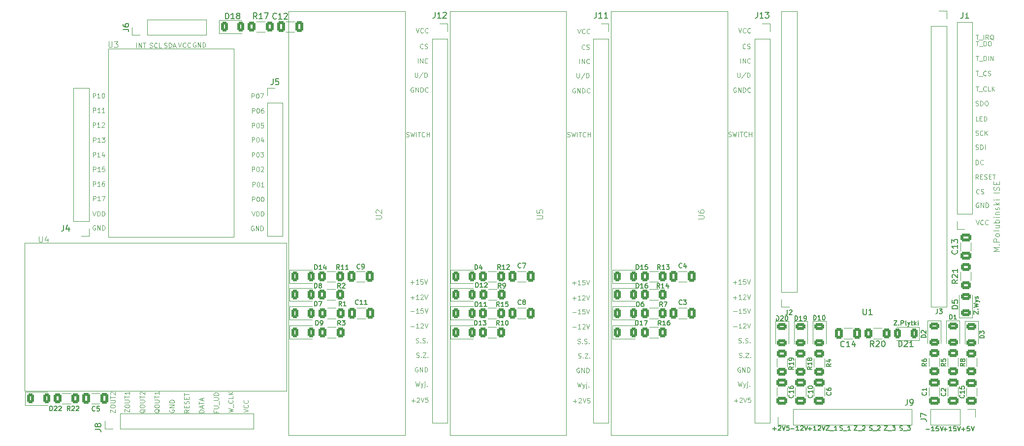
<source format=gto>
G04 #@! TF.GenerationSoftware,KiCad,Pcbnew,8.0.0*
G04 #@! TF.CreationDate,2025-01-04T20:19:00+01:00*
G04 #@! TF.ProjectId,motherbard,6d6f7468-6572-4626-9172-642e6b696361,rev?*
G04 #@! TF.SameCoordinates,Original*
G04 #@! TF.FileFunction,Legend,Top*
G04 #@! TF.FilePolarity,Positive*
%FSLAX46Y46*%
G04 Gerber Fmt 4.6, Leading zero omitted, Abs format (unit mm)*
G04 Created by KiCad (PCBNEW 8.0.0) date 2025-01-04 20:19:00*
%MOMM*%
%LPD*%
G01*
G04 APERTURE LIST*
G04 Aperture macros list*
%AMRoundRect*
0 Rectangle with rounded corners*
0 $1 Rounding radius*
0 $2 $3 $4 $5 $6 $7 $8 $9 X,Y pos of 4 corners*
0 Add a 4 corners polygon primitive as box body*
4,1,4,$2,$3,$4,$5,$6,$7,$8,$9,$2,$3,0*
0 Add four circle primitives for the rounded corners*
1,1,$1+$1,$2,$3*
1,1,$1+$1,$4,$5*
1,1,$1+$1,$6,$7*
1,1,$1+$1,$8,$9*
0 Add four rect primitives between the rounded corners*
20,1,$1+$1,$2,$3,$4,$5,0*
20,1,$1+$1,$4,$5,$6,$7,0*
20,1,$1+$1,$6,$7,$8,$9,0*
20,1,$1+$1,$8,$9,$2,$3,0*%
G04 Aperture macros list end*
%ADD10C,0.100000*%
%ADD11C,0.150000*%
%ADD12C,0.120000*%
%ADD13R,1.700000X1.700000*%
%ADD14O,1.700000X1.700000*%
%ADD15RoundRect,0.250000X-0.412500X-0.650000X0.412500X-0.650000X0.412500X0.650000X-0.412500X0.650000X0*%
%ADD16RoundRect,0.250000X-0.375000X-0.625000X0.375000X-0.625000X0.375000X0.625000X-0.375000X0.625000X0*%
%ADD17RoundRect,0.250000X-0.625000X0.400000X-0.625000X-0.400000X0.625000X-0.400000X0.625000X0.400000X0*%
%ADD18RoundRect,0.250000X-0.625000X0.375000X-0.625000X-0.375000X0.625000X-0.375000X0.625000X0.375000X0*%
%ADD19RoundRect,0.250000X-0.400000X-0.625000X0.400000X-0.625000X0.400000X0.625000X-0.400000X0.625000X0*%
%ADD20RoundRect,0.250000X0.625000X-0.375000X0.625000X0.375000X-0.625000X0.375000X-0.625000X-0.375000X0*%
%ADD21C,1.600000*%
%ADD22RoundRect,0.250000X-0.650000X0.412500X-0.650000X-0.412500X0.650000X-0.412500X0.650000X0.412500X0*%
%ADD23RoundRect,0.250000X0.375000X0.625000X-0.375000X0.625000X-0.375000X-0.625000X0.375000X-0.625000X0*%
%ADD24RoundRect,0.250000X0.412500X0.650000X-0.412500X0.650000X-0.412500X-0.650000X0.412500X-0.650000X0*%
%ADD25RoundRect,0.250000X0.625000X-0.400000X0.625000X0.400000X-0.625000X0.400000X-0.625000X-0.400000X0*%
%ADD26RoundRect,0.250000X0.400000X0.625000X-0.400000X0.625000X-0.400000X-0.625000X0.400000X-0.625000X0*%
%ADD27RoundRect,0.250000X0.650000X-0.412500X0.650000X0.412500X-0.650000X0.412500X-0.650000X-0.412500X0*%
%ADD28C,4.000000*%
%ADD29C,0.500000*%
%ADD30C,0.600000*%
G04 APERTURE END LIST*
D10*
X141026265Y-107202133D02*
X141635789Y-107202133D01*
X141331027Y-107506895D02*
X141331027Y-106897371D01*
X142435788Y-107506895D02*
X141978645Y-107506895D01*
X142207217Y-107506895D02*
X142207217Y-106706895D01*
X142207217Y-106706895D02*
X142131026Y-106821180D01*
X142131026Y-106821180D02*
X142054836Y-106897371D01*
X142054836Y-106897371D02*
X141978645Y-106935466D01*
X143159598Y-106706895D02*
X142778646Y-106706895D01*
X142778646Y-106706895D02*
X142740550Y-107087847D01*
X142740550Y-107087847D02*
X142778646Y-107049752D01*
X142778646Y-107049752D02*
X142854836Y-107011657D01*
X142854836Y-107011657D02*
X143045312Y-107011657D01*
X143045312Y-107011657D02*
X143121503Y-107049752D01*
X143121503Y-107049752D02*
X143159598Y-107087847D01*
X143159598Y-107087847D02*
X143197693Y-107164038D01*
X143197693Y-107164038D02*
X143197693Y-107354514D01*
X143197693Y-107354514D02*
X143159598Y-107430704D01*
X143159598Y-107430704D02*
X143121503Y-107468800D01*
X143121503Y-107468800D02*
X143045312Y-107506895D01*
X143045312Y-107506895D02*
X142854836Y-107506895D01*
X142854836Y-107506895D02*
X142778646Y-107468800D01*
X142778646Y-107468800D02*
X142740550Y-107430704D01*
X143426265Y-106706895D02*
X143692932Y-107506895D01*
X143692932Y-107506895D02*
X143959598Y-106706895D01*
X58551979Y-94866895D02*
X58818646Y-95666895D01*
X58818646Y-95666895D02*
X59085312Y-94866895D01*
X59351979Y-95666895D02*
X59351979Y-94866895D01*
X59351979Y-94866895D02*
X59542455Y-94866895D01*
X59542455Y-94866895D02*
X59656741Y-94904990D01*
X59656741Y-94904990D02*
X59732931Y-94981180D01*
X59732931Y-94981180D02*
X59771026Y-95057371D01*
X59771026Y-95057371D02*
X59809122Y-95209752D01*
X59809122Y-95209752D02*
X59809122Y-95324038D01*
X59809122Y-95324038D02*
X59771026Y-95476419D01*
X59771026Y-95476419D02*
X59732931Y-95552609D01*
X59732931Y-95552609D02*
X59656741Y-95628800D01*
X59656741Y-95628800D02*
X59542455Y-95666895D01*
X59542455Y-95666895D02*
X59351979Y-95666895D01*
X60151979Y-95666895D02*
X60151979Y-94866895D01*
X60151979Y-94866895D02*
X60342455Y-94866895D01*
X60342455Y-94866895D02*
X60456741Y-94904990D01*
X60456741Y-94904990D02*
X60532931Y-94981180D01*
X60532931Y-94981180D02*
X60571026Y-95057371D01*
X60571026Y-95057371D02*
X60609122Y-95209752D01*
X60609122Y-95209752D02*
X60609122Y-95324038D01*
X60609122Y-95324038D02*
X60571026Y-95476419D01*
X60571026Y-95476419D02*
X60532931Y-95552609D01*
X60532931Y-95552609D02*
X60456741Y-95628800D01*
X60456741Y-95628800D02*
X60342455Y-95666895D01*
X60342455Y-95666895D02*
X60151979Y-95666895D01*
X70043085Y-128930401D02*
X70004990Y-129006591D01*
X70004990Y-129006591D02*
X69928800Y-129082782D01*
X69928800Y-129082782D02*
X69814514Y-129197068D01*
X69814514Y-129197068D02*
X69776419Y-129273258D01*
X69776419Y-129273258D02*
X69776419Y-129349449D01*
X69966895Y-129311353D02*
X69928800Y-129387544D01*
X69928800Y-129387544D02*
X69852609Y-129463734D01*
X69852609Y-129463734D02*
X69700228Y-129501830D01*
X69700228Y-129501830D02*
X69433561Y-129501830D01*
X69433561Y-129501830D02*
X69281180Y-129463734D01*
X69281180Y-129463734D02*
X69204990Y-129387544D01*
X69204990Y-129387544D02*
X69166895Y-129311353D01*
X69166895Y-129311353D02*
X69166895Y-129158972D01*
X69166895Y-129158972D02*
X69204990Y-129082782D01*
X69204990Y-129082782D02*
X69281180Y-129006591D01*
X69281180Y-129006591D02*
X69433561Y-128968496D01*
X69433561Y-128968496D02*
X69700228Y-128968496D01*
X69700228Y-128968496D02*
X69852609Y-129006591D01*
X69852609Y-129006591D02*
X69928800Y-129082782D01*
X69928800Y-129082782D02*
X69966895Y-129158972D01*
X69966895Y-129158972D02*
X69966895Y-129311353D01*
X69166895Y-128473258D02*
X69166895Y-128320877D01*
X69166895Y-128320877D02*
X69204990Y-128244687D01*
X69204990Y-128244687D02*
X69281180Y-128168496D01*
X69281180Y-128168496D02*
X69433561Y-128130401D01*
X69433561Y-128130401D02*
X69700228Y-128130401D01*
X69700228Y-128130401D02*
X69852609Y-128168496D01*
X69852609Y-128168496D02*
X69928800Y-128244687D01*
X69928800Y-128244687D02*
X69966895Y-128320877D01*
X69966895Y-128320877D02*
X69966895Y-128473258D01*
X69966895Y-128473258D02*
X69928800Y-128549449D01*
X69928800Y-128549449D02*
X69852609Y-128625639D01*
X69852609Y-128625639D02*
X69700228Y-128663735D01*
X69700228Y-128663735D02*
X69433561Y-128663735D01*
X69433561Y-128663735D02*
X69281180Y-128625639D01*
X69281180Y-128625639D02*
X69204990Y-128549449D01*
X69204990Y-128549449D02*
X69166895Y-128473258D01*
X69166895Y-127787544D02*
X69814514Y-127787544D01*
X69814514Y-127787544D02*
X69890704Y-127749449D01*
X69890704Y-127749449D02*
X69928800Y-127711354D01*
X69928800Y-127711354D02*
X69966895Y-127635163D01*
X69966895Y-127635163D02*
X69966895Y-127482782D01*
X69966895Y-127482782D02*
X69928800Y-127406592D01*
X69928800Y-127406592D02*
X69890704Y-127368497D01*
X69890704Y-127368497D02*
X69814514Y-127330401D01*
X69814514Y-127330401D02*
X69166895Y-127330401D01*
X69166895Y-127063735D02*
X69166895Y-126606592D01*
X69966895Y-126835164D02*
X69166895Y-126835164D01*
X69966895Y-125920878D02*
X69966895Y-126378021D01*
X69966895Y-126149449D02*
X69166895Y-126149449D01*
X69166895Y-126149449D02*
X69281180Y-126225640D01*
X69281180Y-126225640D02*
X69357371Y-126301830D01*
X69357371Y-126301830D02*
X69395466Y-126378021D01*
X61586895Y-129509925D02*
X61586895Y-128976591D01*
X61586895Y-128976591D02*
X62386895Y-129509925D01*
X62386895Y-129509925D02*
X62386895Y-128976591D01*
X61586895Y-128519448D02*
X61586895Y-128367067D01*
X61586895Y-128367067D02*
X61624990Y-128290877D01*
X61624990Y-128290877D02*
X61701180Y-128214686D01*
X61701180Y-128214686D02*
X61853561Y-128176591D01*
X61853561Y-128176591D02*
X62120228Y-128176591D01*
X62120228Y-128176591D02*
X62272609Y-128214686D01*
X62272609Y-128214686D02*
X62348800Y-128290877D01*
X62348800Y-128290877D02*
X62386895Y-128367067D01*
X62386895Y-128367067D02*
X62386895Y-128519448D01*
X62386895Y-128519448D02*
X62348800Y-128595639D01*
X62348800Y-128595639D02*
X62272609Y-128671829D01*
X62272609Y-128671829D02*
X62120228Y-128709925D01*
X62120228Y-128709925D02*
X61853561Y-128709925D01*
X61853561Y-128709925D02*
X61701180Y-128671829D01*
X61701180Y-128671829D02*
X61624990Y-128595639D01*
X61624990Y-128595639D02*
X61586895Y-128519448D01*
X61586895Y-127833734D02*
X62234514Y-127833734D01*
X62234514Y-127833734D02*
X62310704Y-127795639D01*
X62310704Y-127795639D02*
X62348800Y-127757544D01*
X62348800Y-127757544D02*
X62386895Y-127681353D01*
X62386895Y-127681353D02*
X62386895Y-127528972D01*
X62386895Y-127528972D02*
X62348800Y-127452782D01*
X62348800Y-127452782D02*
X62310704Y-127414687D01*
X62310704Y-127414687D02*
X62234514Y-127376591D01*
X62234514Y-127376591D02*
X61586895Y-127376591D01*
X61586895Y-127109925D02*
X61586895Y-126652782D01*
X62386895Y-126881354D02*
X61586895Y-126881354D01*
X61663085Y-126424211D02*
X61624990Y-126386115D01*
X61624990Y-126386115D02*
X61586895Y-126309925D01*
X61586895Y-126309925D02*
X61586895Y-126119449D01*
X61586895Y-126119449D02*
X61624990Y-126043258D01*
X61624990Y-126043258D02*
X61663085Y-126005163D01*
X61663085Y-126005163D02*
X61739276Y-125967068D01*
X61739276Y-125967068D02*
X61815466Y-125967068D01*
X61815466Y-125967068D02*
X61929752Y-126005163D01*
X61929752Y-126005163D02*
X62386895Y-126462306D01*
X62386895Y-126462306D02*
X62386895Y-125967068D01*
X169956265Y-69336895D02*
X169956265Y-68536895D01*
X170337217Y-69336895D02*
X170337217Y-68536895D01*
X170337217Y-68536895D02*
X170794360Y-69336895D01*
X170794360Y-69336895D02*
X170794360Y-68536895D01*
X171632455Y-69260704D02*
X171594359Y-69298800D01*
X171594359Y-69298800D02*
X171480074Y-69336895D01*
X171480074Y-69336895D02*
X171403883Y-69336895D01*
X171403883Y-69336895D02*
X171289597Y-69298800D01*
X171289597Y-69298800D02*
X171213407Y-69222609D01*
X171213407Y-69222609D02*
X171175312Y-69146419D01*
X171175312Y-69146419D02*
X171137216Y-68994038D01*
X171137216Y-68994038D02*
X171137216Y-68879752D01*
X171137216Y-68879752D02*
X171175312Y-68727371D01*
X171175312Y-68727371D02*
X171213407Y-68651180D01*
X171213407Y-68651180D02*
X171289597Y-68574990D01*
X171289597Y-68574990D02*
X171403883Y-68536895D01*
X171403883Y-68536895D02*
X171480074Y-68536895D01*
X171480074Y-68536895D02*
X171594359Y-68574990D01*
X171594359Y-68574990D02*
X171632455Y-68613085D01*
X77636895Y-129493734D02*
X76836895Y-129493734D01*
X76836895Y-129493734D02*
X76836895Y-129303258D01*
X76836895Y-129303258D02*
X76874990Y-129188972D01*
X76874990Y-129188972D02*
X76951180Y-129112782D01*
X76951180Y-129112782D02*
X77027371Y-129074687D01*
X77027371Y-129074687D02*
X77179752Y-129036591D01*
X77179752Y-129036591D02*
X77294038Y-129036591D01*
X77294038Y-129036591D02*
X77446419Y-129074687D01*
X77446419Y-129074687D02*
X77522609Y-129112782D01*
X77522609Y-129112782D02*
X77598800Y-129188972D01*
X77598800Y-129188972D02*
X77636895Y-129303258D01*
X77636895Y-129303258D02*
X77636895Y-129493734D01*
X77408323Y-128731830D02*
X77408323Y-128350877D01*
X77636895Y-128808020D02*
X76836895Y-128541353D01*
X76836895Y-128541353D02*
X77636895Y-128274687D01*
X76836895Y-128122306D02*
X76836895Y-127665163D01*
X77636895Y-127893735D02*
X76836895Y-127893735D01*
X77408323Y-127436592D02*
X77408323Y-127055639D01*
X77636895Y-127512782D02*
X76836895Y-127246115D01*
X76836895Y-127246115D02*
X77636895Y-126979449D01*
X58586265Y-80396895D02*
X58586265Y-79596895D01*
X58586265Y-79596895D02*
X58891027Y-79596895D01*
X58891027Y-79596895D02*
X58967217Y-79634990D01*
X58967217Y-79634990D02*
X59005312Y-79673085D01*
X59005312Y-79673085D02*
X59043408Y-79749276D01*
X59043408Y-79749276D02*
X59043408Y-79863561D01*
X59043408Y-79863561D02*
X59005312Y-79939752D01*
X59005312Y-79939752D02*
X58967217Y-79977847D01*
X58967217Y-79977847D02*
X58891027Y-80015942D01*
X58891027Y-80015942D02*
X58586265Y-80015942D01*
X59805312Y-80396895D02*
X59348169Y-80396895D01*
X59576741Y-80396895D02*
X59576741Y-79596895D01*
X59576741Y-79596895D02*
X59500550Y-79711180D01*
X59500550Y-79711180D02*
X59424360Y-79787371D01*
X59424360Y-79787371D02*
X59348169Y-79825466D01*
X60110074Y-79673085D02*
X60148170Y-79634990D01*
X60148170Y-79634990D02*
X60224360Y-79596895D01*
X60224360Y-79596895D02*
X60414836Y-79596895D01*
X60414836Y-79596895D02*
X60491027Y-79634990D01*
X60491027Y-79634990D02*
X60529122Y-79673085D01*
X60529122Y-79673085D02*
X60567217Y-79749276D01*
X60567217Y-79749276D02*
X60567217Y-79825466D01*
X60567217Y-79825466D02*
X60529122Y-79939752D01*
X60529122Y-79939752D02*
X60071979Y-80396895D01*
X60071979Y-80396895D02*
X60567217Y-80396895D01*
X143173408Y-66880704D02*
X143135312Y-66918800D01*
X143135312Y-66918800D02*
X143021027Y-66956895D01*
X143021027Y-66956895D02*
X142944836Y-66956895D01*
X142944836Y-66956895D02*
X142830550Y-66918800D01*
X142830550Y-66918800D02*
X142754360Y-66842609D01*
X142754360Y-66842609D02*
X142716265Y-66766419D01*
X142716265Y-66766419D02*
X142678169Y-66614038D01*
X142678169Y-66614038D02*
X142678169Y-66499752D01*
X142678169Y-66499752D02*
X142716265Y-66347371D01*
X142716265Y-66347371D02*
X142754360Y-66271180D01*
X142754360Y-66271180D02*
X142830550Y-66194990D01*
X142830550Y-66194990D02*
X142944836Y-66156895D01*
X142944836Y-66156895D02*
X143021027Y-66156895D01*
X143021027Y-66156895D02*
X143135312Y-66194990D01*
X143135312Y-66194990D02*
X143173408Y-66233085D01*
X143478169Y-66918800D02*
X143592455Y-66956895D01*
X143592455Y-66956895D02*
X143782931Y-66956895D01*
X143782931Y-66956895D02*
X143859122Y-66918800D01*
X143859122Y-66918800D02*
X143897217Y-66880704D01*
X143897217Y-66880704D02*
X143935312Y-66804514D01*
X143935312Y-66804514D02*
X143935312Y-66728323D01*
X143935312Y-66728323D02*
X143897217Y-66652133D01*
X143897217Y-66652133D02*
X143859122Y-66614038D01*
X143859122Y-66614038D02*
X143782931Y-66575942D01*
X143782931Y-66575942D02*
X143630550Y-66537847D01*
X143630550Y-66537847D02*
X143554360Y-66499752D01*
X143554360Y-66499752D02*
X143516265Y-66461657D01*
X143516265Y-66461657D02*
X143478169Y-66385466D01*
X143478169Y-66385466D02*
X143478169Y-66309276D01*
X143478169Y-66309276D02*
X143516265Y-66233085D01*
X143516265Y-66233085D02*
X143554360Y-66194990D01*
X143554360Y-66194990D02*
X143630550Y-66156895D01*
X143630550Y-66156895D02*
X143821027Y-66156895D01*
X143821027Y-66156895D02*
X143935312Y-66194990D01*
X58636265Y-82956895D02*
X58636265Y-82156895D01*
X58636265Y-82156895D02*
X58941027Y-82156895D01*
X58941027Y-82156895D02*
X59017217Y-82194990D01*
X59017217Y-82194990D02*
X59055312Y-82233085D01*
X59055312Y-82233085D02*
X59093408Y-82309276D01*
X59093408Y-82309276D02*
X59093408Y-82423561D01*
X59093408Y-82423561D02*
X59055312Y-82499752D01*
X59055312Y-82499752D02*
X59017217Y-82537847D01*
X59017217Y-82537847D02*
X58941027Y-82575942D01*
X58941027Y-82575942D02*
X58636265Y-82575942D01*
X59855312Y-82956895D02*
X59398169Y-82956895D01*
X59626741Y-82956895D02*
X59626741Y-82156895D01*
X59626741Y-82156895D02*
X59550550Y-82271180D01*
X59550550Y-82271180D02*
X59474360Y-82347371D01*
X59474360Y-82347371D02*
X59398169Y-82385466D01*
X60121979Y-82156895D02*
X60617217Y-82156895D01*
X60617217Y-82156895D02*
X60350551Y-82461657D01*
X60350551Y-82461657D02*
X60464836Y-82461657D01*
X60464836Y-82461657D02*
X60541027Y-82499752D01*
X60541027Y-82499752D02*
X60579122Y-82537847D01*
X60579122Y-82537847D02*
X60617217Y-82614038D01*
X60617217Y-82614038D02*
X60617217Y-82804514D01*
X60617217Y-82804514D02*
X60579122Y-82880704D01*
X60579122Y-82880704D02*
X60541027Y-82918800D01*
X60541027Y-82918800D02*
X60464836Y-82956895D01*
X60464836Y-82956895D02*
X60236265Y-82956895D01*
X60236265Y-82956895D02*
X60160074Y-82918800D01*
X60160074Y-82918800D02*
X60121979Y-82880704D01*
X67543085Y-128940401D02*
X67504990Y-129016591D01*
X67504990Y-129016591D02*
X67428800Y-129092782D01*
X67428800Y-129092782D02*
X67314514Y-129207068D01*
X67314514Y-129207068D02*
X67276419Y-129283258D01*
X67276419Y-129283258D02*
X67276419Y-129359449D01*
X67466895Y-129321353D02*
X67428800Y-129397544D01*
X67428800Y-129397544D02*
X67352609Y-129473734D01*
X67352609Y-129473734D02*
X67200228Y-129511830D01*
X67200228Y-129511830D02*
X66933561Y-129511830D01*
X66933561Y-129511830D02*
X66781180Y-129473734D01*
X66781180Y-129473734D02*
X66704990Y-129397544D01*
X66704990Y-129397544D02*
X66666895Y-129321353D01*
X66666895Y-129321353D02*
X66666895Y-129168972D01*
X66666895Y-129168972D02*
X66704990Y-129092782D01*
X66704990Y-129092782D02*
X66781180Y-129016591D01*
X66781180Y-129016591D02*
X66933561Y-128978496D01*
X66933561Y-128978496D02*
X67200228Y-128978496D01*
X67200228Y-128978496D02*
X67352609Y-129016591D01*
X67352609Y-129016591D02*
X67428800Y-129092782D01*
X67428800Y-129092782D02*
X67466895Y-129168972D01*
X67466895Y-129168972D02*
X67466895Y-129321353D01*
X66666895Y-128483258D02*
X66666895Y-128330877D01*
X66666895Y-128330877D02*
X66704990Y-128254687D01*
X66704990Y-128254687D02*
X66781180Y-128178496D01*
X66781180Y-128178496D02*
X66933561Y-128140401D01*
X66933561Y-128140401D02*
X67200228Y-128140401D01*
X67200228Y-128140401D02*
X67352609Y-128178496D01*
X67352609Y-128178496D02*
X67428800Y-128254687D01*
X67428800Y-128254687D02*
X67466895Y-128330877D01*
X67466895Y-128330877D02*
X67466895Y-128483258D01*
X67466895Y-128483258D02*
X67428800Y-128559449D01*
X67428800Y-128559449D02*
X67352609Y-128635639D01*
X67352609Y-128635639D02*
X67200228Y-128673735D01*
X67200228Y-128673735D02*
X66933561Y-128673735D01*
X66933561Y-128673735D02*
X66781180Y-128635639D01*
X66781180Y-128635639D02*
X66704990Y-128559449D01*
X66704990Y-128559449D02*
X66666895Y-128483258D01*
X66666895Y-127797544D02*
X67314514Y-127797544D01*
X67314514Y-127797544D02*
X67390704Y-127759449D01*
X67390704Y-127759449D02*
X67428800Y-127721354D01*
X67428800Y-127721354D02*
X67466895Y-127645163D01*
X67466895Y-127645163D02*
X67466895Y-127492782D01*
X67466895Y-127492782D02*
X67428800Y-127416592D01*
X67428800Y-127416592D02*
X67390704Y-127378497D01*
X67390704Y-127378497D02*
X67314514Y-127340401D01*
X67314514Y-127340401D02*
X66666895Y-127340401D01*
X66666895Y-127073735D02*
X66666895Y-126616592D01*
X67466895Y-126845164D02*
X66666895Y-126845164D01*
X66743085Y-126388021D02*
X66704990Y-126349925D01*
X66704990Y-126349925D02*
X66666895Y-126273735D01*
X66666895Y-126273735D02*
X66666895Y-126083259D01*
X66666895Y-126083259D02*
X66704990Y-126007068D01*
X66704990Y-126007068D02*
X66743085Y-125968973D01*
X66743085Y-125968973D02*
X66819276Y-125930878D01*
X66819276Y-125930878D02*
X66895466Y-125930878D01*
X66895466Y-125930878D02*
X67009752Y-125968973D01*
X67009752Y-125968973D02*
X67466895Y-126426116D01*
X67466895Y-126426116D02*
X67466895Y-125930878D01*
X210441979Y-73356895D02*
X210899122Y-73356895D01*
X210670550Y-74156895D02*
X210670550Y-73356895D01*
X210975313Y-74233085D02*
X211584836Y-74233085D01*
X212232456Y-74080704D02*
X212194360Y-74118800D01*
X212194360Y-74118800D02*
X212080075Y-74156895D01*
X212080075Y-74156895D02*
X212003884Y-74156895D01*
X212003884Y-74156895D02*
X211889598Y-74118800D01*
X211889598Y-74118800D02*
X211813408Y-74042609D01*
X211813408Y-74042609D02*
X211775313Y-73966419D01*
X211775313Y-73966419D02*
X211737217Y-73814038D01*
X211737217Y-73814038D02*
X211737217Y-73699752D01*
X211737217Y-73699752D02*
X211775313Y-73547371D01*
X211775313Y-73547371D02*
X211813408Y-73471180D01*
X211813408Y-73471180D02*
X211889598Y-73394990D01*
X211889598Y-73394990D02*
X212003884Y-73356895D01*
X212003884Y-73356895D02*
X212080075Y-73356895D01*
X212080075Y-73356895D02*
X212194360Y-73394990D01*
X212194360Y-73394990D02*
X212232456Y-73433085D01*
X212956265Y-74156895D02*
X212575313Y-74156895D01*
X212575313Y-74156895D02*
X212575313Y-73356895D01*
X213222932Y-74156895D02*
X213222932Y-73356895D01*
X213680075Y-74156895D02*
X213337217Y-73699752D01*
X213680075Y-73356895D02*
X213222932Y-73814038D01*
X141951979Y-63446895D02*
X142218646Y-64246895D01*
X142218646Y-64246895D02*
X142485312Y-63446895D01*
X143209122Y-64170704D02*
X143171026Y-64208800D01*
X143171026Y-64208800D02*
X143056741Y-64246895D01*
X143056741Y-64246895D02*
X142980550Y-64246895D01*
X142980550Y-64246895D02*
X142866264Y-64208800D01*
X142866264Y-64208800D02*
X142790074Y-64132609D01*
X142790074Y-64132609D02*
X142751979Y-64056419D01*
X142751979Y-64056419D02*
X142713883Y-63904038D01*
X142713883Y-63904038D02*
X142713883Y-63789752D01*
X142713883Y-63789752D02*
X142751979Y-63637371D01*
X142751979Y-63637371D02*
X142790074Y-63561180D01*
X142790074Y-63561180D02*
X142866264Y-63484990D01*
X142866264Y-63484990D02*
X142980550Y-63446895D01*
X142980550Y-63446895D02*
X143056741Y-63446895D01*
X143056741Y-63446895D02*
X143171026Y-63484990D01*
X143171026Y-63484990D02*
X143209122Y-63523085D01*
X144009122Y-64170704D02*
X143971026Y-64208800D01*
X143971026Y-64208800D02*
X143856741Y-64246895D01*
X143856741Y-64246895D02*
X143780550Y-64246895D01*
X143780550Y-64246895D02*
X143666264Y-64208800D01*
X143666264Y-64208800D02*
X143590074Y-64132609D01*
X143590074Y-64132609D02*
X143551979Y-64056419D01*
X143551979Y-64056419D02*
X143513883Y-63904038D01*
X143513883Y-63904038D02*
X143513883Y-63789752D01*
X143513883Y-63789752D02*
X143551979Y-63637371D01*
X143551979Y-63637371D02*
X143590074Y-63561180D01*
X143590074Y-63561180D02*
X143666264Y-63484990D01*
X143666264Y-63484990D02*
X143780550Y-63446895D01*
X143780550Y-63446895D02*
X143856741Y-63446895D01*
X143856741Y-63446895D02*
X143971026Y-63484990D01*
X143971026Y-63484990D02*
X144009122Y-63523085D01*
D11*
X192151064Y-132556200D02*
X192265350Y-132594295D01*
X192265350Y-132594295D02*
X192455826Y-132594295D01*
X192455826Y-132594295D02*
X192532017Y-132556200D01*
X192532017Y-132556200D02*
X192570112Y-132518104D01*
X192570112Y-132518104D02*
X192608207Y-132441914D01*
X192608207Y-132441914D02*
X192608207Y-132365723D01*
X192608207Y-132365723D02*
X192570112Y-132289533D01*
X192570112Y-132289533D02*
X192532017Y-132251438D01*
X192532017Y-132251438D02*
X192455826Y-132213342D01*
X192455826Y-132213342D02*
X192303445Y-132175247D01*
X192303445Y-132175247D02*
X192227255Y-132137152D01*
X192227255Y-132137152D02*
X192189160Y-132099057D01*
X192189160Y-132099057D02*
X192151064Y-132022866D01*
X192151064Y-132022866D02*
X192151064Y-131946676D01*
X192151064Y-131946676D02*
X192189160Y-131870485D01*
X192189160Y-131870485D02*
X192227255Y-131832390D01*
X192227255Y-131832390D02*
X192303445Y-131794295D01*
X192303445Y-131794295D02*
X192493922Y-131794295D01*
X192493922Y-131794295D02*
X192608207Y-131832390D01*
X192760589Y-132670485D02*
X193370112Y-132670485D01*
X193522493Y-131870485D02*
X193560589Y-131832390D01*
X193560589Y-131832390D02*
X193636779Y-131794295D01*
X193636779Y-131794295D02*
X193827255Y-131794295D01*
X193827255Y-131794295D02*
X193903446Y-131832390D01*
X193903446Y-131832390D02*
X193941541Y-131870485D01*
X193941541Y-131870485D02*
X193979636Y-131946676D01*
X193979636Y-131946676D02*
X193979636Y-132022866D01*
X193979636Y-132022866D02*
X193941541Y-132137152D01*
X193941541Y-132137152D02*
X193484398Y-132594295D01*
X193484398Y-132594295D02*
X193979636Y-132594295D01*
D10*
X114435312Y-121764990D02*
X114359122Y-121726895D01*
X114359122Y-121726895D02*
X114244836Y-121726895D01*
X114244836Y-121726895D02*
X114130550Y-121764990D01*
X114130550Y-121764990D02*
X114054360Y-121841180D01*
X114054360Y-121841180D02*
X114016265Y-121917371D01*
X114016265Y-121917371D02*
X113978169Y-122069752D01*
X113978169Y-122069752D02*
X113978169Y-122184038D01*
X113978169Y-122184038D02*
X114016265Y-122336419D01*
X114016265Y-122336419D02*
X114054360Y-122412609D01*
X114054360Y-122412609D02*
X114130550Y-122488800D01*
X114130550Y-122488800D02*
X114244836Y-122526895D01*
X114244836Y-122526895D02*
X114321027Y-122526895D01*
X114321027Y-122526895D02*
X114435312Y-122488800D01*
X114435312Y-122488800D02*
X114473408Y-122450704D01*
X114473408Y-122450704D02*
X114473408Y-122184038D01*
X114473408Y-122184038D02*
X114321027Y-122184038D01*
X114816265Y-122526895D02*
X114816265Y-121726895D01*
X114816265Y-121726895D02*
X115273408Y-122526895D01*
X115273408Y-122526895D02*
X115273408Y-121726895D01*
X115654360Y-122526895D02*
X115654360Y-121726895D01*
X115654360Y-121726895D02*
X115844836Y-121726895D01*
X115844836Y-121726895D02*
X115959122Y-121764990D01*
X115959122Y-121764990D02*
X116035312Y-121841180D01*
X116035312Y-121841180D02*
X116073407Y-121917371D01*
X116073407Y-121917371D02*
X116111503Y-122069752D01*
X116111503Y-122069752D02*
X116111503Y-122184038D01*
X116111503Y-122184038D02*
X116073407Y-122336419D01*
X116073407Y-122336419D02*
X116035312Y-122412609D01*
X116035312Y-122412609D02*
X115959122Y-122488800D01*
X115959122Y-122488800D02*
X115844836Y-122526895D01*
X115844836Y-122526895D02*
X115654360Y-122526895D01*
X210431979Y-64486895D02*
X210889122Y-64486895D01*
X210660550Y-65286895D02*
X210660550Y-64486895D01*
X210965313Y-65363085D02*
X211574836Y-65363085D01*
X211765313Y-65286895D02*
X211765313Y-64486895D01*
X212603408Y-65286895D02*
X212336741Y-64905942D01*
X212146265Y-65286895D02*
X212146265Y-64486895D01*
X212146265Y-64486895D02*
X212451027Y-64486895D01*
X212451027Y-64486895D02*
X212527217Y-64524990D01*
X212527217Y-64524990D02*
X212565312Y-64563085D01*
X212565312Y-64563085D02*
X212603408Y-64639276D01*
X212603408Y-64639276D02*
X212603408Y-64753561D01*
X212603408Y-64753561D02*
X212565312Y-64829752D01*
X212565312Y-64829752D02*
X212527217Y-64867847D01*
X212527217Y-64867847D02*
X212451027Y-64905942D01*
X212451027Y-64905942D02*
X212146265Y-64905942D01*
X213479598Y-65363085D02*
X213403408Y-65324990D01*
X213403408Y-65324990D02*
X213327217Y-65248800D01*
X213327217Y-65248800D02*
X213212931Y-65134514D01*
X213212931Y-65134514D02*
X213136741Y-65096419D01*
X213136741Y-65096419D02*
X213060550Y-65096419D01*
X213098646Y-65286895D02*
X213022455Y-65248800D01*
X213022455Y-65248800D02*
X212946265Y-65172609D01*
X212946265Y-65172609D02*
X212908169Y-65020228D01*
X212908169Y-65020228D02*
X212908169Y-64753561D01*
X212908169Y-64753561D02*
X212946265Y-64601180D01*
X212946265Y-64601180D02*
X213022455Y-64524990D01*
X213022455Y-64524990D02*
X213098646Y-64486895D01*
X213098646Y-64486895D02*
X213251027Y-64486895D01*
X213251027Y-64486895D02*
X213327217Y-64524990D01*
X213327217Y-64524990D02*
X213403408Y-64601180D01*
X213403408Y-64601180D02*
X213441503Y-64753561D01*
X213441503Y-64753561D02*
X213441503Y-65020228D01*
X213441503Y-65020228D02*
X213403408Y-65172609D01*
X213403408Y-65172609D02*
X213327217Y-65248800D01*
X213327217Y-65248800D02*
X213251027Y-65286895D01*
X213251027Y-65286895D02*
X213098646Y-65286895D01*
X85966265Y-88016895D02*
X85966265Y-87216895D01*
X85966265Y-87216895D02*
X86271027Y-87216895D01*
X86271027Y-87216895D02*
X86347217Y-87254990D01*
X86347217Y-87254990D02*
X86385312Y-87293085D01*
X86385312Y-87293085D02*
X86423408Y-87369276D01*
X86423408Y-87369276D02*
X86423408Y-87483561D01*
X86423408Y-87483561D02*
X86385312Y-87559752D01*
X86385312Y-87559752D02*
X86347217Y-87597847D01*
X86347217Y-87597847D02*
X86271027Y-87635942D01*
X86271027Y-87635942D02*
X85966265Y-87635942D01*
X86918646Y-87216895D02*
X86994836Y-87216895D01*
X86994836Y-87216895D02*
X87071027Y-87254990D01*
X87071027Y-87254990D02*
X87109122Y-87293085D01*
X87109122Y-87293085D02*
X87147217Y-87369276D01*
X87147217Y-87369276D02*
X87185312Y-87521657D01*
X87185312Y-87521657D02*
X87185312Y-87712133D01*
X87185312Y-87712133D02*
X87147217Y-87864514D01*
X87147217Y-87864514D02*
X87109122Y-87940704D01*
X87109122Y-87940704D02*
X87071027Y-87978800D01*
X87071027Y-87978800D02*
X86994836Y-88016895D01*
X86994836Y-88016895D02*
X86918646Y-88016895D01*
X86918646Y-88016895D02*
X86842455Y-87978800D01*
X86842455Y-87978800D02*
X86804360Y-87940704D01*
X86804360Y-87940704D02*
X86766265Y-87864514D01*
X86766265Y-87864514D02*
X86728169Y-87712133D01*
X86728169Y-87712133D02*
X86728169Y-87521657D01*
X86728169Y-87521657D02*
X86766265Y-87369276D01*
X86766265Y-87369276D02*
X86804360Y-87293085D01*
X86804360Y-87293085D02*
X86842455Y-87254990D01*
X86842455Y-87254990D02*
X86918646Y-87216895D01*
X87490074Y-87293085D02*
X87528170Y-87254990D01*
X87528170Y-87254990D02*
X87604360Y-87216895D01*
X87604360Y-87216895D02*
X87794836Y-87216895D01*
X87794836Y-87216895D02*
X87871027Y-87254990D01*
X87871027Y-87254990D02*
X87909122Y-87293085D01*
X87909122Y-87293085D02*
X87947217Y-87369276D01*
X87947217Y-87369276D02*
X87947217Y-87445466D01*
X87947217Y-87445466D02*
X87909122Y-87559752D01*
X87909122Y-87559752D02*
X87451979Y-88016895D01*
X87451979Y-88016895D02*
X87947217Y-88016895D01*
X210461979Y-96366895D02*
X210728646Y-97166895D01*
X210728646Y-97166895D02*
X210995312Y-96366895D01*
X211719122Y-97090704D02*
X211681026Y-97128800D01*
X211681026Y-97128800D02*
X211566741Y-97166895D01*
X211566741Y-97166895D02*
X211490550Y-97166895D01*
X211490550Y-97166895D02*
X211376264Y-97128800D01*
X211376264Y-97128800D02*
X211300074Y-97052609D01*
X211300074Y-97052609D02*
X211261979Y-96976419D01*
X211261979Y-96976419D02*
X211223883Y-96824038D01*
X211223883Y-96824038D02*
X211223883Y-96709752D01*
X211223883Y-96709752D02*
X211261979Y-96557371D01*
X211261979Y-96557371D02*
X211300074Y-96481180D01*
X211300074Y-96481180D02*
X211376264Y-96404990D01*
X211376264Y-96404990D02*
X211490550Y-96366895D01*
X211490550Y-96366895D02*
X211566741Y-96366895D01*
X211566741Y-96366895D02*
X211681026Y-96404990D01*
X211681026Y-96404990D02*
X211719122Y-96443085D01*
X212519122Y-97090704D02*
X212481026Y-97128800D01*
X212481026Y-97128800D02*
X212366741Y-97166895D01*
X212366741Y-97166895D02*
X212290550Y-97166895D01*
X212290550Y-97166895D02*
X212176264Y-97128800D01*
X212176264Y-97128800D02*
X212100074Y-97052609D01*
X212100074Y-97052609D02*
X212061979Y-96976419D01*
X212061979Y-96976419D02*
X212023883Y-96824038D01*
X212023883Y-96824038D02*
X212023883Y-96709752D01*
X212023883Y-96709752D02*
X212061979Y-96557371D01*
X212061979Y-96557371D02*
X212100074Y-96481180D01*
X212100074Y-96481180D02*
X212176264Y-96404990D01*
X212176264Y-96404990D02*
X212290550Y-96366895D01*
X212290550Y-96366895D02*
X212366741Y-96366895D01*
X212366741Y-96366895D02*
X212481026Y-96404990D01*
X212481026Y-96404990D02*
X212519122Y-96443085D01*
D11*
X178589160Y-132289533D02*
X179198684Y-132289533D01*
X179998683Y-132594295D02*
X179541540Y-132594295D01*
X179770112Y-132594295D02*
X179770112Y-131794295D01*
X179770112Y-131794295D02*
X179693921Y-131908580D01*
X179693921Y-131908580D02*
X179617731Y-131984771D01*
X179617731Y-131984771D02*
X179541540Y-132022866D01*
X180303445Y-131870485D02*
X180341541Y-131832390D01*
X180341541Y-131832390D02*
X180417731Y-131794295D01*
X180417731Y-131794295D02*
X180608207Y-131794295D01*
X180608207Y-131794295D02*
X180684398Y-131832390D01*
X180684398Y-131832390D02*
X180722493Y-131870485D01*
X180722493Y-131870485D02*
X180760588Y-131946676D01*
X180760588Y-131946676D02*
X180760588Y-132022866D01*
X180760588Y-132022866D02*
X180722493Y-132137152D01*
X180722493Y-132137152D02*
X180265350Y-132594295D01*
X180265350Y-132594295D02*
X180760588Y-132594295D01*
X180989160Y-131794295D02*
X181255827Y-132594295D01*
X181255827Y-132594295D02*
X181522493Y-131794295D01*
D10*
X168686265Y-107102133D02*
X169295789Y-107102133D01*
X168991027Y-107406895D02*
X168991027Y-106797371D01*
X170095788Y-107406895D02*
X169638645Y-107406895D01*
X169867217Y-107406895D02*
X169867217Y-106606895D01*
X169867217Y-106606895D02*
X169791026Y-106721180D01*
X169791026Y-106721180D02*
X169714836Y-106797371D01*
X169714836Y-106797371D02*
X169638645Y-106835466D01*
X170819598Y-106606895D02*
X170438646Y-106606895D01*
X170438646Y-106606895D02*
X170400550Y-106987847D01*
X170400550Y-106987847D02*
X170438646Y-106949752D01*
X170438646Y-106949752D02*
X170514836Y-106911657D01*
X170514836Y-106911657D02*
X170705312Y-106911657D01*
X170705312Y-106911657D02*
X170781503Y-106949752D01*
X170781503Y-106949752D02*
X170819598Y-106987847D01*
X170819598Y-106987847D02*
X170857693Y-107064038D01*
X170857693Y-107064038D02*
X170857693Y-107254514D01*
X170857693Y-107254514D02*
X170819598Y-107330704D01*
X170819598Y-107330704D02*
X170781503Y-107368800D01*
X170781503Y-107368800D02*
X170705312Y-107406895D01*
X170705312Y-107406895D02*
X170514836Y-107406895D01*
X170514836Y-107406895D02*
X170438646Y-107368800D01*
X170438646Y-107368800D02*
X170400550Y-107330704D01*
X171086265Y-106606895D02*
X171352932Y-107406895D01*
X171352932Y-107406895D02*
X171619598Y-106606895D01*
X169550074Y-124216895D02*
X169740550Y-125016895D01*
X169740550Y-125016895D02*
X169892931Y-124445466D01*
X169892931Y-124445466D02*
X170045312Y-125016895D01*
X170045312Y-125016895D02*
X170235789Y-124216895D01*
X170464360Y-124483561D02*
X170654836Y-125016895D01*
X170845313Y-124483561D02*
X170654836Y-125016895D01*
X170654836Y-125016895D02*
X170578646Y-125207371D01*
X170578646Y-125207371D02*
X170540551Y-125245466D01*
X170540551Y-125245466D02*
X170464360Y-125283561D01*
X171150075Y-124483561D02*
X171150075Y-125169276D01*
X171150075Y-125169276D02*
X171111979Y-125245466D01*
X171111979Y-125245466D02*
X171035789Y-125283561D01*
X171035789Y-125283561D02*
X170997694Y-125283561D01*
X171150075Y-124216895D02*
X171111979Y-124254990D01*
X171111979Y-124254990D02*
X171150075Y-124293085D01*
X171150075Y-124293085D02*
X171188170Y-124254990D01*
X171188170Y-124254990D02*
X171150075Y-124216895D01*
X171150075Y-124216895D02*
X171150075Y-124293085D01*
X171531027Y-124940704D02*
X171569122Y-124978800D01*
X171569122Y-124978800D02*
X171531027Y-125016895D01*
X171531027Y-125016895D02*
X171492931Y-124978800D01*
X171492931Y-124978800D02*
X171531027Y-124940704D01*
X171531027Y-124940704D02*
X171531027Y-125016895D01*
X140168169Y-81988800D02*
X140282455Y-82026895D01*
X140282455Y-82026895D02*
X140472931Y-82026895D01*
X140472931Y-82026895D02*
X140549122Y-81988800D01*
X140549122Y-81988800D02*
X140587217Y-81950704D01*
X140587217Y-81950704D02*
X140625312Y-81874514D01*
X140625312Y-81874514D02*
X140625312Y-81798323D01*
X140625312Y-81798323D02*
X140587217Y-81722133D01*
X140587217Y-81722133D02*
X140549122Y-81684038D01*
X140549122Y-81684038D02*
X140472931Y-81645942D01*
X140472931Y-81645942D02*
X140320550Y-81607847D01*
X140320550Y-81607847D02*
X140244360Y-81569752D01*
X140244360Y-81569752D02*
X140206265Y-81531657D01*
X140206265Y-81531657D02*
X140168169Y-81455466D01*
X140168169Y-81455466D02*
X140168169Y-81379276D01*
X140168169Y-81379276D02*
X140206265Y-81303085D01*
X140206265Y-81303085D02*
X140244360Y-81264990D01*
X140244360Y-81264990D02*
X140320550Y-81226895D01*
X140320550Y-81226895D02*
X140511027Y-81226895D01*
X140511027Y-81226895D02*
X140625312Y-81264990D01*
X140891979Y-81226895D02*
X141082455Y-82026895D01*
X141082455Y-82026895D02*
X141234836Y-81455466D01*
X141234836Y-81455466D02*
X141387217Y-82026895D01*
X141387217Y-82026895D02*
X141577694Y-81226895D01*
X141882456Y-82026895D02*
X141882456Y-81226895D01*
X142149122Y-81226895D02*
X142606265Y-81226895D01*
X142377693Y-82026895D02*
X142377693Y-81226895D01*
X143330075Y-81950704D02*
X143291979Y-81988800D01*
X143291979Y-81988800D02*
X143177694Y-82026895D01*
X143177694Y-82026895D02*
X143101503Y-82026895D01*
X143101503Y-82026895D02*
X142987217Y-81988800D01*
X142987217Y-81988800D02*
X142911027Y-81912609D01*
X142911027Y-81912609D02*
X142872932Y-81836419D01*
X142872932Y-81836419D02*
X142834836Y-81684038D01*
X142834836Y-81684038D02*
X142834836Y-81569752D01*
X142834836Y-81569752D02*
X142872932Y-81417371D01*
X142872932Y-81417371D02*
X142911027Y-81341180D01*
X142911027Y-81341180D02*
X142987217Y-81264990D01*
X142987217Y-81264990D02*
X143101503Y-81226895D01*
X143101503Y-81226895D02*
X143177694Y-81226895D01*
X143177694Y-81226895D02*
X143291979Y-81264990D01*
X143291979Y-81264990D02*
X143330075Y-81303085D01*
X143672932Y-82026895D02*
X143672932Y-81226895D01*
X143672932Y-81607847D02*
X144130075Y-81607847D01*
X144130075Y-82026895D02*
X144130075Y-81226895D01*
X85966265Y-80466895D02*
X85966265Y-79666895D01*
X85966265Y-79666895D02*
X86271027Y-79666895D01*
X86271027Y-79666895D02*
X86347217Y-79704990D01*
X86347217Y-79704990D02*
X86385312Y-79743085D01*
X86385312Y-79743085D02*
X86423408Y-79819276D01*
X86423408Y-79819276D02*
X86423408Y-79933561D01*
X86423408Y-79933561D02*
X86385312Y-80009752D01*
X86385312Y-80009752D02*
X86347217Y-80047847D01*
X86347217Y-80047847D02*
X86271027Y-80085942D01*
X86271027Y-80085942D02*
X85966265Y-80085942D01*
X86918646Y-79666895D02*
X86994836Y-79666895D01*
X86994836Y-79666895D02*
X87071027Y-79704990D01*
X87071027Y-79704990D02*
X87109122Y-79743085D01*
X87109122Y-79743085D02*
X87147217Y-79819276D01*
X87147217Y-79819276D02*
X87185312Y-79971657D01*
X87185312Y-79971657D02*
X87185312Y-80162133D01*
X87185312Y-80162133D02*
X87147217Y-80314514D01*
X87147217Y-80314514D02*
X87109122Y-80390704D01*
X87109122Y-80390704D02*
X87071027Y-80428800D01*
X87071027Y-80428800D02*
X86994836Y-80466895D01*
X86994836Y-80466895D02*
X86918646Y-80466895D01*
X86918646Y-80466895D02*
X86842455Y-80428800D01*
X86842455Y-80428800D02*
X86804360Y-80390704D01*
X86804360Y-80390704D02*
X86766265Y-80314514D01*
X86766265Y-80314514D02*
X86728169Y-80162133D01*
X86728169Y-80162133D02*
X86728169Y-79971657D01*
X86728169Y-79971657D02*
X86766265Y-79819276D01*
X86766265Y-79819276D02*
X86804360Y-79743085D01*
X86804360Y-79743085D02*
X86842455Y-79704990D01*
X86842455Y-79704990D02*
X86918646Y-79666895D01*
X87909122Y-79666895D02*
X87528170Y-79666895D01*
X87528170Y-79666895D02*
X87490074Y-80047847D01*
X87490074Y-80047847D02*
X87528170Y-80009752D01*
X87528170Y-80009752D02*
X87604360Y-79971657D01*
X87604360Y-79971657D02*
X87794836Y-79971657D01*
X87794836Y-79971657D02*
X87871027Y-80009752D01*
X87871027Y-80009752D02*
X87909122Y-80047847D01*
X87909122Y-80047847D02*
X87947217Y-80124038D01*
X87947217Y-80124038D02*
X87947217Y-80314514D01*
X87947217Y-80314514D02*
X87909122Y-80390704D01*
X87909122Y-80390704D02*
X87871027Y-80428800D01*
X87871027Y-80428800D02*
X87794836Y-80466895D01*
X87794836Y-80466895D02*
X87604360Y-80466895D01*
X87604360Y-80466895D02*
X87528170Y-80428800D01*
X87528170Y-80428800D02*
X87490074Y-80390704D01*
X142296265Y-69436895D02*
X142296265Y-68636895D01*
X142677217Y-69436895D02*
X142677217Y-68636895D01*
X142677217Y-68636895D02*
X143134360Y-69436895D01*
X143134360Y-69436895D02*
X143134360Y-68636895D01*
X143972455Y-69360704D02*
X143934359Y-69398800D01*
X143934359Y-69398800D02*
X143820074Y-69436895D01*
X143820074Y-69436895D02*
X143743883Y-69436895D01*
X143743883Y-69436895D02*
X143629597Y-69398800D01*
X143629597Y-69398800D02*
X143553407Y-69322609D01*
X143553407Y-69322609D02*
X143515312Y-69246419D01*
X143515312Y-69246419D02*
X143477216Y-69094038D01*
X143477216Y-69094038D02*
X143477216Y-68979752D01*
X143477216Y-68979752D02*
X143515312Y-68827371D01*
X143515312Y-68827371D02*
X143553407Y-68751180D01*
X143553407Y-68751180D02*
X143629597Y-68674990D01*
X143629597Y-68674990D02*
X143743883Y-68636895D01*
X143743883Y-68636895D02*
X143820074Y-68636895D01*
X143820074Y-68636895D02*
X143934359Y-68674990D01*
X143934359Y-68674990D02*
X143972455Y-68713085D01*
X210873408Y-89336895D02*
X210606741Y-88955942D01*
X210416265Y-89336895D02*
X210416265Y-88536895D01*
X210416265Y-88536895D02*
X210721027Y-88536895D01*
X210721027Y-88536895D02*
X210797217Y-88574990D01*
X210797217Y-88574990D02*
X210835312Y-88613085D01*
X210835312Y-88613085D02*
X210873408Y-88689276D01*
X210873408Y-88689276D02*
X210873408Y-88803561D01*
X210873408Y-88803561D02*
X210835312Y-88879752D01*
X210835312Y-88879752D02*
X210797217Y-88917847D01*
X210797217Y-88917847D02*
X210721027Y-88955942D01*
X210721027Y-88955942D02*
X210416265Y-88955942D01*
X211216265Y-88917847D02*
X211482931Y-88917847D01*
X211597217Y-89336895D02*
X211216265Y-89336895D01*
X211216265Y-89336895D02*
X211216265Y-88536895D01*
X211216265Y-88536895D02*
X211597217Y-88536895D01*
X211901979Y-89298800D02*
X212016265Y-89336895D01*
X212016265Y-89336895D02*
X212206741Y-89336895D01*
X212206741Y-89336895D02*
X212282932Y-89298800D01*
X212282932Y-89298800D02*
X212321027Y-89260704D01*
X212321027Y-89260704D02*
X212359122Y-89184514D01*
X212359122Y-89184514D02*
X212359122Y-89108323D01*
X212359122Y-89108323D02*
X212321027Y-89032133D01*
X212321027Y-89032133D02*
X212282932Y-88994038D01*
X212282932Y-88994038D02*
X212206741Y-88955942D01*
X212206741Y-88955942D02*
X212054360Y-88917847D01*
X212054360Y-88917847D02*
X211978170Y-88879752D01*
X211978170Y-88879752D02*
X211940075Y-88841657D01*
X211940075Y-88841657D02*
X211901979Y-88765466D01*
X211901979Y-88765466D02*
X211901979Y-88689276D01*
X211901979Y-88689276D02*
X211940075Y-88613085D01*
X211940075Y-88613085D02*
X211978170Y-88574990D01*
X211978170Y-88574990D02*
X212054360Y-88536895D01*
X212054360Y-88536895D02*
X212244837Y-88536895D01*
X212244837Y-88536895D02*
X212359122Y-88574990D01*
X212701980Y-88917847D02*
X212968646Y-88917847D01*
X213082932Y-89336895D02*
X212701980Y-89336895D01*
X212701980Y-89336895D02*
X212701980Y-88536895D01*
X212701980Y-88536895D02*
X213082932Y-88536895D01*
X213311504Y-88536895D02*
X213768647Y-88536895D01*
X213540075Y-89336895D02*
X213540075Y-88536895D01*
X168726265Y-114682133D02*
X169335789Y-114682133D01*
X170135788Y-114986895D02*
X169678645Y-114986895D01*
X169907217Y-114986895D02*
X169907217Y-114186895D01*
X169907217Y-114186895D02*
X169831026Y-114301180D01*
X169831026Y-114301180D02*
X169754836Y-114377371D01*
X169754836Y-114377371D02*
X169678645Y-114415466D01*
X170440550Y-114263085D02*
X170478646Y-114224990D01*
X170478646Y-114224990D02*
X170554836Y-114186895D01*
X170554836Y-114186895D02*
X170745312Y-114186895D01*
X170745312Y-114186895D02*
X170821503Y-114224990D01*
X170821503Y-114224990D02*
X170859598Y-114263085D01*
X170859598Y-114263085D02*
X170897693Y-114339276D01*
X170897693Y-114339276D02*
X170897693Y-114415466D01*
X170897693Y-114415466D02*
X170859598Y-114529752D01*
X170859598Y-114529752D02*
X170402455Y-114986895D01*
X170402455Y-114986895D02*
X170897693Y-114986895D01*
X171126265Y-114186895D02*
X171392932Y-114986895D01*
X171392932Y-114986895D02*
X171659598Y-114186895D01*
X214492419Y-101756115D02*
X213492419Y-101756115D01*
X213492419Y-101756115D02*
X214206704Y-101422782D01*
X214206704Y-101422782D02*
X213492419Y-101089449D01*
X213492419Y-101089449D02*
X214492419Y-101089449D01*
X214397180Y-100613258D02*
X214444800Y-100565639D01*
X214444800Y-100565639D02*
X214492419Y-100613258D01*
X214492419Y-100613258D02*
X214444800Y-100660877D01*
X214444800Y-100660877D02*
X214397180Y-100613258D01*
X214397180Y-100613258D02*
X214492419Y-100613258D01*
X214492419Y-100137068D02*
X213492419Y-100137068D01*
X213492419Y-100137068D02*
X213492419Y-99756116D01*
X213492419Y-99756116D02*
X213540038Y-99660878D01*
X213540038Y-99660878D02*
X213587657Y-99613259D01*
X213587657Y-99613259D02*
X213682895Y-99565640D01*
X213682895Y-99565640D02*
X213825752Y-99565640D01*
X213825752Y-99565640D02*
X213920990Y-99613259D01*
X213920990Y-99613259D02*
X213968609Y-99660878D01*
X213968609Y-99660878D02*
X214016228Y-99756116D01*
X214016228Y-99756116D02*
X214016228Y-100137068D01*
X214492419Y-98994211D02*
X214444800Y-99089449D01*
X214444800Y-99089449D02*
X214397180Y-99137068D01*
X214397180Y-99137068D02*
X214301942Y-99184687D01*
X214301942Y-99184687D02*
X214016228Y-99184687D01*
X214016228Y-99184687D02*
X213920990Y-99137068D01*
X213920990Y-99137068D02*
X213873371Y-99089449D01*
X213873371Y-99089449D02*
X213825752Y-98994211D01*
X213825752Y-98994211D02*
X213825752Y-98851354D01*
X213825752Y-98851354D02*
X213873371Y-98756116D01*
X213873371Y-98756116D02*
X213920990Y-98708497D01*
X213920990Y-98708497D02*
X214016228Y-98660878D01*
X214016228Y-98660878D02*
X214301942Y-98660878D01*
X214301942Y-98660878D02*
X214397180Y-98708497D01*
X214397180Y-98708497D02*
X214444800Y-98756116D01*
X214444800Y-98756116D02*
X214492419Y-98851354D01*
X214492419Y-98851354D02*
X214492419Y-98994211D01*
X214492419Y-98089449D02*
X214444800Y-98184687D01*
X214444800Y-98184687D02*
X214349561Y-98232306D01*
X214349561Y-98232306D02*
X213492419Y-98232306D01*
X213825752Y-97279925D02*
X214492419Y-97279925D01*
X213825752Y-97708496D02*
X214349561Y-97708496D01*
X214349561Y-97708496D02*
X214444800Y-97660877D01*
X214444800Y-97660877D02*
X214492419Y-97565639D01*
X214492419Y-97565639D02*
X214492419Y-97422782D01*
X214492419Y-97422782D02*
X214444800Y-97327544D01*
X214444800Y-97327544D02*
X214397180Y-97279925D01*
X214492419Y-96803734D02*
X213492419Y-96803734D01*
X213873371Y-96803734D02*
X213825752Y-96708496D01*
X213825752Y-96708496D02*
X213825752Y-96518020D01*
X213825752Y-96518020D02*
X213873371Y-96422782D01*
X213873371Y-96422782D02*
X213920990Y-96375163D01*
X213920990Y-96375163D02*
X214016228Y-96327544D01*
X214016228Y-96327544D02*
X214301942Y-96327544D01*
X214301942Y-96327544D02*
X214397180Y-96375163D01*
X214397180Y-96375163D02*
X214444800Y-96422782D01*
X214444800Y-96422782D02*
X214492419Y-96518020D01*
X214492419Y-96518020D02*
X214492419Y-96708496D01*
X214492419Y-96708496D02*
X214444800Y-96803734D01*
X214492419Y-95898972D02*
X213825752Y-95898972D01*
X213492419Y-95898972D02*
X213540038Y-95946591D01*
X213540038Y-95946591D02*
X213587657Y-95898972D01*
X213587657Y-95898972D02*
X213540038Y-95851353D01*
X213540038Y-95851353D02*
X213492419Y-95898972D01*
X213492419Y-95898972D02*
X213587657Y-95898972D01*
X213825752Y-95422782D02*
X214492419Y-95422782D01*
X213920990Y-95422782D02*
X213873371Y-95375163D01*
X213873371Y-95375163D02*
X213825752Y-95279925D01*
X213825752Y-95279925D02*
X213825752Y-95137068D01*
X213825752Y-95137068D02*
X213873371Y-95041830D01*
X213873371Y-95041830D02*
X213968609Y-94994211D01*
X213968609Y-94994211D02*
X214492419Y-94994211D01*
X214444800Y-94565639D02*
X214492419Y-94470401D01*
X214492419Y-94470401D02*
X214492419Y-94279925D01*
X214492419Y-94279925D02*
X214444800Y-94184687D01*
X214444800Y-94184687D02*
X214349561Y-94137068D01*
X214349561Y-94137068D02*
X214301942Y-94137068D01*
X214301942Y-94137068D02*
X214206704Y-94184687D01*
X214206704Y-94184687D02*
X214159085Y-94279925D01*
X214159085Y-94279925D02*
X214159085Y-94422782D01*
X214159085Y-94422782D02*
X214111466Y-94518020D01*
X214111466Y-94518020D02*
X214016228Y-94565639D01*
X214016228Y-94565639D02*
X213968609Y-94565639D01*
X213968609Y-94565639D02*
X213873371Y-94518020D01*
X213873371Y-94518020D02*
X213825752Y-94422782D01*
X213825752Y-94422782D02*
X213825752Y-94279925D01*
X213825752Y-94279925D02*
X213873371Y-94184687D01*
X214492419Y-93708496D02*
X213492419Y-93708496D01*
X214111466Y-93613258D02*
X214492419Y-93327544D01*
X213825752Y-93327544D02*
X214206704Y-93708496D01*
X214492419Y-92898972D02*
X213825752Y-92898972D01*
X213492419Y-92898972D02*
X213540038Y-92946591D01*
X213540038Y-92946591D02*
X213587657Y-92898972D01*
X213587657Y-92898972D02*
X213540038Y-92851353D01*
X213540038Y-92851353D02*
X213492419Y-92898972D01*
X213492419Y-92898972D02*
X213587657Y-92898972D01*
X214492419Y-91660877D02*
X213492419Y-91660877D01*
X214444800Y-91232306D02*
X214492419Y-91089449D01*
X214492419Y-91089449D02*
X214492419Y-90851354D01*
X214492419Y-90851354D02*
X214444800Y-90756116D01*
X214444800Y-90756116D02*
X214397180Y-90708497D01*
X214397180Y-90708497D02*
X214301942Y-90660878D01*
X214301942Y-90660878D02*
X214206704Y-90660878D01*
X214206704Y-90660878D02*
X214111466Y-90708497D01*
X214111466Y-90708497D02*
X214063847Y-90756116D01*
X214063847Y-90756116D02*
X214016228Y-90851354D01*
X214016228Y-90851354D02*
X213968609Y-91041830D01*
X213968609Y-91041830D02*
X213920990Y-91137068D01*
X213920990Y-91137068D02*
X213873371Y-91184687D01*
X213873371Y-91184687D02*
X213778133Y-91232306D01*
X213778133Y-91232306D02*
X213682895Y-91232306D01*
X213682895Y-91232306D02*
X213587657Y-91184687D01*
X213587657Y-91184687D02*
X213540038Y-91137068D01*
X213540038Y-91137068D02*
X213492419Y-91041830D01*
X213492419Y-91041830D02*
X213492419Y-90803735D01*
X213492419Y-90803735D02*
X213540038Y-90660878D01*
X213968609Y-90232306D02*
X213968609Y-89898973D01*
X214492419Y-89756116D02*
X214492419Y-90232306D01*
X214492419Y-90232306D02*
X213492419Y-90232306D01*
X213492419Y-90232306D02*
X213492419Y-89756116D01*
X86026265Y-90636895D02*
X86026265Y-89836895D01*
X86026265Y-89836895D02*
X86331027Y-89836895D01*
X86331027Y-89836895D02*
X86407217Y-89874990D01*
X86407217Y-89874990D02*
X86445312Y-89913085D01*
X86445312Y-89913085D02*
X86483408Y-89989276D01*
X86483408Y-89989276D02*
X86483408Y-90103561D01*
X86483408Y-90103561D02*
X86445312Y-90179752D01*
X86445312Y-90179752D02*
X86407217Y-90217847D01*
X86407217Y-90217847D02*
X86331027Y-90255942D01*
X86331027Y-90255942D02*
X86026265Y-90255942D01*
X86978646Y-89836895D02*
X87054836Y-89836895D01*
X87054836Y-89836895D02*
X87131027Y-89874990D01*
X87131027Y-89874990D02*
X87169122Y-89913085D01*
X87169122Y-89913085D02*
X87207217Y-89989276D01*
X87207217Y-89989276D02*
X87245312Y-90141657D01*
X87245312Y-90141657D02*
X87245312Y-90332133D01*
X87245312Y-90332133D02*
X87207217Y-90484514D01*
X87207217Y-90484514D02*
X87169122Y-90560704D01*
X87169122Y-90560704D02*
X87131027Y-90598800D01*
X87131027Y-90598800D02*
X87054836Y-90636895D01*
X87054836Y-90636895D02*
X86978646Y-90636895D01*
X86978646Y-90636895D02*
X86902455Y-90598800D01*
X86902455Y-90598800D02*
X86864360Y-90560704D01*
X86864360Y-90560704D02*
X86826265Y-90484514D01*
X86826265Y-90484514D02*
X86788169Y-90332133D01*
X86788169Y-90332133D02*
X86788169Y-90141657D01*
X86788169Y-90141657D02*
X86826265Y-89989276D01*
X86826265Y-89989276D02*
X86864360Y-89913085D01*
X86864360Y-89913085D02*
X86902455Y-89874990D01*
X86902455Y-89874990D02*
X86978646Y-89836895D01*
X88007217Y-90636895D02*
X87550074Y-90636895D01*
X87778646Y-90636895D02*
X87778646Y-89836895D01*
X87778646Y-89836895D02*
X87702455Y-89951180D01*
X87702455Y-89951180D02*
X87626265Y-90027371D01*
X87626265Y-90027371D02*
X87550074Y-90065466D01*
X86225312Y-97424990D02*
X86149122Y-97386895D01*
X86149122Y-97386895D02*
X86034836Y-97386895D01*
X86034836Y-97386895D02*
X85920550Y-97424990D01*
X85920550Y-97424990D02*
X85844360Y-97501180D01*
X85844360Y-97501180D02*
X85806265Y-97577371D01*
X85806265Y-97577371D02*
X85768169Y-97729752D01*
X85768169Y-97729752D02*
X85768169Y-97844038D01*
X85768169Y-97844038D02*
X85806265Y-97996419D01*
X85806265Y-97996419D02*
X85844360Y-98072609D01*
X85844360Y-98072609D02*
X85920550Y-98148800D01*
X85920550Y-98148800D02*
X86034836Y-98186895D01*
X86034836Y-98186895D02*
X86111027Y-98186895D01*
X86111027Y-98186895D02*
X86225312Y-98148800D01*
X86225312Y-98148800D02*
X86263408Y-98110704D01*
X86263408Y-98110704D02*
X86263408Y-97844038D01*
X86263408Y-97844038D02*
X86111027Y-97844038D01*
X86606265Y-98186895D02*
X86606265Y-97386895D01*
X86606265Y-97386895D02*
X87063408Y-98186895D01*
X87063408Y-98186895D02*
X87063408Y-97386895D01*
X87444360Y-98186895D02*
X87444360Y-97386895D01*
X87444360Y-97386895D02*
X87634836Y-97386895D01*
X87634836Y-97386895D02*
X87749122Y-97424990D01*
X87749122Y-97424990D02*
X87825312Y-97501180D01*
X87825312Y-97501180D02*
X87863407Y-97577371D01*
X87863407Y-97577371D02*
X87901503Y-97729752D01*
X87901503Y-97729752D02*
X87901503Y-97844038D01*
X87901503Y-97844038D02*
X87863407Y-97996419D01*
X87863407Y-97996419D02*
X87825312Y-98072609D01*
X87825312Y-98072609D02*
X87749122Y-98148800D01*
X87749122Y-98148800D02*
X87634836Y-98186895D01*
X87634836Y-98186895D02*
X87444360Y-98186895D01*
X141890074Y-124316895D02*
X142080550Y-125116895D01*
X142080550Y-125116895D02*
X142232931Y-124545466D01*
X142232931Y-124545466D02*
X142385312Y-125116895D01*
X142385312Y-125116895D02*
X142575789Y-124316895D01*
X142804360Y-124583561D02*
X142994836Y-125116895D01*
X143185313Y-124583561D02*
X142994836Y-125116895D01*
X142994836Y-125116895D02*
X142918646Y-125307371D01*
X142918646Y-125307371D02*
X142880551Y-125345466D01*
X142880551Y-125345466D02*
X142804360Y-125383561D01*
X143490075Y-124583561D02*
X143490075Y-125269276D01*
X143490075Y-125269276D02*
X143451979Y-125345466D01*
X143451979Y-125345466D02*
X143375789Y-125383561D01*
X143375789Y-125383561D02*
X143337694Y-125383561D01*
X143490075Y-124316895D02*
X143451979Y-124354990D01*
X143451979Y-124354990D02*
X143490075Y-124393085D01*
X143490075Y-124393085D02*
X143528170Y-124354990D01*
X143528170Y-124354990D02*
X143490075Y-124316895D01*
X143490075Y-124316895D02*
X143490075Y-124393085D01*
X143871027Y-125040704D02*
X143909122Y-125078800D01*
X143909122Y-125078800D02*
X143871027Y-125116895D01*
X143871027Y-125116895D02*
X143832931Y-125078800D01*
X143832931Y-125078800D02*
X143871027Y-125040704D01*
X143871027Y-125040704D02*
X143871027Y-125116895D01*
X141776265Y-71086895D02*
X141776265Y-71734514D01*
X141776265Y-71734514D02*
X141814360Y-71810704D01*
X141814360Y-71810704D02*
X141852455Y-71848800D01*
X141852455Y-71848800D02*
X141928646Y-71886895D01*
X141928646Y-71886895D02*
X142081027Y-71886895D01*
X142081027Y-71886895D02*
X142157217Y-71848800D01*
X142157217Y-71848800D02*
X142195312Y-71810704D01*
X142195312Y-71810704D02*
X142233408Y-71734514D01*
X142233408Y-71734514D02*
X142233408Y-71086895D01*
X143185788Y-71048800D02*
X142500074Y-72077371D01*
X143452455Y-71886895D02*
X143452455Y-71086895D01*
X143452455Y-71086895D02*
X143642931Y-71086895D01*
X143642931Y-71086895D02*
X143757217Y-71124990D01*
X143757217Y-71124990D02*
X143833407Y-71201180D01*
X143833407Y-71201180D02*
X143871502Y-71277371D01*
X143871502Y-71277371D02*
X143909598Y-71429752D01*
X143909598Y-71429752D02*
X143909598Y-71544038D01*
X143909598Y-71544038D02*
X143871502Y-71696419D01*
X143871502Y-71696419D02*
X143833407Y-71772609D01*
X143833407Y-71772609D02*
X143757217Y-71848800D01*
X143757217Y-71848800D02*
X143642931Y-71886895D01*
X143642931Y-71886895D02*
X143452455Y-71886895D01*
X114070074Y-124206895D02*
X114260550Y-125006895D01*
X114260550Y-125006895D02*
X114412931Y-124435466D01*
X114412931Y-124435466D02*
X114565312Y-125006895D01*
X114565312Y-125006895D02*
X114755789Y-124206895D01*
X114984360Y-124473561D02*
X115174836Y-125006895D01*
X115365313Y-124473561D02*
X115174836Y-125006895D01*
X115174836Y-125006895D02*
X115098646Y-125197371D01*
X115098646Y-125197371D02*
X115060551Y-125235466D01*
X115060551Y-125235466D02*
X114984360Y-125273561D01*
X115670075Y-124473561D02*
X115670075Y-125159276D01*
X115670075Y-125159276D02*
X115631979Y-125235466D01*
X115631979Y-125235466D02*
X115555789Y-125273561D01*
X115555789Y-125273561D02*
X115517694Y-125273561D01*
X115670075Y-124206895D02*
X115631979Y-124244990D01*
X115631979Y-124244990D02*
X115670075Y-124283085D01*
X115670075Y-124283085D02*
X115708170Y-124244990D01*
X115708170Y-124244990D02*
X115670075Y-124206895D01*
X115670075Y-124206895D02*
X115670075Y-124283085D01*
X116051027Y-124930704D02*
X116089122Y-124968800D01*
X116089122Y-124968800D02*
X116051027Y-125006895D01*
X116051027Y-125006895D02*
X116012931Y-124968800D01*
X116012931Y-124968800D02*
X116051027Y-124930704D01*
X116051027Y-124930704D02*
X116051027Y-125006895D01*
X64076895Y-129469925D02*
X64076895Y-128936591D01*
X64076895Y-128936591D02*
X64876895Y-129469925D01*
X64876895Y-129469925D02*
X64876895Y-128936591D01*
X64076895Y-128479448D02*
X64076895Y-128327067D01*
X64076895Y-128327067D02*
X64114990Y-128250877D01*
X64114990Y-128250877D02*
X64191180Y-128174686D01*
X64191180Y-128174686D02*
X64343561Y-128136591D01*
X64343561Y-128136591D02*
X64610228Y-128136591D01*
X64610228Y-128136591D02*
X64762609Y-128174686D01*
X64762609Y-128174686D02*
X64838800Y-128250877D01*
X64838800Y-128250877D02*
X64876895Y-128327067D01*
X64876895Y-128327067D02*
X64876895Y-128479448D01*
X64876895Y-128479448D02*
X64838800Y-128555639D01*
X64838800Y-128555639D02*
X64762609Y-128631829D01*
X64762609Y-128631829D02*
X64610228Y-128669925D01*
X64610228Y-128669925D02*
X64343561Y-128669925D01*
X64343561Y-128669925D02*
X64191180Y-128631829D01*
X64191180Y-128631829D02*
X64114990Y-128555639D01*
X64114990Y-128555639D02*
X64076895Y-128479448D01*
X64076895Y-127793734D02*
X64724514Y-127793734D01*
X64724514Y-127793734D02*
X64800704Y-127755639D01*
X64800704Y-127755639D02*
X64838800Y-127717544D01*
X64838800Y-127717544D02*
X64876895Y-127641353D01*
X64876895Y-127641353D02*
X64876895Y-127488972D01*
X64876895Y-127488972D02*
X64838800Y-127412782D01*
X64838800Y-127412782D02*
X64800704Y-127374687D01*
X64800704Y-127374687D02*
X64724514Y-127336591D01*
X64724514Y-127336591D02*
X64076895Y-127336591D01*
X64076895Y-127069925D02*
X64076895Y-126612782D01*
X64876895Y-126841354D02*
X64076895Y-126841354D01*
X64876895Y-125927068D02*
X64876895Y-126384211D01*
X64876895Y-126155639D02*
X64076895Y-126155639D01*
X64076895Y-126155639D02*
X64191180Y-126231830D01*
X64191180Y-126231830D02*
X64267371Y-126308020D01*
X64267371Y-126308020D02*
X64305466Y-126384211D01*
X114238169Y-119988800D02*
X114352455Y-120026895D01*
X114352455Y-120026895D02*
X114542931Y-120026895D01*
X114542931Y-120026895D02*
X114619122Y-119988800D01*
X114619122Y-119988800D02*
X114657217Y-119950704D01*
X114657217Y-119950704D02*
X114695312Y-119874514D01*
X114695312Y-119874514D02*
X114695312Y-119798323D01*
X114695312Y-119798323D02*
X114657217Y-119722133D01*
X114657217Y-119722133D02*
X114619122Y-119684038D01*
X114619122Y-119684038D02*
X114542931Y-119645942D01*
X114542931Y-119645942D02*
X114390550Y-119607847D01*
X114390550Y-119607847D02*
X114314360Y-119569752D01*
X114314360Y-119569752D02*
X114276265Y-119531657D01*
X114276265Y-119531657D02*
X114238169Y-119455466D01*
X114238169Y-119455466D02*
X114238169Y-119379276D01*
X114238169Y-119379276D02*
X114276265Y-119303085D01*
X114276265Y-119303085D02*
X114314360Y-119264990D01*
X114314360Y-119264990D02*
X114390550Y-119226895D01*
X114390550Y-119226895D02*
X114581027Y-119226895D01*
X114581027Y-119226895D02*
X114695312Y-119264990D01*
X115038170Y-119950704D02*
X115076265Y-119988800D01*
X115076265Y-119988800D02*
X115038170Y-120026895D01*
X115038170Y-120026895D02*
X115000074Y-119988800D01*
X115000074Y-119988800D02*
X115038170Y-119950704D01*
X115038170Y-119950704D02*
X115038170Y-120026895D01*
X115342931Y-119226895D02*
X115876265Y-119226895D01*
X115876265Y-119226895D02*
X115342931Y-120026895D01*
X115342931Y-120026895D02*
X115876265Y-120026895D01*
X116181027Y-119950704D02*
X116219122Y-119988800D01*
X116219122Y-119988800D02*
X116181027Y-120026895D01*
X116181027Y-120026895D02*
X116142931Y-119988800D01*
X116142931Y-119988800D02*
X116181027Y-119950704D01*
X116181027Y-119950704D02*
X116181027Y-120026895D01*
D11*
X181589160Y-132289533D02*
X182198684Y-132289533D01*
X181893922Y-132594295D02*
X181893922Y-131984771D01*
X182998683Y-132594295D02*
X182541540Y-132594295D01*
X182770112Y-132594295D02*
X182770112Y-131794295D01*
X182770112Y-131794295D02*
X182693921Y-131908580D01*
X182693921Y-131908580D02*
X182617731Y-131984771D01*
X182617731Y-131984771D02*
X182541540Y-132022866D01*
X183303445Y-131870485D02*
X183341541Y-131832390D01*
X183341541Y-131832390D02*
X183417731Y-131794295D01*
X183417731Y-131794295D02*
X183608207Y-131794295D01*
X183608207Y-131794295D02*
X183684398Y-131832390D01*
X183684398Y-131832390D02*
X183722493Y-131870485D01*
X183722493Y-131870485D02*
X183760588Y-131946676D01*
X183760588Y-131946676D02*
X183760588Y-132022866D01*
X183760588Y-132022866D02*
X183722493Y-132137152D01*
X183722493Y-132137152D02*
X183265350Y-132594295D01*
X183265350Y-132594295D02*
X183760588Y-132594295D01*
X183989160Y-131794295D02*
X184255827Y-132594295D01*
X184255827Y-132594295D02*
X184522493Y-131794295D01*
D10*
X170833408Y-66780704D02*
X170795312Y-66818800D01*
X170795312Y-66818800D02*
X170681027Y-66856895D01*
X170681027Y-66856895D02*
X170604836Y-66856895D01*
X170604836Y-66856895D02*
X170490550Y-66818800D01*
X170490550Y-66818800D02*
X170414360Y-66742609D01*
X170414360Y-66742609D02*
X170376265Y-66666419D01*
X170376265Y-66666419D02*
X170338169Y-66514038D01*
X170338169Y-66514038D02*
X170338169Y-66399752D01*
X170338169Y-66399752D02*
X170376265Y-66247371D01*
X170376265Y-66247371D02*
X170414360Y-66171180D01*
X170414360Y-66171180D02*
X170490550Y-66094990D01*
X170490550Y-66094990D02*
X170604836Y-66056895D01*
X170604836Y-66056895D02*
X170681027Y-66056895D01*
X170681027Y-66056895D02*
X170795312Y-66094990D01*
X170795312Y-66094990D02*
X170833408Y-66133085D01*
X171138169Y-66818800D02*
X171252455Y-66856895D01*
X171252455Y-66856895D02*
X171442931Y-66856895D01*
X171442931Y-66856895D02*
X171519122Y-66818800D01*
X171519122Y-66818800D02*
X171557217Y-66780704D01*
X171557217Y-66780704D02*
X171595312Y-66704514D01*
X171595312Y-66704514D02*
X171595312Y-66628323D01*
X171595312Y-66628323D02*
X171557217Y-66552133D01*
X171557217Y-66552133D02*
X171519122Y-66514038D01*
X171519122Y-66514038D02*
X171442931Y-66475942D01*
X171442931Y-66475942D02*
X171290550Y-66437847D01*
X171290550Y-66437847D02*
X171214360Y-66399752D01*
X171214360Y-66399752D02*
X171176265Y-66361657D01*
X171176265Y-66361657D02*
X171138169Y-66285466D01*
X171138169Y-66285466D02*
X171138169Y-66209276D01*
X171138169Y-66209276D02*
X171176265Y-66133085D01*
X171176265Y-66133085D02*
X171214360Y-66094990D01*
X171214360Y-66094990D02*
X171290550Y-66056895D01*
X171290550Y-66056895D02*
X171481027Y-66056895D01*
X171481027Y-66056895D02*
X171595312Y-66094990D01*
X169436265Y-70986895D02*
X169436265Y-71634514D01*
X169436265Y-71634514D02*
X169474360Y-71710704D01*
X169474360Y-71710704D02*
X169512455Y-71748800D01*
X169512455Y-71748800D02*
X169588646Y-71786895D01*
X169588646Y-71786895D02*
X169741027Y-71786895D01*
X169741027Y-71786895D02*
X169817217Y-71748800D01*
X169817217Y-71748800D02*
X169855312Y-71710704D01*
X169855312Y-71710704D02*
X169893408Y-71634514D01*
X169893408Y-71634514D02*
X169893408Y-70986895D01*
X170845788Y-70948800D02*
X170160074Y-71977371D01*
X171112455Y-71786895D02*
X171112455Y-70986895D01*
X171112455Y-70986895D02*
X171302931Y-70986895D01*
X171302931Y-70986895D02*
X171417217Y-71024990D01*
X171417217Y-71024990D02*
X171493407Y-71101180D01*
X171493407Y-71101180D02*
X171531502Y-71177371D01*
X171531502Y-71177371D02*
X171569598Y-71329752D01*
X171569598Y-71329752D02*
X171569598Y-71444038D01*
X171569598Y-71444038D02*
X171531502Y-71596419D01*
X171531502Y-71596419D02*
X171493407Y-71672609D01*
X171493407Y-71672609D02*
X171417217Y-71748800D01*
X171417217Y-71748800D02*
X171302931Y-71786895D01*
X171302931Y-71786895D02*
X171112455Y-71786895D01*
X169611979Y-63346895D02*
X169878646Y-64146895D01*
X169878646Y-64146895D02*
X170145312Y-63346895D01*
X170869122Y-64070704D02*
X170831026Y-64108800D01*
X170831026Y-64108800D02*
X170716741Y-64146895D01*
X170716741Y-64146895D02*
X170640550Y-64146895D01*
X170640550Y-64146895D02*
X170526264Y-64108800D01*
X170526264Y-64108800D02*
X170450074Y-64032609D01*
X170450074Y-64032609D02*
X170411979Y-63956419D01*
X170411979Y-63956419D02*
X170373883Y-63804038D01*
X170373883Y-63804038D02*
X170373883Y-63689752D01*
X170373883Y-63689752D02*
X170411979Y-63537371D01*
X170411979Y-63537371D02*
X170450074Y-63461180D01*
X170450074Y-63461180D02*
X170526264Y-63384990D01*
X170526264Y-63384990D02*
X170640550Y-63346895D01*
X170640550Y-63346895D02*
X170716741Y-63346895D01*
X170716741Y-63346895D02*
X170831026Y-63384990D01*
X170831026Y-63384990D02*
X170869122Y-63423085D01*
X171669122Y-64070704D02*
X171631026Y-64108800D01*
X171631026Y-64108800D02*
X171516741Y-64146895D01*
X171516741Y-64146895D02*
X171440550Y-64146895D01*
X171440550Y-64146895D02*
X171326264Y-64108800D01*
X171326264Y-64108800D02*
X171250074Y-64032609D01*
X171250074Y-64032609D02*
X171211979Y-63956419D01*
X171211979Y-63956419D02*
X171173883Y-63804038D01*
X171173883Y-63804038D02*
X171173883Y-63689752D01*
X171173883Y-63689752D02*
X171211979Y-63537371D01*
X171211979Y-63537371D02*
X171250074Y-63461180D01*
X171250074Y-63461180D02*
X171326264Y-63384990D01*
X171326264Y-63384990D02*
X171440550Y-63346895D01*
X171440550Y-63346895D02*
X171516741Y-63346895D01*
X171516741Y-63346895D02*
X171631026Y-63384990D01*
X171631026Y-63384990D02*
X171669122Y-63423085D01*
X113226265Y-109722133D02*
X113835789Y-109722133D01*
X113531027Y-110026895D02*
X113531027Y-109417371D01*
X114635788Y-110026895D02*
X114178645Y-110026895D01*
X114407217Y-110026895D02*
X114407217Y-109226895D01*
X114407217Y-109226895D02*
X114331026Y-109341180D01*
X114331026Y-109341180D02*
X114254836Y-109417371D01*
X114254836Y-109417371D02*
X114178645Y-109455466D01*
X114940550Y-109303085D02*
X114978646Y-109264990D01*
X114978646Y-109264990D02*
X115054836Y-109226895D01*
X115054836Y-109226895D02*
X115245312Y-109226895D01*
X115245312Y-109226895D02*
X115321503Y-109264990D01*
X115321503Y-109264990D02*
X115359598Y-109303085D01*
X115359598Y-109303085D02*
X115397693Y-109379276D01*
X115397693Y-109379276D02*
X115397693Y-109455466D01*
X115397693Y-109455466D02*
X115359598Y-109569752D01*
X115359598Y-109569752D02*
X114902455Y-110026895D01*
X114902455Y-110026895D02*
X115397693Y-110026895D01*
X115626265Y-109226895D02*
X115892932Y-110026895D01*
X115892932Y-110026895D02*
X116159598Y-109226895D01*
X85986265Y-77936895D02*
X85986265Y-77136895D01*
X85986265Y-77136895D02*
X86291027Y-77136895D01*
X86291027Y-77136895D02*
X86367217Y-77174990D01*
X86367217Y-77174990D02*
X86405312Y-77213085D01*
X86405312Y-77213085D02*
X86443408Y-77289276D01*
X86443408Y-77289276D02*
X86443408Y-77403561D01*
X86443408Y-77403561D02*
X86405312Y-77479752D01*
X86405312Y-77479752D02*
X86367217Y-77517847D01*
X86367217Y-77517847D02*
X86291027Y-77555942D01*
X86291027Y-77555942D02*
X85986265Y-77555942D01*
X86938646Y-77136895D02*
X87014836Y-77136895D01*
X87014836Y-77136895D02*
X87091027Y-77174990D01*
X87091027Y-77174990D02*
X87129122Y-77213085D01*
X87129122Y-77213085D02*
X87167217Y-77289276D01*
X87167217Y-77289276D02*
X87205312Y-77441657D01*
X87205312Y-77441657D02*
X87205312Y-77632133D01*
X87205312Y-77632133D02*
X87167217Y-77784514D01*
X87167217Y-77784514D02*
X87129122Y-77860704D01*
X87129122Y-77860704D02*
X87091027Y-77898800D01*
X87091027Y-77898800D02*
X87014836Y-77936895D01*
X87014836Y-77936895D02*
X86938646Y-77936895D01*
X86938646Y-77936895D02*
X86862455Y-77898800D01*
X86862455Y-77898800D02*
X86824360Y-77860704D01*
X86824360Y-77860704D02*
X86786265Y-77784514D01*
X86786265Y-77784514D02*
X86748169Y-77632133D01*
X86748169Y-77632133D02*
X86748169Y-77441657D01*
X86748169Y-77441657D02*
X86786265Y-77289276D01*
X86786265Y-77289276D02*
X86824360Y-77213085D01*
X86824360Y-77213085D02*
X86862455Y-77174990D01*
X86862455Y-77174990D02*
X86938646Y-77136895D01*
X87891027Y-77136895D02*
X87738646Y-77136895D01*
X87738646Y-77136895D02*
X87662455Y-77174990D01*
X87662455Y-77174990D02*
X87624360Y-77213085D01*
X87624360Y-77213085D02*
X87548170Y-77327371D01*
X87548170Y-77327371D02*
X87510074Y-77479752D01*
X87510074Y-77479752D02*
X87510074Y-77784514D01*
X87510074Y-77784514D02*
X87548170Y-77860704D01*
X87548170Y-77860704D02*
X87586265Y-77898800D01*
X87586265Y-77898800D02*
X87662455Y-77936895D01*
X87662455Y-77936895D02*
X87814836Y-77936895D01*
X87814836Y-77936895D02*
X87891027Y-77898800D01*
X87891027Y-77898800D02*
X87929122Y-77860704D01*
X87929122Y-77860704D02*
X87967217Y-77784514D01*
X87967217Y-77784514D02*
X87967217Y-77594038D01*
X87967217Y-77594038D02*
X87929122Y-77517847D01*
X87929122Y-77517847D02*
X87891027Y-77479752D01*
X87891027Y-77479752D02*
X87814836Y-77441657D01*
X87814836Y-77441657D02*
X87662455Y-77441657D01*
X87662455Y-77441657D02*
X87586265Y-77479752D01*
X87586265Y-77479752D02*
X87548170Y-77517847D01*
X87548170Y-77517847D02*
X87510074Y-77594038D01*
X112478169Y-81988800D02*
X112592455Y-82026895D01*
X112592455Y-82026895D02*
X112782931Y-82026895D01*
X112782931Y-82026895D02*
X112859122Y-81988800D01*
X112859122Y-81988800D02*
X112897217Y-81950704D01*
X112897217Y-81950704D02*
X112935312Y-81874514D01*
X112935312Y-81874514D02*
X112935312Y-81798323D01*
X112935312Y-81798323D02*
X112897217Y-81722133D01*
X112897217Y-81722133D02*
X112859122Y-81684038D01*
X112859122Y-81684038D02*
X112782931Y-81645942D01*
X112782931Y-81645942D02*
X112630550Y-81607847D01*
X112630550Y-81607847D02*
X112554360Y-81569752D01*
X112554360Y-81569752D02*
X112516265Y-81531657D01*
X112516265Y-81531657D02*
X112478169Y-81455466D01*
X112478169Y-81455466D02*
X112478169Y-81379276D01*
X112478169Y-81379276D02*
X112516265Y-81303085D01*
X112516265Y-81303085D02*
X112554360Y-81264990D01*
X112554360Y-81264990D02*
X112630550Y-81226895D01*
X112630550Y-81226895D02*
X112821027Y-81226895D01*
X112821027Y-81226895D02*
X112935312Y-81264990D01*
X113201979Y-81226895D02*
X113392455Y-82026895D01*
X113392455Y-82026895D02*
X113544836Y-81455466D01*
X113544836Y-81455466D02*
X113697217Y-82026895D01*
X113697217Y-82026895D02*
X113887694Y-81226895D01*
X114192456Y-82026895D02*
X114192456Y-81226895D01*
X114459122Y-81226895D02*
X114916265Y-81226895D01*
X114687693Y-82026895D02*
X114687693Y-81226895D01*
X115640075Y-81950704D02*
X115601979Y-81988800D01*
X115601979Y-81988800D02*
X115487694Y-82026895D01*
X115487694Y-82026895D02*
X115411503Y-82026895D01*
X115411503Y-82026895D02*
X115297217Y-81988800D01*
X115297217Y-81988800D02*
X115221027Y-81912609D01*
X115221027Y-81912609D02*
X115182932Y-81836419D01*
X115182932Y-81836419D02*
X115144836Y-81684038D01*
X115144836Y-81684038D02*
X115144836Y-81569752D01*
X115144836Y-81569752D02*
X115182932Y-81417371D01*
X115182932Y-81417371D02*
X115221027Y-81341180D01*
X115221027Y-81341180D02*
X115297217Y-81264990D01*
X115297217Y-81264990D02*
X115411503Y-81226895D01*
X115411503Y-81226895D02*
X115487694Y-81226895D01*
X115487694Y-81226895D02*
X115601979Y-81264990D01*
X115601979Y-81264990D02*
X115640075Y-81303085D01*
X115982932Y-82026895D02*
X115982932Y-81226895D01*
X115982932Y-81607847D02*
X116440075Y-81607847D01*
X116440075Y-82026895D02*
X116440075Y-81226895D01*
X85911979Y-94856895D02*
X86178646Y-95656895D01*
X86178646Y-95656895D02*
X86445312Y-94856895D01*
X86711979Y-95656895D02*
X86711979Y-94856895D01*
X86711979Y-94856895D02*
X86902455Y-94856895D01*
X86902455Y-94856895D02*
X87016741Y-94894990D01*
X87016741Y-94894990D02*
X87092931Y-94971180D01*
X87092931Y-94971180D02*
X87131026Y-95047371D01*
X87131026Y-95047371D02*
X87169122Y-95199752D01*
X87169122Y-95199752D02*
X87169122Y-95314038D01*
X87169122Y-95314038D02*
X87131026Y-95466419D01*
X87131026Y-95466419D02*
X87092931Y-95542609D01*
X87092931Y-95542609D02*
X87016741Y-95618800D01*
X87016741Y-95618800D02*
X86902455Y-95656895D01*
X86902455Y-95656895D02*
X86711979Y-95656895D01*
X87511979Y-95656895D02*
X87511979Y-94856895D01*
X87511979Y-94856895D02*
X87702455Y-94856895D01*
X87702455Y-94856895D02*
X87816741Y-94894990D01*
X87816741Y-94894990D02*
X87892931Y-94971180D01*
X87892931Y-94971180D02*
X87931026Y-95047371D01*
X87931026Y-95047371D02*
X87969122Y-95199752D01*
X87969122Y-95199752D02*
X87969122Y-95314038D01*
X87969122Y-95314038D02*
X87931026Y-95466419D01*
X87931026Y-95466419D02*
X87892931Y-95542609D01*
X87892931Y-95542609D02*
X87816741Y-95618800D01*
X87816741Y-95618800D02*
X87702455Y-95656895D01*
X87702455Y-95656895D02*
X87511979Y-95656895D01*
X168726265Y-112112133D02*
X169335789Y-112112133D01*
X170135788Y-112416895D02*
X169678645Y-112416895D01*
X169907217Y-112416895D02*
X169907217Y-111616895D01*
X169907217Y-111616895D02*
X169831026Y-111731180D01*
X169831026Y-111731180D02*
X169754836Y-111807371D01*
X169754836Y-111807371D02*
X169678645Y-111845466D01*
X170859598Y-111616895D02*
X170478646Y-111616895D01*
X170478646Y-111616895D02*
X170440550Y-111997847D01*
X170440550Y-111997847D02*
X170478646Y-111959752D01*
X170478646Y-111959752D02*
X170554836Y-111921657D01*
X170554836Y-111921657D02*
X170745312Y-111921657D01*
X170745312Y-111921657D02*
X170821503Y-111959752D01*
X170821503Y-111959752D02*
X170859598Y-111997847D01*
X170859598Y-111997847D02*
X170897693Y-112074038D01*
X170897693Y-112074038D02*
X170897693Y-112264514D01*
X170897693Y-112264514D02*
X170859598Y-112340704D01*
X170859598Y-112340704D02*
X170821503Y-112378800D01*
X170821503Y-112378800D02*
X170745312Y-112416895D01*
X170745312Y-112416895D02*
X170554836Y-112416895D01*
X170554836Y-112416895D02*
X170478646Y-112378800D01*
X170478646Y-112378800D02*
X170440550Y-112340704D01*
X171126265Y-111616895D02*
X171392932Y-112416895D01*
X171392932Y-112416895D02*
X171659598Y-111616895D01*
X141066265Y-112212133D02*
X141675789Y-112212133D01*
X142475788Y-112516895D02*
X142018645Y-112516895D01*
X142247217Y-112516895D02*
X142247217Y-111716895D01*
X142247217Y-111716895D02*
X142171026Y-111831180D01*
X142171026Y-111831180D02*
X142094836Y-111907371D01*
X142094836Y-111907371D02*
X142018645Y-111945466D01*
X143199598Y-111716895D02*
X142818646Y-111716895D01*
X142818646Y-111716895D02*
X142780550Y-112097847D01*
X142780550Y-112097847D02*
X142818646Y-112059752D01*
X142818646Y-112059752D02*
X142894836Y-112021657D01*
X142894836Y-112021657D02*
X143085312Y-112021657D01*
X143085312Y-112021657D02*
X143161503Y-112059752D01*
X143161503Y-112059752D02*
X143199598Y-112097847D01*
X143199598Y-112097847D02*
X143237693Y-112174038D01*
X143237693Y-112174038D02*
X143237693Y-112364514D01*
X143237693Y-112364514D02*
X143199598Y-112440704D01*
X143199598Y-112440704D02*
X143161503Y-112478800D01*
X143161503Y-112478800D02*
X143085312Y-112516895D01*
X143085312Y-112516895D02*
X142894836Y-112516895D01*
X142894836Y-112516895D02*
X142818646Y-112478800D01*
X142818646Y-112478800D02*
X142780550Y-112440704D01*
X143466265Y-111716895D02*
X143732932Y-112516895D01*
X143732932Y-112516895D02*
X143999598Y-111716895D01*
X76245312Y-65844990D02*
X76169122Y-65806895D01*
X76169122Y-65806895D02*
X76054836Y-65806895D01*
X76054836Y-65806895D02*
X75940550Y-65844990D01*
X75940550Y-65844990D02*
X75864360Y-65921180D01*
X75864360Y-65921180D02*
X75826265Y-65997371D01*
X75826265Y-65997371D02*
X75788169Y-66149752D01*
X75788169Y-66149752D02*
X75788169Y-66264038D01*
X75788169Y-66264038D02*
X75826265Y-66416419D01*
X75826265Y-66416419D02*
X75864360Y-66492609D01*
X75864360Y-66492609D02*
X75940550Y-66568800D01*
X75940550Y-66568800D02*
X76054836Y-66606895D01*
X76054836Y-66606895D02*
X76131027Y-66606895D01*
X76131027Y-66606895D02*
X76245312Y-66568800D01*
X76245312Y-66568800D02*
X76283408Y-66530704D01*
X76283408Y-66530704D02*
X76283408Y-66264038D01*
X76283408Y-66264038D02*
X76131027Y-66264038D01*
X76626265Y-66606895D02*
X76626265Y-65806895D01*
X76626265Y-65806895D02*
X77083408Y-66606895D01*
X77083408Y-66606895D02*
X77083408Y-65806895D01*
X77464360Y-66606895D02*
X77464360Y-65806895D01*
X77464360Y-65806895D02*
X77654836Y-65806895D01*
X77654836Y-65806895D02*
X77769122Y-65844990D01*
X77769122Y-65844990D02*
X77845312Y-65921180D01*
X77845312Y-65921180D02*
X77883407Y-65997371D01*
X77883407Y-65997371D02*
X77921503Y-66149752D01*
X77921503Y-66149752D02*
X77921503Y-66264038D01*
X77921503Y-66264038D02*
X77883407Y-66416419D01*
X77883407Y-66416419D02*
X77845312Y-66492609D01*
X77845312Y-66492609D02*
X77769122Y-66568800D01*
X77769122Y-66568800D02*
X77654836Y-66606895D01*
X77654836Y-66606895D02*
X77464360Y-66606895D01*
X113715312Y-73594990D02*
X113639122Y-73556895D01*
X113639122Y-73556895D02*
X113524836Y-73556895D01*
X113524836Y-73556895D02*
X113410550Y-73594990D01*
X113410550Y-73594990D02*
X113334360Y-73671180D01*
X113334360Y-73671180D02*
X113296265Y-73747371D01*
X113296265Y-73747371D02*
X113258169Y-73899752D01*
X113258169Y-73899752D02*
X113258169Y-74014038D01*
X113258169Y-74014038D02*
X113296265Y-74166419D01*
X113296265Y-74166419D02*
X113334360Y-74242609D01*
X113334360Y-74242609D02*
X113410550Y-74318800D01*
X113410550Y-74318800D02*
X113524836Y-74356895D01*
X113524836Y-74356895D02*
X113601027Y-74356895D01*
X113601027Y-74356895D02*
X113715312Y-74318800D01*
X113715312Y-74318800D02*
X113753408Y-74280704D01*
X113753408Y-74280704D02*
X113753408Y-74014038D01*
X113753408Y-74014038D02*
X113601027Y-74014038D01*
X114096265Y-74356895D02*
X114096265Y-73556895D01*
X114096265Y-73556895D02*
X114553408Y-74356895D01*
X114553408Y-74356895D02*
X114553408Y-73556895D01*
X114934360Y-74356895D02*
X114934360Y-73556895D01*
X114934360Y-73556895D02*
X115124836Y-73556895D01*
X115124836Y-73556895D02*
X115239122Y-73594990D01*
X115239122Y-73594990D02*
X115315312Y-73671180D01*
X115315312Y-73671180D02*
X115353407Y-73747371D01*
X115353407Y-73747371D02*
X115391503Y-73899752D01*
X115391503Y-73899752D02*
X115391503Y-74014038D01*
X115391503Y-74014038D02*
X115353407Y-74166419D01*
X115353407Y-74166419D02*
X115315312Y-74242609D01*
X115315312Y-74242609D02*
X115239122Y-74318800D01*
X115239122Y-74318800D02*
X115124836Y-74356895D01*
X115124836Y-74356895D02*
X114934360Y-74356895D01*
X116191503Y-74280704D02*
X116153407Y-74318800D01*
X116153407Y-74318800D02*
X116039122Y-74356895D01*
X116039122Y-74356895D02*
X115962931Y-74356895D01*
X115962931Y-74356895D02*
X115848645Y-74318800D01*
X115848645Y-74318800D02*
X115772455Y-74242609D01*
X115772455Y-74242609D02*
X115734360Y-74166419D01*
X115734360Y-74166419D02*
X115696264Y-74014038D01*
X115696264Y-74014038D02*
X115696264Y-73899752D01*
X115696264Y-73899752D02*
X115734360Y-73747371D01*
X115734360Y-73747371D02*
X115772455Y-73671180D01*
X115772455Y-73671180D02*
X115848645Y-73594990D01*
X115848645Y-73594990D02*
X115962931Y-73556895D01*
X115962931Y-73556895D02*
X116039122Y-73556895D01*
X116039122Y-73556895D02*
X116153407Y-73594990D01*
X116153407Y-73594990D02*
X116191503Y-73633085D01*
D11*
X194712969Y-131794295D02*
X195246303Y-131794295D01*
X195246303Y-131794295D02*
X194712969Y-132594295D01*
X194712969Y-132594295D02*
X195246303Y-132594295D01*
X195360589Y-132670485D02*
X195970112Y-132670485D01*
X196084398Y-131794295D02*
X196579636Y-131794295D01*
X196579636Y-131794295D02*
X196312970Y-132099057D01*
X196312970Y-132099057D02*
X196427255Y-132099057D01*
X196427255Y-132099057D02*
X196503446Y-132137152D01*
X196503446Y-132137152D02*
X196541541Y-132175247D01*
X196541541Y-132175247D02*
X196579636Y-132251438D01*
X196579636Y-132251438D02*
X196579636Y-132441914D01*
X196579636Y-132441914D02*
X196541541Y-132518104D01*
X196541541Y-132518104D02*
X196503446Y-132556200D01*
X196503446Y-132556200D02*
X196427255Y-132594295D01*
X196427255Y-132594295D02*
X196198684Y-132594295D01*
X196198684Y-132594295D02*
X196122493Y-132556200D01*
X196122493Y-132556200D02*
X196084398Y-132518104D01*
X184712969Y-131794295D02*
X185246303Y-131794295D01*
X185246303Y-131794295D02*
X184712969Y-132594295D01*
X184712969Y-132594295D02*
X185246303Y-132594295D01*
X185360589Y-132670485D02*
X185970112Y-132670485D01*
X186579636Y-132594295D02*
X186122493Y-132594295D01*
X186351065Y-132594295D02*
X186351065Y-131794295D01*
X186351065Y-131794295D02*
X186274874Y-131908580D01*
X186274874Y-131908580D02*
X186198684Y-131984771D01*
X186198684Y-131984771D02*
X186122493Y-132022866D01*
D10*
X141066265Y-114782133D02*
X141675789Y-114782133D01*
X142475788Y-115086895D02*
X142018645Y-115086895D01*
X142247217Y-115086895D02*
X142247217Y-114286895D01*
X142247217Y-114286895D02*
X142171026Y-114401180D01*
X142171026Y-114401180D02*
X142094836Y-114477371D01*
X142094836Y-114477371D02*
X142018645Y-114515466D01*
X142780550Y-114363085D02*
X142818646Y-114324990D01*
X142818646Y-114324990D02*
X142894836Y-114286895D01*
X142894836Y-114286895D02*
X143085312Y-114286895D01*
X143085312Y-114286895D02*
X143161503Y-114324990D01*
X143161503Y-114324990D02*
X143199598Y-114363085D01*
X143199598Y-114363085D02*
X143237693Y-114439276D01*
X143237693Y-114439276D02*
X143237693Y-114515466D01*
X143237693Y-114515466D02*
X143199598Y-114629752D01*
X143199598Y-114629752D02*
X142742455Y-115086895D01*
X142742455Y-115086895D02*
X143237693Y-115086895D01*
X143466265Y-114286895D02*
X143732932Y-115086895D01*
X143732932Y-115086895D02*
X143999598Y-114286895D01*
X73281979Y-65826895D02*
X73548646Y-66626895D01*
X73548646Y-66626895D02*
X73815312Y-65826895D01*
X74539122Y-66550704D02*
X74501026Y-66588800D01*
X74501026Y-66588800D02*
X74386741Y-66626895D01*
X74386741Y-66626895D02*
X74310550Y-66626895D01*
X74310550Y-66626895D02*
X74196264Y-66588800D01*
X74196264Y-66588800D02*
X74120074Y-66512609D01*
X74120074Y-66512609D02*
X74081979Y-66436419D01*
X74081979Y-66436419D02*
X74043883Y-66284038D01*
X74043883Y-66284038D02*
X74043883Y-66169752D01*
X74043883Y-66169752D02*
X74081979Y-66017371D01*
X74081979Y-66017371D02*
X74120074Y-65941180D01*
X74120074Y-65941180D02*
X74196264Y-65864990D01*
X74196264Y-65864990D02*
X74310550Y-65826895D01*
X74310550Y-65826895D02*
X74386741Y-65826895D01*
X74386741Y-65826895D02*
X74501026Y-65864990D01*
X74501026Y-65864990D02*
X74539122Y-65903085D01*
X75339122Y-66550704D02*
X75301026Y-66588800D01*
X75301026Y-66588800D02*
X75186741Y-66626895D01*
X75186741Y-66626895D02*
X75110550Y-66626895D01*
X75110550Y-66626895D02*
X74996264Y-66588800D01*
X74996264Y-66588800D02*
X74920074Y-66512609D01*
X74920074Y-66512609D02*
X74881979Y-66436419D01*
X74881979Y-66436419D02*
X74843883Y-66284038D01*
X74843883Y-66284038D02*
X74843883Y-66169752D01*
X74843883Y-66169752D02*
X74881979Y-66017371D01*
X74881979Y-66017371D02*
X74920074Y-65941180D01*
X74920074Y-65941180D02*
X74996264Y-65864990D01*
X74996264Y-65864990D02*
X75110550Y-65826895D01*
X75110550Y-65826895D02*
X75186741Y-65826895D01*
X75186741Y-65826895D02*
X75301026Y-65864990D01*
X75301026Y-65864990D02*
X75339122Y-65903085D01*
X66086265Y-66676895D02*
X66086265Y-65876895D01*
X66467217Y-66676895D02*
X66467217Y-65876895D01*
X66467217Y-65876895D02*
X66924360Y-66676895D01*
X66924360Y-66676895D02*
X66924360Y-65876895D01*
X67191026Y-65876895D02*
X67648169Y-65876895D01*
X67419597Y-66676895D02*
X67419597Y-65876895D01*
X210398169Y-84168800D02*
X210512455Y-84206895D01*
X210512455Y-84206895D02*
X210702931Y-84206895D01*
X210702931Y-84206895D02*
X210779122Y-84168800D01*
X210779122Y-84168800D02*
X210817217Y-84130704D01*
X210817217Y-84130704D02*
X210855312Y-84054514D01*
X210855312Y-84054514D02*
X210855312Y-83978323D01*
X210855312Y-83978323D02*
X210817217Y-83902133D01*
X210817217Y-83902133D02*
X210779122Y-83864038D01*
X210779122Y-83864038D02*
X210702931Y-83825942D01*
X210702931Y-83825942D02*
X210550550Y-83787847D01*
X210550550Y-83787847D02*
X210474360Y-83749752D01*
X210474360Y-83749752D02*
X210436265Y-83711657D01*
X210436265Y-83711657D02*
X210398169Y-83635466D01*
X210398169Y-83635466D02*
X210398169Y-83559276D01*
X210398169Y-83559276D02*
X210436265Y-83483085D01*
X210436265Y-83483085D02*
X210474360Y-83444990D01*
X210474360Y-83444990D02*
X210550550Y-83406895D01*
X210550550Y-83406895D02*
X210741027Y-83406895D01*
X210741027Y-83406895D02*
X210855312Y-83444990D01*
X211198170Y-84206895D02*
X211198170Y-83406895D01*
X211198170Y-83406895D02*
X211388646Y-83406895D01*
X211388646Y-83406895D02*
X211502932Y-83444990D01*
X211502932Y-83444990D02*
X211579122Y-83521180D01*
X211579122Y-83521180D02*
X211617217Y-83597371D01*
X211617217Y-83597371D02*
X211655313Y-83749752D01*
X211655313Y-83749752D02*
X211655313Y-83864038D01*
X211655313Y-83864038D02*
X211617217Y-84016419D01*
X211617217Y-84016419D02*
X211579122Y-84092609D01*
X211579122Y-84092609D02*
X211502932Y-84168800D01*
X211502932Y-84168800D02*
X211388646Y-84206895D01*
X211388646Y-84206895D02*
X211198170Y-84206895D01*
X211998170Y-84206895D02*
X211998170Y-83406895D01*
X169915312Y-121774990D02*
X169839122Y-121736895D01*
X169839122Y-121736895D02*
X169724836Y-121736895D01*
X169724836Y-121736895D02*
X169610550Y-121774990D01*
X169610550Y-121774990D02*
X169534360Y-121851180D01*
X169534360Y-121851180D02*
X169496265Y-121927371D01*
X169496265Y-121927371D02*
X169458169Y-122079752D01*
X169458169Y-122079752D02*
X169458169Y-122194038D01*
X169458169Y-122194038D02*
X169496265Y-122346419D01*
X169496265Y-122346419D02*
X169534360Y-122422609D01*
X169534360Y-122422609D02*
X169610550Y-122498800D01*
X169610550Y-122498800D02*
X169724836Y-122536895D01*
X169724836Y-122536895D02*
X169801027Y-122536895D01*
X169801027Y-122536895D02*
X169915312Y-122498800D01*
X169915312Y-122498800D02*
X169953408Y-122460704D01*
X169953408Y-122460704D02*
X169953408Y-122194038D01*
X169953408Y-122194038D02*
X169801027Y-122194038D01*
X170296265Y-122536895D02*
X170296265Y-121736895D01*
X170296265Y-121736895D02*
X170753408Y-122536895D01*
X170753408Y-122536895D02*
X170753408Y-121736895D01*
X171134360Y-122536895D02*
X171134360Y-121736895D01*
X171134360Y-121736895D02*
X171324836Y-121736895D01*
X171324836Y-121736895D02*
X171439122Y-121774990D01*
X171439122Y-121774990D02*
X171515312Y-121851180D01*
X171515312Y-121851180D02*
X171553407Y-121927371D01*
X171553407Y-121927371D02*
X171591503Y-122079752D01*
X171591503Y-122079752D02*
X171591503Y-122194038D01*
X171591503Y-122194038D02*
X171553407Y-122346419D01*
X171553407Y-122346419D02*
X171515312Y-122422609D01*
X171515312Y-122422609D02*
X171439122Y-122498800D01*
X171439122Y-122498800D02*
X171324836Y-122536895D01*
X171324836Y-122536895D02*
X171134360Y-122536895D01*
X58586265Y-75346895D02*
X58586265Y-74546895D01*
X58586265Y-74546895D02*
X58891027Y-74546895D01*
X58891027Y-74546895D02*
X58967217Y-74584990D01*
X58967217Y-74584990D02*
X59005312Y-74623085D01*
X59005312Y-74623085D02*
X59043408Y-74699276D01*
X59043408Y-74699276D02*
X59043408Y-74813561D01*
X59043408Y-74813561D02*
X59005312Y-74889752D01*
X59005312Y-74889752D02*
X58967217Y-74927847D01*
X58967217Y-74927847D02*
X58891027Y-74965942D01*
X58891027Y-74965942D02*
X58586265Y-74965942D01*
X59805312Y-75346895D02*
X59348169Y-75346895D01*
X59576741Y-75346895D02*
X59576741Y-74546895D01*
X59576741Y-74546895D02*
X59500550Y-74661180D01*
X59500550Y-74661180D02*
X59424360Y-74737371D01*
X59424360Y-74737371D02*
X59348169Y-74775466D01*
X60300551Y-74546895D02*
X60376741Y-74546895D01*
X60376741Y-74546895D02*
X60452932Y-74584990D01*
X60452932Y-74584990D02*
X60491027Y-74623085D01*
X60491027Y-74623085D02*
X60529122Y-74699276D01*
X60529122Y-74699276D02*
X60567217Y-74851657D01*
X60567217Y-74851657D02*
X60567217Y-75042133D01*
X60567217Y-75042133D02*
X60529122Y-75194514D01*
X60529122Y-75194514D02*
X60491027Y-75270704D01*
X60491027Y-75270704D02*
X60452932Y-75308800D01*
X60452932Y-75308800D02*
X60376741Y-75346895D01*
X60376741Y-75346895D02*
X60300551Y-75346895D01*
X60300551Y-75346895D02*
X60224360Y-75308800D01*
X60224360Y-75308800D02*
X60186265Y-75270704D01*
X60186265Y-75270704D02*
X60148170Y-75194514D01*
X60148170Y-75194514D02*
X60110074Y-75042133D01*
X60110074Y-75042133D02*
X60110074Y-74851657D01*
X60110074Y-74851657D02*
X60148170Y-74699276D01*
X60148170Y-74699276D02*
X60186265Y-74623085D01*
X60186265Y-74623085D02*
X60224360Y-74584990D01*
X60224360Y-74584990D02*
X60300551Y-74546895D01*
X141186265Y-127562133D02*
X141795789Y-127562133D01*
X141491027Y-127866895D02*
X141491027Y-127257371D01*
X142138645Y-127143085D02*
X142176741Y-127104990D01*
X142176741Y-127104990D02*
X142252931Y-127066895D01*
X142252931Y-127066895D02*
X142443407Y-127066895D01*
X142443407Y-127066895D02*
X142519598Y-127104990D01*
X142519598Y-127104990D02*
X142557693Y-127143085D01*
X142557693Y-127143085D02*
X142595788Y-127219276D01*
X142595788Y-127219276D02*
X142595788Y-127295466D01*
X142595788Y-127295466D02*
X142557693Y-127409752D01*
X142557693Y-127409752D02*
X142100550Y-127866895D01*
X142100550Y-127866895D02*
X142595788Y-127866895D01*
X142824360Y-127066895D02*
X143091027Y-127866895D01*
X143091027Y-127866895D02*
X143357693Y-127066895D01*
X144005312Y-127066895D02*
X143624360Y-127066895D01*
X143624360Y-127066895D02*
X143586264Y-127447847D01*
X143586264Y-127447847D02*
X143624360Y-127409752D01*
X143624360Y-127409752D02*
X143700550Y-127371657D01*
X143700550Y-127371657D02*
X143891026Y-127371657D01*
X143891026Y-127371657D02*
X143967217Y-127409752D01*
X143967217Y-127409752D02*
X144005312Y-127447847D01*
X144005312Y-127447847D02*
X144043407Y-127524038D01*
X144043407Y-127524038D02*
X144043407Y-127714514D01*
X144043407Y-127714514D02*
X144005312Y-127790704D01*
X144005312Y-127790704D02*
X143967217Y-127828800D01*
X143967217Y-127828800D02*
X143891026Y-127866895D01*
X143891026Y-127866895D02*
X143700550Y-127866895D01*
X143700550Y-127866895D02*
X143624360Y-127828800D01*
X143624360Y-127828800D02*
X143586264Y-127790704D01*
X84486895Y-129478020D02*
X85286895Y-129211353D01*
X85286895Y-129211353D02*
X84486895Y-128944687D01*
X85210704Y-128220877D02*
X85248800Y-128258973D01*
X85248800Y-128258973D02*
X85286895Y-128373258D01*
X85286895Y-128373258D02*
X85286895Y-128449449D01*
X85286895Y-128449449D02*
X85248800Y-128563735D01*
X85248800Y-128563735D02*
X85172609Y-128639925D01*
X85172609Y-128639925D02*
X85096419Y-128678020D01*
X85096419Y-128678020D02*
X84944038Y-128716116D01*
X84944038Y-128716116D02*
X84829752Y-128716116D01*
X84829752Y-128716116D02*
X84677371Y-128678020D01*
X84677371Y-128678020D02*
X84601180Y-128639925D01*
X84601180Y-128639925D02*
X84524990Y-128563735D01*
X84524990Y-128563735D02*
X84486895Y-128449449D01*
X84486895Y-128449449D02*
X84486895Y-128373258D01*
X84486895Y-128373258D02*
X84524990Y-128258973D01*
X84524990Y-128258973D02*
X84563085Y-128220877D01*
X85210704Y-127420877D02*
X85248800Y-127458973D01*
X85248800Y-127458973D02*
X85286895Y-127573258D01*
X85286895Y-127573258D02*
X85286895Y-127649449D01*
X85286895Y-127649449D02*
X85248800Y-127763735D01*
X85248800Y-127763735D02*
X85172609Y-127839925D01*
X85172609Y-127839925D02*
X85096419Y-127878020D01*
X85096419Y-127878020D02*
X84944038Y-127916116D01*
X84944038Y-127916116D02*
X84829752Y-127916116D01*
X84829752Y-127916116D02*
X84677371Y-127878020D01*
X84677371Y-127878020D02*
X84601180Y-127839925D01*
X84601180Y-127839925D02*
X84524990Y-127763735D01*
X84524990Y-127763735D02*
X84486895Y-127649449D01*
X84486895Y-127649449D02*
X84486895Y-127573258D01*
X84486895Y-127573258D02*
X84524990Y-127458973D01*
X84524990Y-127458973D02*
X84563085Y-127420877D01*
X58626265Y-90556895D02*
X58626265Y-89756895D01*
X58626265Y-89756895D02*
X58931027Y-89756895D01*
X58931027Y-89756895D02*
X59007217Y-89794990D01*
X59007217Y-89794990D02*
X59045312Y-89833085D01*
X59045312Y-89833085D02*
X59083408Y-89909276D01*
X59083408Y-89909276D02*
X59083408Y-90023561D01*
X59083408Y-90023561D02*
X59045312Y-90099752D01*
X59045312Y-90099752D02*
X59007217Y-90137847D01*
X59007217Y-90137847D02*
X58931027Y-90175942D01*
X58931027Y-90175942D02*
X58626265Y-90175942D01*
X59845312Y-90556895D02*
X59388169Y-90556895D01*
X59616741Y-90556895D02*
X59616741Y-89756895D01*
X59616741Y-89756895D02*
X59540550Y-89871180D01*
X59540550Y-89871180D02*
X59464360Y-89947371D01*
X59464360Y-89947371D02*
X59388169Y-89985466D01*
X60531027Y-89756895D02*
X60378646Y-89756895D01*
X60378646Y-89756895D02*
X60302455Y-89794990D01*
X60302455Y-89794990D02*
X60264360Y-89833085D01*
X60264360Y-89833085D02*
X60188170Y-89947371D01*
X60188170Y-89947371D02*
X60150074Y-90099752D01*
X60150074Y-90099752D02*
X60150074Y-90404514D01*
X60150074Y-90404514D02*
X60188170Y-90480704D01*
X60188170Y-90480704D02*
X60226265Y-90518800D01*
X60226265Y-90518800D02*
X60302455Y-90556895D01*
X60302455Y-90556895D02*
X60454836Y-90556895D01*
X60454836Y-90556895D02*
X60531027Y-90518800D01*
X60531027Y-90518800D02*
X60569122Y-90480704D01*
X60569122Y-90480704D02*
X60607217Y-90404514D01*
X60607217Y-90404514D02*
X60607217Y-90214038D01*
X60607217Y-90214038D02*
X60569122Y-90137847D01*
X60569122Y-90137847D02*
X60531027Y-90099752D01*
X60531027Y-90099752D02*
X60454836Y-90061657D01*
X60454836Y-90061657D02*
X60302455Y-90061657D01*
X60302455Y-90061657D02*
X60226265Y-90099752D01*
X60226265Y-90099752D02*
X60188170Y-90137847D01*
X60188170Y-90137847D02*
X60150074Y-90214038D01*
X79757847Y-129237068D02*
X79757847Y-129503734D01*
X80176895Y-129503734D02*
X79376895Y-129503734D01*
X79376895Y-129503734D02*
X79376895Y-129122782D01*
X79376895Y-128818020D02*
X80024514Y-128818020D01*
X80024514Y-128818020D02*
X80100704Y-128779925D01*
X80100704Y-128779925D02*
X80138800Y-128741830D01*
X80138800Y-128741830D02*
X80176895Y-128665639D01*
X80176895Y-128665639D02*
X80176895Y-128513258D01*
X80176895Y-128513258D02*
X80138800Y-128437068D01*
X80138800Y-128437068D02*
X80100704Y-128398973D01*
X80100704Y-128398973D02*
X80024514Y-128360877D01*
X80024514Y-128360877D02*
X79376895Y-128360877D01*
X80253085Y-128170402D02*
X80253085Y-127560878D01*
X79376895Y-127370401D02*
X80024514Y-127370401D01*
X80024514Y-127370401D02*
X80100704Y-127332306D01*
X80100704Y-127332306D02*
X80138800Y-127294211D01*
X80138800Y-127294211D02*
X80176895Y-127218020D01*
X80176895Y-127218020D02*
X80176895Y-127065639D01*
X80176895Y-127065639D02*
X80138800Y-126989449D01*
X80138800Y-126989449D02*
X80100704Y-126951354D01*
X80100704Y-126951354D02*
X80024514Y-126913258D01*
X80024514Y-126913258D02*
X79376895Y-126913258D01*
X80176895Y-126532306D02*
X79376895Y-126532306D01*
X79376895Y-126532306D02*
X79376895Y-126341830D01*
X79376895Y-126341830D02*
X79414990Y-126227544D01*
X79414990Y-126227544D02*
X79491180Y-126151354D01*
X79491180Y-126151354D02*
X79567371Y-126113259D01*
X79567371Y-126113259D02*
X79719752Y-126075163D01*
X79719752Y-126075163D02*
X79834038Y-126075163D01*
X79834038Y-126075163D02*
X79986419Y-126113259D01*
X79986419Y-126113259D02*
X80062609Y-126151354D01*
X80062609Y-126151354D02*
X80138800Y-126227544D01*
X80138800Y-126227544D02*
X80176895Y-126341830D01*
X80176895Y-126341830D02*
X80176895Y-126532306D01*
X85986265Y-93156895D02*
X85986265Y-92356895D01*
X85986265Y-92356895D02*
X86291027Y-92356895D01*
X86291027Y-92356895D02*
X86367217Y-92394990D01*
X86367217Y-92394990D02*
X86405312Y-92433085D01*
X86405312Y-92433085D02*
X86443408Y-92509276D01*
X86443408Y-92509276D02*
X86443408Y-92623561D01*
X86443408Y-92623561D02*
X86405312Y-92699752D01*
X86405312Y-92699752D02*
X86367217Y-92737847D01*
X86367217Y-92737847D02*
X86291027Y-92775942D01*
X86291027Y-92775942D02*
X85986265Y-92775942D01*
X86938646Y-92356895D02*
X87014836Y-92356895D01*
X87014836Y-92356895D02*
X87091027Y-92394990D01*
X87091027Y-92394990D02*
X87129122Y-92433085D01*
X87129122Y-92433085D02*
X87167217Y-92509276D01*
X87167217Y-92509276D02*
X87205312Y-92661657D01*
X87205312Y-92661657D02*
X87205312Y-92852133D01*
X87205312Y-92852133D02*
X87167217Y-93004514D01*
X87167217Y-93004514D02*
X87129122Y-93080704D01*
X87129122Y-93080704D02*
X87091027Y-93118800D01*
X87091027Y-93118800D02*
X87014836Y-93156895D01*
X87014836Y-93156895D02*
X86938646Y-93156895D01*
X86938646Y-93156895D02*
X86862455Y-93118800D01*
X86862455Y-93118800D02*
X86824360Y-93080704D01*
X86824360Y-93080704D02*
X86786265Y-93004514D01*
X86786265Y-93004514D02*
X86748169Y-92852133D01*
X86748169Y-92852133D02*
X86748169Y-92661657D01*
X86748169Y-92661657D02*
X86786265Y-92509276D01*
X86786265Y-92509276D02*
X86824360Y-92433085D01*
X86824360Y-92433085D02*
X86862455Y-92394990D01*
X86862455Y-92394990D02*
X86938646Y-92356895D01*
X87700551Y-92356895D02*
X87776741Y-92356895D01*
X87776741Y-92356895D02*
X87852932Y-92394990D01*
X87852932Y-92394990D02*
X87891027Y-92433085D01*
X87891027Y-92433085D02*
X87929122Y-92509276D01*
X87929122Y-92509276D02*
X87967217Y-92661657D01*
X87967217Y-92661657D02*
X87967217Y-92852133D01*
X87967217Y-92852133D02*
X87929122Y-93004514D01*
X87929122Y-93004514D02*
X87891027Y-93080704D01*
X87891027Y-93080704D02*
X87852932Y-93118800D01*
X87852932Y-93118800D02*
X87776741Y-93156895D01*
X87776741Y-93156895D02*
X87700551Y-93156895D01*
X87700551Y-93156895D02*
X87624360Y-93118800D01*
X87624360Y-93118800D02*
X87586265Y-93080704D01*
X87586265Y-93080704D02*
X87548170Y-93004514D01*
X87548170Y-93004514D02*
X87510074Y-92852133D01*
X87510074Y-92852133D02*
X87510074Y-92661657D01*
X87510074Y-92661657D02*
X87548170Y-92509276D01*
X87548170Y-92509276D02*
X87586265Y-92433085D01*
X87586265Y-92433085D02*
X87624360Y-92394990D01*
X87624360Y-92394990D02*
X87700551Y-92356895D01*
X114476265Y-69326895D02*
X114476265Y-68526895D01*
X114857217Y-69326895D02*
X114857217Y-68526895D01*
X114857217Y-68526895D02*
X115314360Y-69326895D01*
X115314360Y-69326895D02*
X115314360Y-68526895D01*
X116152455Y-69250704D02*
X116114359Y-69288800D01*
X116114359Y-69288800D02*
X116000074Y-69326895D01*
X116000074Y-69326895D02*
X115923883Y-69326895D01*
X115923883Y-69326895D02*
X115809597Y-69288800D01*
X115809597Y-69288800D02*
X115733407Y-69212609D01*
X115733407Y-69212609D02*
X115695312Y-69136419D01*
X115695312Y-69136419D02*
X115657216Y-68984038D01*
X115657216Y-68984038D02*
X115657216Y-68869752D01*
X115657216Y-68869752D02*
X115695312Y-68717371D01*
X115695312Y-68717371D02*
X115733407Y-68641180D01*
X115733407Y-68641180D02*
X115809597Y-68564990D01*
X115809597Y-68564990D02*
X115923883Y-68526895D01*
X115923883Y-68526895D02*
X116000074Y-68526895D01*
X116000074Y-68526895D02*
X116114359Y-68564990D01*
X116114359Y-68564990D02*
X116152455Y-68603085D01*
X169195312Y-73604990D02*
X169119122Y-73566895D01*
X169119122Y-73566895D02*
X169004836Y-73566895D01*
X169004836Y-73566895D02*
X168890550Y-73604990D01*
X168890550Y-73604990D02*
X168814360Y-73681180D01*
X168814360Y-73681180D02*
X168776265Y-73757371D01*
X168776265Y-73757371D02*
X168738169Y-73909752D01*
X168738169Y-73909752D02*
X168738169Y-74024038D01*
X168738169Y-74024038D02*
X168776265Y-74176419D01*
X168776265Y-74176419D02*
X168814360Y-74252609D01*
X168814360Y-74252609D02*
X168890550Y-74328800D01*
X168890550Y-74328800D02*
X169004836Y-74366895D01*
X169004836Y-74366895D02*
X169081027Y-74366895D01*
X169081027Y-74366895D02*
X169195312Y-74328800D01*
X169195312Y-74328800D02*
X169233408Y-74290704D01*
X169233408Y-74290704D02*
X169233408Y-74024038D01*
X169233408Y-74024038D02*
X169081027Y-74024038D01*
X169576265Y-74366895D02*
X169576265Y-73566895D01*
X169576265Y-73566895D02*
X170033408Y-74366895D01*
X170033408Y-74366895D02*
X170033408Y-73566895D01*
X170414360Y-74366895D02*
X170414360Y-73566895D01*
X170414360Y-73566895D02*
X170604836Y-73566895D01*
X170604836Y-73566895D02*
X170719122Y-73604990D01*
X170719122Y-73604990D02*
X170795312Y-73681180D01*
X170795312Y-73681180D02*
X170833407Y-73757371D01*
X170833407Y-73757371D02*
X170871503Y-73909752D01*
X170871503Y-73909752D02*
X170871503Y-74024038D01*
X170871503Y-74024038D02*
X170833407Y-74176419D01*
X170833407Y-74176419D02*
X170795312Y-74252609D01*
X170795312Y-74252609D02*
X170719122Y-74328800D01*
X170719122Y-74328800D02*
X170604836Y-74366895D01*
X170604836Y-74366895D02*
X170414360Y-74366895D01*
X171671503Y-74290704D02*
X171633407Y-74328800D01*
X171633407Y-74328800D02*
X171519122Y-74366895D01*
X171519122Y-74366895D02*
X171442931Y-74366895D01*
X171442931Y-74366895D02*
X171328645Y-74328800D01*
X171328645Y-74328800D02*
X171252455Y-74252609D01*
X171252455Y-74252609D02*
X171214360Y-74176419D01*
X171214360Y-74176419D02*
X171176264Y-74024038D01*
X171176264Y-74024038D02*
X171176264Y-73909752D01*
X171176264Y-73909752D02*
X171214360Y-73757371D01*
X171214360Y-73757371D02*
X171252455Y-73681180D01*
X171252455Y-73681180D02*
X171328645Y-73604990D01*
X171328645Y-73604990D02*
X171442931Y-73566895D01*
X171442931Y-73566895D02*
X171519122Y-73566895D01*
X171519122Y-73566895D02*
X171633407Y-73604990D01*
X171633407Y-73604990D02*
X171671503Y-73643085D01*
X114148169Y-117478800D02*
X114262455Y-117516895D01*
X114262455Y-117516895D02*
X114452931Y-117516895D01*
X114452931Y-117516895D02*
X114529122Y-117478800D01*
X114529122Y-117478800D02*
X114567217Y-117440704D01*
X114567217Y-117440704D02*
X114605312Y-117364514D01*
X114605312Y-117364514D02*
X114605312Y-117288323D01*
X114605312Y-117288323D02*
X114567217Y-117212133D01*
X114567217Y-117212133D02*
X114529122Y-117174038D01*
X114529122Y-117174038D02*
X114452931Y-117135942D01*
X114452931Y-117135942D02*
X114300550Y-117097847D01*
X114300550Y-117097847D02*
X114224360Y-117059752D01*
X114224360Y-117059752D02*
X114186265Y-117021657D01*
X114186265Y-117021657D02*
X114148169Y-116945466D01*
X114148169Y-116945466D02*
X114148169Y-116869276D01*
X114148169Y-116869276D02*
X114186265Y-116793085D01*
X114186265Y-116793085D02*
X114224360Y-116754990D01*
X114224360Y-116754990D02*
X114300550Y-116716895D01*
X114300550Y-116716895D02*
X114491027Y-116716895D01*
X114491027Y-116716895D02*
X114605312Y-116754990D01*
X114948170Y-117440704D02*
X114986265Y-117478800D01*
X114986265Y-117478800D02*
X114948170Y-117516895D01*
X114948170Y-117516895D02*
X114910074Y-117478800D01*
X114910074Y-117478800D02*
X114948170Y-117440704D01*
X114948170Y-117440704D02*
X114948170Y-117516895D01*
X115291026Y-117478800D02*
X115405312Y-117516895D01*
X115405312Y-117516895D02*
X115595788Y-117516895D01*
X115595788Y-117516895D02*
X115671979Y-117478800D01*
X115671979Y-117478800D02*
X115710074Y-117440704D01*
X115710074Y-117440704D02*
X115748169Y-117364514D01*
X115748169Y-117364514D02*
X115748169Y-117288323D01*
X115748169Y-117288323D02*
X115710074Y-117212133D01*
X115710074Y-117212133D02*
X115671979Y-117174038D01*
X115671979Y-117174038D02*
X115595788Y-117135942D01*
X115595788Y-117135942D02*
X115443407Y-117097847D01*
X115443407Y-117097847D02*
X115367217Y-117059752D01*
X115367217Y-117059752D02*
X115329122Y-117021657D01*
X115329122Y-117021657D02*
X115291026Y-116945466D01*
X115291026Y-116945466D02*
X115291026Y-116869276D01*
X115291026Y-116869276D02*
X115329122Y-116793085D01*
X115329122Y-116793085D02*
X115367217Y-116754990D01*
X115367217Y-116754990D02*
X115443407Y-116716895D01*
X115443407Y-116716895D02*
X115633884Y-116716895D01*
X115633884Y-116716895D02*
X115748169Y-116754990D01*
X116091027Y-117440704D02*
X116129122Y-117478800D01*
X116129122Y-117478800D02*
X116091027Y-117516895D01*
X116091027Y-117516895D02*
X116052931Y-117478800D01*
X116052931Y-117478800D02*
X116091027Y-117440704D01*
X116091027Y-117440704D02*
X116091027Y-117516895D01*
X167898169Y-81948800D02*
X168012455Y-81986895D01*
X168012455Y-81986895D02*
X168202931Y-81986895D01*
X168202931Y-81986895D02*
X168279122Y-81948800D01*
X168279122Y-81948800D02*
X168317217Y-81910704D01*
X168317217Y-81910704D02*
X168355312Y-81834514D01*
X168355312Y-81834514D02*
X168355312Y-81758323D01*
X168355312Y-81758323D02*
X168317217Y-81682133D01*
X168317217Y-81682133D02*
X168279122Y-81644038D01*
X168279122Y-81644038D02*
X168202931Y-81605942D01*
X168202931Y-81605942D02*
X168050550Y-81567847D01*
X168050550Y-81567847D02*
X167974360Y-81529752D01*
X167974360Y-81529752D02*
X167936265Y-81491657D01*
X167936265Y-81491657D02*
X167898169Y-81415466D01*
X167898169Y-81415466D02*
X167898169Y-81339276D01*
X167898169Y-81339276D02*
X167936265Y-81263085D01*
X167936265Y-81263085D02*
X167974360Y-81224990D01*
X167974360Y-81224990D02*
X168050550Y-81186895D01*
X168050550Y-81186895D02*
X168241027Y-81186895D01*
X168241027Y-81186895D02*
X168355312Y-81224990D01*
X168621979Y-81186895D02*
X168812455Y-81986895D01*
X168812455Y-81986895D02*
X168964836Y-81415466D01*
X168964836Y-81415466D02*
X169117217Y-81986895D01*
X169117217Y-81986895D02*
X169307694Y-81186895D01*
X169612456Y-81986895D02*
X169612456Y-81186895D01*
X169879122Y-81186895D02*
X170336265Y-81186895D01*
X170107693Y-81986895D02*
X170107693Y-81186895D01*
X171060075Y-81910704D02*
X171021979Y-81948800D01*
X171021979Y-81948800D02*
X170907694Y-81986895D01*
X170907694Y-81986895D02*
X170831503Y-81986895D01*
X170831503Y-81986895D02*
X170717217Y-81948800D01*
X170717217Y-81948800D02*
X170641027Y-81872609D01*
X170641027Y-81872609D02*
X170602932Y-81796419D01*
X170602932Y-81796419D02*
X170564836Y-81644038D01*
X170564836Y-81644038D02*
X170564836Y-81529752D01*
X170564836Y-81529752D02*
X170602932Y-81377371D01*
X170602932Y-81377371D02*
X170641027Y-81301180D01*
X170641027Y-81301180D02*
X170717217Y-81224990D01*
X170717217Y-81224990D02*
X170831503Y-81186895D01*
X170831503Y-81186895D02*
X170907694Y-81186895D01*
X170907694Y-81186895D02*
X171021979Y-81224990D01*
X171021979Y-81224990D02*
X171060075Y-81263085D01*
X171402932Y-81986895D02*
X171402932Y-81186895D01*
X171402932Y-81567847D02*
X171860075Y-81567847D01*
X171860075Y-81986895D02*
X171860075Y-81186895D01*
X85916265Y-75376895D02*
X85916265Y-74576895D01*
X85916265Y-74576895D02*
X86221027Y-74576895D01*
X86221027Y-74576895D02*
X86297217Y-74614990D01*
X86297217Y-74614990D02*
X86335312Y-74653085D01*
X86335312Y-74653085D02*
X86373408Y-74729276D01*
X86373408Y-74729276D02*
X86373408Y-74843561D01*
X86373408Y-74843561D02*
X86335312Y-74919752D01*
X86335312Y-74919752D02*
X86297217Y-74957847D01*
X86297217Y-74957847D02*
X86221027Y-74995942D01*
X86221027Y-74995942D02*
X85916265Y-74995942D01*
X86868646Y-74576895D02*
X86944836Y-74576895D01*
X86944836Y-74576895D02*
X87021027Y-74614990D01*
X87021027Y-74614990D02*
X87059122Y-74653085D01*
X87059122Y-74653085D02*
X87097217Y-74729276D01*
X87097217Y-74729276D02*
X87135312Y-74881657D01*
X87135312Y-74881657D02*
X87135312Y-75072133D01*
X87135312Y-75072133D02*
X87097217Y-75224514D01*
X87097217Y-75224514D02*
X87059122Y-75300704D01*
X87059122Y-75300704D02*
X87021027Y-75338800D01*
X87021027Y-75338800D02*
X86944836Y-75376895D01*
X86944836Y-75376895D02*
X86868646Y-75376895D01*
X86868646Y-75376895D02*
X86792455Y-75338800D01*
X86792455Y-75338800D02*
X86754360Y-75300704D01*
X86754360Y-75300704D02*
X86716265Y-75224514D01*
X86716265Y-75224514D02*
X86678169Y-75072133D01*
X86678169Y-75072133D02*
X86678169Y-74881657D01*
X86678169Y-74881657D02*
X86716265Y-74729276D01*
X86716265Y-74729276D02*
X86754360Y-74653085D01*
X86754360Y-74653085D02*
X86792455Y-74614990D01*
X86792455Y-74614990D02*
X86868646Y-74576895D01*
X87401979Y-74576895D02*
X87935313Y-74576895D01*
X87935313Y-74576895D02*
X87592455Y-75376895D01*
X210426265Y-86826895D02*
X210426265Y-86026895D01*
X210426265Y-86026895D02*
X210616741Y-86026895D01*
X210616741Y-86026895D02*
X210731027Y-86064990D01*
X210731027Y-86064990D02*
X210807217Y-86141180D01*
X210807217Y-86141180D02*
X210845312Y-86217371D01*
X210845312Y-86217371D02*
X210883408Y-86369752D01*
X210883408Y-86369752D02*
X210883408Y-86484038D01*
X210883408Y-86484038D02*
X210845312Y-86636419D01*
X210845312Y-86636419D02*
X210807217Y-86712609D01*
X210807217Y-86712609D02*
X210731027Y-86788800D01*
X210731027Y-86788800D02*
X210616741Y-86826895D01*
X210616741Y-86826895D02*
X210426265Y-86826895D01*
X211683408Y-86750704D02*
X211645312Y-86788800D01*
X211645312Y-86788800D02*
X211531027Y-86826895D01*
X211531027Y-86826895D02*
X211454836Y-86826895D01*
X211454836Y-86826895D02*
X211340550Y-86788800D01*
X211340550Y-86788800D02*
X211264360Y-86712609D01*
X211264360Y-86712609D02*
X211226265Y-86636419D01*
X211226265Y-86636419D02*
X211188169Y-86484038D01*
X211188169Y-86484038D02*
X211188169Y-86369752D01*
X211188169Y-86369752D02*
X211226265Y-86217371D01*
X211226265Y-86217371D02*
X211264360Y-86141180D01*
X211264360Y-86141180D02*
X211340550Y-86064990D01*
X211340550Y-86064990D02*
X211454836Y-86026895D01*
X211454836Y-86026895D02*
X211531027Y-86026895D01*
X211531027Y-86026895D02*
X211645312Y-86064990D01*
X211645312Y-86064990D02*
X211683408Y-86103085D01*
X168706265Y-109732133D02*
X169315789Y-109732133D01*
X169011027Y-110036895D02*
X169011027Y-109427371D01*
X170115788Y-110036895D02*
X169658645Y-110036895D01*
X169887217Y-110036895D02*
X169887217Y-109236895D01*
X169887217Y-109236895D02*
X169811026Y-109351180D01*
X169811026Y-109351180D02*
X169734836Y-109427371D01*
X169734836Y-109427371D02*
X169658645Y-109465466D01*
X170420550Y-109313085D02*
X170458646Y-109274990D01*
X170458646Y-109274990D02*
X170534836Y-109236895D01*
X170534836Y-109236895D02*
X170725312Y-109236895D01*
X170725312Y-109236895D02*
X170801503Y-109274990D01*
X170801503Y-109274990D02*
X170839598Y-109313085D01*
X170839598Y-109313085D02*
X170877693Y-109389276D01*
X170877693Y-109389276D02*
X170877693Y-109465466D01*
X170877693Y-109465466D02*
X170839598Y-109579752D01*
X170839598Y-109579752D02*
X170382455Y-110036895D01*
X170382455Y-110036895D02*
X170877693Y-110036895D01*
X171106265Y-109236895D02*
X171372932Y-110036895D01*
X171372932Y-110036895D02*
X171639598Y-109236895D01*
D11*
X197351064Y-132556200D02*
X197465350Y-132594295D01*
X197465350Y-132594295D02*
X197655826Y-132594295D01*
X197655826Y-132594295D02*
X197732017Y-132556200D01*
X197732017Y-132556200D02*
X197770112Y-132518104D01*
X197770112Y-132518104D02*
X197808207Y-132441914D01*
X197808207Y-132441914D02*
X197808207Y-132365723D01*
X197808207Y-132365723D02*
X197770112Y-132289533D01*
X197770112Y-132289533D02*
X197732017Y-132251438D01*
X197732017Y-132251438D02*
X197655826Y-132213342D01*
X197655826Y-132213342D02*
X197503445Y-132175247D01*
X197503445Y-132175247D02*
X197427255Y-132137152D01*
X197427255Y-132137152D02*
X197389160Y-132099057D01*
X197389160Y-132099057D02*
X197351064Y-132022866D01*
X197351064Y-132022866D02*
X197351064Y-131946676D01*
X197351064Y-131946676D02*
X197389160Y-131870485D01*
X197389160Y-131870485D02*
X197427255Y-131832390D01*
X197427255Y-131832390D02*
X197503445Y-131794295D01*
X197503445Y-131794295D02*
X197693922Y-131794295D01*
X197693922Y-131794295D02*
X197808207Y-131832390D01*
X197960589Y-132670485D02*
X198570112Y-132670485D01*
X198684398Y-131794295D02*
X199179636Y-131794295D01*
X199179636Y-131794295D02*
X198912970Y-132099057D01*
X198912970Y-132099057D02*
X199027255Y-132099057D01*
X199027255Y-132099057D02*
X199103446Y-132137152D01*
X199103446Y-132137152D02*
X199141541Y-132175247D01*
X199141541Y-132175247D02*
X199179636Y-132251438D01*
X199179636Y-132251438D02*
X199179636Y-132441914D01*
X199179636Y-132441914D02*
X199141541Y-132518104D01*
X199141541Y-132518104D02*
X199103446Y-132556200D01*
X199103446Y-132556200D02*
X199027255Y-132594295D01*
X199027255Y-132594295D02*
X198798684Y-132594295D01*
X198798684Y-132594295D02*
X198722493Y-132556200D01*
X198722493Y-132556200D02*
X198684398Y-132518104D01*
X210064295Y-112547030D02*
X210064295Y-112013696D01*
X210064295Y-112013696D02*
X210864295Y-112547030D01*
X210864295Y-112547030D02*
X210864295Y-112013696D01*
X210788104Y-111708934D02*
X210826200Y-111670839D01*
X210826200Y-111670839D02*
X210864295Y-111708934D01*
X210864295Y-111708934D02*
X210826200Y-111747030D01*
X210826200Y-111747030D02*
X210788104Y-111708934D01*
X210788104Y-111708934D02*
X210864295Y-111708934D01*
X210064295Y-111404173D02*
X210864295Y-111213697D01*
X210864295Y-111213697D02*
X210292866Y-111061316D01*
X210292866Y-111061316D02*
X210864295Y-110908935D01*
X210864295Y-110908935D02*
X210064295Y-110718459D01*
X210330961Y-110489887D02*
X210864295Y-110299411D01*
X210330961Y-110108934D02*
X210864295Y-110299411D01*
X210864295Y-110299411D02*
X211054771Y-110375601D01*
X211054771Y-110375601D02*
X211092866Y-110413696D01*
X211092866Y-110413696D02*
X211130961Y-110489887D01*
X210826200Y-109842268D02*
X210864295Y-109766077D01*
X210864295Y-109766077D02*
X210864295Y-109613696D01*
X210864295Y-109613696D02*
X210826200Y-109537506D01*
X210826200Y-109537506D02*
X210750009Y-109499410D01*
X210750009Y-109499410D02*
X210711914Y-109499410D01*
X210711914Y-109499410D02*
X210635723Y-109537506D01*
X210635723Y-109537506D02*
X210597628Y-109613696D01*
X210597628Y-109613696D02*
X210597628Y-109727982D01*
X210597628Y-109727982D02*
X210559533Y-109804172D01*
X210559533Y-109804172D02*
X210483342Y-109842268D01*
X210483342Y-109842268D02*
X210445247Y-109842268D01*
X210445247Y-109842268D02*
X210369057Y-109804172D01*
X210369057Y-109804172D02*
X210330961Y-109727982D01*
X210330961Y-109727982D02*
X210330961Y-109613696D01*
X210330961Y-109613696D02*
X210369057Y-109537506D01*
D10*
X75116895Y-129046591D02*
X74735942Y-129313258D01*
X75116895Y-129503734D02*
X74316895Y-129503734D01*
X74316895Y-129503734D02*
X74316895Y-129198972D01*
X74316895Y-129198972D02*
X74354990Y-129122782D01*
X74354990Y-129122782D02*
X74393085Y-129084687D01*
X74393085Y-129084687D02*
X74469276Y-129046591D01*
X74469276Y-129046591D02*
X74583561Y-129046591D01*
X74583561Y-129046591D02*
X74659752Y-129084687D01*
X74659752Y-129084687D02*
X74697847Y-129122782D01*
X74697847Y-129122782D02*
X74735942Y-129198972D01*
X74735942Y-129198972D02*
X74735942Y-129503734D01*
X74697847Y-128703734D02*
X74697847Y-128437068D01*
X75116895Y-128322782D02*
X75116895Y-128703734D01*
X75116895Y-128703734D02*
X74316895Y-128703734D01*
X74316895Y-128703734D02*
X74316895Y-128322782D01*
X75078800Y-128018020D02*
X75116895Y-127903734D01*
X75116895Y-127903734D02*
X75116895Y-127713258D01*
X75116895Y-127713258D02*
X75078800Y-127637067D01*
X75078800Y-127637067D02*
X75040704Y-127598972D01*
X75040704Y-127598972D02*
X74964514Y-127560877D01*
X74964514Y-127560877D02*
X74888323Y-127560877D01*
X74888323Y-127560877D02*
X74812133Y-127598972D01*
X74812133Y-127598972D02*
X74774038Y-127637067D01*
X74774038Y-127637067D02*
X74735942Y-127713258D01*
X74735942Y-127713258D02*
X74697847Y-127865639D01*
X74697847Y-127865639D02*
X74659752Y-127941829D01*
X74659752Y-127941829D02*
X74621657Y-127979924D01*
X74621657Y-127979924D02*
X74545466Y-128018020D01*
X74545466Y-128018020D02*
X74469276Y-128018020D01*
X74469276Y-128018020D02*
X74393085Y-127979924D01*
X74393085Y-127979924D02*
X74354990Y-127941829D01*
X74354990Y-127941829D02*
X74316895Y-127865639D01*
X74316895Y-127865639D02*
X74316895Y-127675162D01*
X74316895Y-127675162D02*
X74354990Y-127560877D01*
X74697847Y-127218019D02*
X74697847Y-126951353D01*
X75116895Y-126837067D02*
X75116895Y-127218019D01*
X75116895Y-127218019D02*
X74316895Y-127218019D01*
X74316895Y-127218019D02*
X74316895Y-126837067D01*
X74316895Y-126608495D02*
X74316895Y-126151352D01*
X75116895Y-126379924D02*
X74316895Y-126379924D01*
X168846265Y-127462133D02*
X169455789Y-127462133D01*
X169151027Y-127766895D02*
X169151027Y-127157371D01*
X169798645Y-127043085D02*
X169836741Y-127004990D01*
X169836741Y-127004990D02*
X169912931Y-126966895D01*
X169912931Y-126966895D02*
X170103407Y-126966895D01*
X170103407Y-126966895D02*
X170179598Y-127004990D01*
X170179598Y-127004990D02*
X170217693Y-127043085D01*
X170217693Y-127043085D02*
X170255788Y-127119276D01*
X170255788Y-127119276D02*
X170255788Y-127195466D01*
X170255788Y-127195466D02*
X170217693Y-127309752D01*
X170217693Y-127309752D02*
X169760550Y-127766895D01*
X169760550Y-127766895D02*
X170255788Y-127766895D01*
X170484360Y-126966895D02*
X170751027Y-127766895D01*
X170751027Y-127766895D02*
X171017693Y-126966895D01*
X171665312Y-126966895D02*
X171284360Y-126966895D01*
X171284360Y-126966895D02*
X171246264Y-127347847D01*
X171246264Y-127347847D02*
X171284360Y-127309752D01*
X171284360Y-127309752D02*
X171360550Y-127271657D01*
X171360550Y-127271657D02*
X171551026Y-127271657D01*
X171551026Y-127271657D02*
X171627217Y-127309752D01*
X171627217Y-127309752D02*
X171665312Y-127347847D01*
X171665312Y-127347847D02*
X171703407Y-127424038D01*
X171703407Y-127424038D02*
X171703407Y-127614514D01*
X171703407Y-127614514D02*
X171665312Y-127690704D01*
X171665312Y-127690704D02*
X171627217Y-127728800D01*
X171627217Y-127728800D02*
X171551026Y-127766895D01*
X171551026Y-127766895D02*
X171360550Y-127766895D01*
X171360550Y-127766895D02*
X171284360Y-127728800D01*
X171284360Y-127728800D02*
X171246264Y-127690704D01*
X210857217Y-79326895D02*
X210476265Y-79326895D01*
X210476265Y-79326895D02*
X210476265Y-78526895D01*
X211123884Y-78907847D02*
X211390550Y-78907847D01*
X211504836Y-79326895D02*
X211123884Y-79326895D01*
X211123884Y-79326895D02*
X211123884Y-78526895D01*
X211123884Y-78526895D02*
X211504836Y-78526895D01*
X211847694Y-79326895D02*
X211847694Y-78526895D01*
X211847694Y-78526895D02*
X212038170Y-78526895D01*
X212038170Y-78526895D02*
X212152456Y-78564990D01*
X212152456Y-78564990D02*
X212228646Y-78641180D01*
X212228646Y-78641180D02*
X212266741Y-78717371D01*
X212266741Y-78717371D02*
X212304837Y-78869752D01*
X212304837Y-78869752D02*
X212304837Y-78984038D01*
X212304837Y-78984038D02*
X212266741Y-79136419D01*
X212266741Y-79136419D02*
X212228646Y-79212609D01*
X212228646Y-79212609D02*
X212152456Y-79288800D01*
X212152456Y-79288800D02*
X212038170Y-79326895D01*
X212038170Y-79326895D02*
X211847694Y-79326895D01*
X210451979Y-68136895D02*
X210909122Y-68136895D01*
X210680550Y-68936895D02*
X210680550Y-68136895D01*
X210985313Y-69013085D02*
X211594836Y-69013085D01*
X211785313Y-68936895D02*
X211785313Y-68136895D01*
X211785313Y-68136895D02*
X211975789Y-68136895D01*
X211975789Y-68136895D02*
X212090075Y-68174990D01*
X212090075Y-68174990D02*
X212166265Y-68251180D01*
X212166265Y-68251180D02*
X212204360Y-68327371D01*
X212204360Y-68327371D02*
X212242456Y-68479752D01*
X212242456Y-68479752D02*
X212242456Y-68594038D01*
X212242456Y-68594038D02*
X212204360Y-68746419D01*
X212204360Y-68746419D02*
X212166265Y-68822609D01*
X212166265Y-68822609D02*
X212090075Y-68898800D01*
X212090075Y-68898800D02*
X211975789Y-68936895D01*
X211975789Y-68936895D02*
X211785313Y-68936895D01*
X212585313Y-68936895D02*
X212585313Y-68136895D01*
X212966265Y-68936895D02*
X212966265Y-68136895D01*
X212966265Y-68136895D02*
X213423408Y-68936895D01*
X213423408Y-68936895D02*
X213423408Y-68136895D01*
X210431979Y-70716895D02*
X210889122Y-70716895D01*
X210660550Y-71516895D02*
X210660550Y-70716895D01*
X210965313Y-71593085D02*
X211574836Y-71593085D01*
X212222456Y-71440704D02*
X212184360Y-71478800D01*
X212184360Y-71478800D02*
X212070075Y-71516895D01*
X212070075Y-71516895D02*
X211993884Y-71516895D01*
X211993884Y-71516895D02*
X211879598Y-71478800D01*
X211879598Y-71478800D02*
X211803408Y-71402609D01*
X211803408Y-71402609D02*
X211765313Y-71326419D01*
X211765313Y-71326419D02*
X211727217Y-71174038D01*
X211727217Y-71174038D02*
X211727217Y-71059752D01*
X211727217Y-71059752D02*
X211765313Y-70907371D01*
X211765313Y-70907371D02*
X211803408Y-70831180D01*
X211803408Y-70831180D02*
X211879598Y-70754990D01*
X211879598Y-70754990D02*
X211993884Y-70716895D01*
X211993884Y-70716895D02*
X212070075Y-70716895D01*
X212070075Y-70716895D02*
X212184360Y-70754990D01*
X212184360Y-70754990D02*
X212222456Y-70793085D01*
X212527217Y-71478800D02*
X212641503Y-71516895D01*
X212641503Y-71516895D02*
X212831979Y-71516895D01*
X212831979Y-71516895D02*
X212908170Y-71478800D01*
X212908170Y-71478800D02*
X212946265Y-71440704D01*
X212946265Y-71440704D02*
X212984360Y-71364514D01*
X212984360Y-71364514D02*
X212984360Y-71288323D01*
X212984360Y-71288323D02*
X212946265Y-71212133D01*
X212946265Y-71212133D02*
X212908170Y-71174038D01*
X212908170Y-71174038D02*
X212831979Y-71135942D01*
X212831979Y-71135942D02*
X212679598Y-71097847D01*
X212679598Y-71097847D02*
X212603408Y-71059752D01*
X212603408Y-71059752D02*
X212565313Y-71021657D01*
X212565313Y-71021657D02*
X212527217Y-70945466D01*
X212527217Y-70945466D02*
X212527217Y-70869276D01*
X212527217Y-70869276D02*
X212565313Y-70793085D01*
X212565313Y-70793085D02*
X212603408Y-70754990D01*
X212603408Y-70754990D02*
X212679598Y-70716895D01*
X212679598Y-70716895D02*
X212870075Y-70716895D01*
X212870075Y-70716895D02*
X212984360Y-70754990D01*
X115353408Y-66770704D02*
X115315312Y-66808800D01*
X115315312Y-66808800D02*
X115201027Y-66846895D01*
X115201027Y-66846895D02*
X115124836Y-66846895D01*
X115124836Y-66846895D02*
X115010550Y-66808800D01*
X115010550Y-66808800D02*
X114934360Y-66732609D01*
X114934360Y-66732609D02*
X114896265Y-66656419D01*
X114896265Y-66656419D02*
X114858169Y-66504038D01*
X114858169Y-66504038D02*
X114858169Y-66389752D01*
X114858169Y-66389752D02*
X114896265Y-66237371D01*
X114896265Y-66237371D02*
X114934360Y-66161180D01*
X114934360Y-66161180D02*
X115010550Y-66084990D01*
X115010550Y-66084990D02*
X115124836Y-66046895D01*
X115124836Y-66046895D02*
X115201027Y-66046895D01*
X115201027Y-66046895D02*
X115315312Y-66084990D01*
X115315312Y-66084990D02*
X115353408Y-66123085D01*
X115658169Y-66808800D02*
X115772455Y-66846895D01*
X115772455Y-66846895D02*
X115962931Y-66846895D01*
X115962931Y-66846895D02*
X116039122Y-66808800D01*
X116039122Y-66808800D02*
X116077217Y-66770704D01*
X116077217Y-66770704D02*
X116115312Y-66694514D01*
X116115312Y-66694514D02*
X116115312Y-66618323D01*
X116115312Y-66618323D02*
X116077217Y-66542133D01*
X116077217Y-66542133D02*
X116039122Y-66504038D01*
X116039122Y-66504038D02*
X115962931Y-66465942D01*
X115962931Y-66465942D02*
X115810550Y-66427847D01*
X115810550Y-66427847D02*
X115734360Y-66389752D01*
X115734360Y-66389752D02*
X115696265Y-66351657D01*
X115696265Y-66351657D02*
X115658169Y-66275466D01*
X115658169Y-66275466D02*
X115658169Y-66199276D01*
X115658169Y-66199276D02*
X115696265Y-66123085D01*
X115696265Y-66123085D02*
X115734360Y-66084990D01*
X115734360Y-66084990D02*
X115810550Y-66046895D01*
X115810550Y-66046895D02*
X116001027Y-66046895D01*
X116001027Y-66046895D02*
X116115312Y-66084990D01*
X141535312Y-73704990D02*
X141459122Y-73666895D01*
X141459122Y-73666895D02*
X141344836Y-73666895D01*
X141344836Y-73666895D02*
X141230550Y-73704990D01*
X141230550Y-73704990D02*
X141154360Y-73781180D01*
X141154360Y-73781180D02*
X141116265Y-73857371D01*
X141116265Y-73857371D02*
X141078169Y-74009752D01*
X141078169Y-74009752D02*
X141078169Y-74124038D01*
X141078169Y-74124038D02*
X141116265Y-74276419D01*
X141116265Y-74276419D02*
X141154360Y-74352609D01*
X141154360Y-74352609D02*
X141230550Y-74428800D01*
X141230550Y-74428800D02*
X141344836Y-74466895D01*
X141344836Y-74466895D02*
X141421027Y-74466895D01*
X141421027Y-74466895D02*
X141535312Y-74428800D01*
X141535312Y-74428800D02*
X141573408Y-74390704D01*
X141573408Y-74390704D02*
X141573408Y-74124038D01*
X141573408Y-74124038D02*
X141421027Y-74124038D01*
X141916265Y-74466895D02*
X141916265Y-73666895D01*
X141916265Y-73666895D02*
X142373408Y-74466895D01*
X142373408Y-74466895D02*
X142373408Y-73666895D01*
X142754360Y-74466895D02*
X142754360Y-73666895D01*
X142754360Y-73666895D02*
X142944836Y-73666895D01*
X142944836Y-73666895D02*
X143059122Y-73704990D01*
X143059122Y-73704990D02*
X143135312Y-73781180D01*
X143135312Y-73781180D02*
X143173407Y-73857371D01*
X143173407Y-73857371D02*
X143211503Y-74009752D01*
X143211503Y-74009752D02*
X143211503Y-74124038D01*
X143211503Y-74124038D02*
X143173407Y-74276419D01*
X143173407Y-74276419D02*
X143135312Y-74352609D01*
X143135312Y-74352609D02*
X143059122Y-74428800D01*
X143059122Y-74428800D02*
X142944836Y-74466895D01*
X142944836Y-74466895D02*
X142754360Y-74466895D01*
X144011503Y-74390704D02*
X143973407Y-74428800D01*
X143973407Y-74428800D02*
X143859122Y-74466895D01*
X143859122Y-74466895D02*
X143782931Y-74466895D01*
X143782931Y-74466895D02*
X143668645Y-74428800D01*
X143668645Y-74428800D02*
X143592455Y-74352609D01*
X143592455Y-74352609D02*
X143554360Y-74276419D01*
X143554360Y-74276419D02*
X143516264Y-74124038D01*
X143516264Y-74124038D02*
X143516264Y-74009752D01*
X143516264Y-74009752D02*
X143554360Y-73857371D01*
X143554360Y-73857371D02*
X143592455Y-73781180D01*
X143592455Y-73781180D02*
X143668645Y-73704990D01*
X143668645Y-73704990D02*
X143782931Y-73666895D01*
X143782931Y-73666895D02*
X143859122Y-73666895D01*
X143859122Y-73666895D02*
X143973407Y-73704990D01*
X143973407Y-73704990D02*
X144011503Y-73743085D01*
X113956265Y-70976895D02*
X113956265Y-71624514D01*
X113956265Y-71624514D02*
X113994360Y-71700704D01*
X113994360Y-71700704D02*
X114032455Y-71738800D01*
X114032455Y-71738800D02*
X114108646Y-71776895D01*
X114108646Y-71776895D02*
X114261027Y-71776895D01*
X114261027Y-71776895D02*
X114337217Y-71738800D01*
X114337217Y-71738800D02*
X114375312Y-71700704D01*
X114375312Y-71700704D02*
X114413408Y-71624514D01*
X114413408Y-71624514D02*
X114413408Y-70976895D01*
X115365788Y-70938800D02*
X114680074Y-71967371D01*
X115632455Y-71776895D02*
X115632455Y-70976895D01*
X115632455Y-70976895D02*
X115822931Y-70976895D01*
X115822931Y-70976895D02*
X115937217Y-71014990D01*
X115937217Y-71014990D02*
X116013407Y-71091180D01*
X116013407Y-71091180D02*
X116051502Y-71167371D01*
X116051502Y-71167371D02*
X116089598Y-71319752D01*
X116089598Y-71319752D02*
X116089598Y-71434038D01*
X116089598Y-71434038D02*
X116051502Y-71586419D01*
X116051502Y-71586419D02*
X116013407Y-71662609D01*
X116013407Y-71662609D02*
X115937217Y-71738800D01*
X115937217Y-71738800D02*
X115822931Y-71776895D01*
X115822931Y-71776895D02*
X115632455Y-71776895D01*
X113206265Y-107092133D02*
X113815789Y-107092133D01*
X113511027Y-107396895D02*
X113511027Y-106787371D01*
X114615788Y-107396895D02*
X114158645Y-107396895D01*
X114387217Y-107396895D02*
X114387217Y-106596895D01*
X114387217Y-106596895D02*
X114311026Y-106711180D01*
X114311026Y-106711180D02*
X114234836Y-106787371D01*
X114234836Y-106787371D02*
X114158645Y-106825466D01*
X115339598Y-106596895D02*
X114958646Y-106596895D01*
X114958646Y-106596895D02*
X114920550Y-106977847D01*
X114920550Y-106977847D02*
X114958646Y-106939752D01*
X114958646Y-106939752D02*
X115034836Y-106901657D01*
X115034836Y-106901657D02*
X115225312Y-106901657D01*
X115225312Y-106901657D02*
X115301503Y-106939752D01*
X115301503Y-106939752D02*
X115339598Y-106977847D01*
X115339598Y-106977847D02*
X115377693Y-107054038D01*
X115377693Y-107054038D02*
X115377693Y-107244514D01*
X115377693Y-107244514D02*
X115339598Y-107320704D01*
X115339598Y-107320704D02*
X115301503Y-107358800D01*
X115301503Y-107358800D02*
X115225312Y-107396895D01*
X115225312Y-107396895D02*
X115034836Y-107396895D01*
X115034836Y-107396895D02*
X114958646Y-107358800D01*
X114958646Y-107358800D02*
X114920550Y-107320704D01*
X115606265Y-106596895D02*
X115872932Y-107396895D01*
X115872932Y-107396895D02*
X116139598Y-106596895D01*
D11*
X201889160Y-132389533D02*
X202498684Y-132389533D01*
X203298683Y-132694295D02*
X202841540Y-132694295D01*
X203070112Y-132694295D02*
X203070112Y-131894295D01*
X203070112Y-131894295D02*
X202993921Y-132008580D01*
X202993921Y-132008580D02*
X202917731Y-132084771D01*
X202917731Y-132084771D02*
X202841540Y-132122866D01*
X204022493Y-131894295D02*
X203641541Y-131894295D01*
X203641541Y-131894295D02*
X203603445Y-132275247D01*
X203603445Y-132275247D02*
X203641541Y-132237152D01*
X203641541Y-132237152D02*
X203717731Y-132199057D01*
X203717731Y-132199057D02*
X203908207Y-132199057D01*
X203908207Y-132199057D02*
X203984398Y-132237152D01*
X203984398Y-132237152D02*
X204022493Y-132275247D01*
X204022493Y-132275247D02*
X204060588Y-132351438D01*
X204060588Y-132351438D02*
X204060588Y-132541914D01*
X204060588Y-132541914D02*
X204022493Y-132618104D01*
X204022493Y-132618104D02*
X203984398Y-132656200D01*
X203984398Y-132656200D02*
X203908207Y-132694295D01*
X203908207Y-132694295D02*
X203717731Y-132694295D01*
X203717731Y-132694295D02*
X203641541Y-132656200D01*
X203641541Y-132656200D02*
X203603445Y-132618104D01*
X204289160Y-131894295D02*
X204555827Y-132694295D01*
X204555827Y-132694295D02*
X204822493Y-131894295D01*
D10*
X113246265Y-112102133D02*
X113855789Y-112102133D01*
X114655788Y-112406895D02*
X114198645Y-112406895D01*
X114427217Y-112406895D02*
X114427217Y-111606895D01*
X114427217Y-111606895D02*
X114351026Y-111721180D01*
X114351026Y-111721180D02*
X114274836Y-111797371D01*
X114274836Y-111797371D02*
X114198645Y-111835466D01*
X115379598Y-111606895D02*
X114998646Y-111606895D01*
X114998646Y-111606895D02*
X114960550Y-111987847D01*
X114960550Y-111987847D02*
X114998646Y-111949752D01*
X114998646Y-111949752D02*
X115074836Y-111911657D01*
X115074836Y-111911657D02*
X115265312Y-111911657D01*
X115265312Y-111911657D02*
X115341503Y-111949752D01*
X115341503Y-111949752D02*
X115379598Y-111987847D01*
X115379598Y-111987847D02*
X115417693Y-112064038D01*
X115417693Y-112064038D02*
X115417693Y-112254514D01*
X115417693Y-112254514D02*
X115379598Y-112330704D01*
X115379598Y-112330704D02*
X115341503Y-112368800D01*
X115341503Y-112368800D02*
X115265312Y-112406895D01*
X115265312Y-112406895D02*
X115074836Y-112406895D01*
X115074836Y-112406895D02*
X114998646Y-112368800D01*
X114998646Y-112368800D02*
X114960550Y-112330704D01*
X115646265Y-111606895D02*
X115912932Y-112406895D01*
X115912932Y-112406895D02*
X116179598Y-111606895D01*
X58616265Y-77866895D02*
X58616265Y-77066895D01*
X58616265Y-77066895D02*
X58921027Y-77066895D01*
X58921027Y-77066895D02*
X58997217Y-77104990D01*
X58997217Y-77104990D02*
X59035312Y-77143085D01*
X59035312Y-77143085D02*
X59073408Y-77219276D01*
X59073408Y-77219276D02*
X59073408Y-77333561D01*
X59073408Y-77333561D02*
X59035312Y-77409752D01*
X59035312Y-77409752D02*
X58997217Y-77447847D01*
X58997217Y-77447847D02*
X58921027Y-77485942D01*
X58921027Y-77485942D02*
X58616265Y-77485942D01*
X59835312Y-77866895D02*
X59378169Y-77866895D01*
X59606741Y-77866895D02*
X59606741Y-77066895D01*
X59606741Y-77066895D02*
X59530550Y-77181180D01*
X59530550Y-77181180D02*
X59454360Y-77257371D01*
X59454360Y-77257371D02*
X59378169Y-77295466D01*
X60597217Y-77866895D02*
X60140074Y-77866895D01*
X60368646Y-77866895D02*
X60368646Y-77066895D01*
X60368646Y-77066895D02*
X60292455Y-77181180D01*
X60292455Y-77181180D02*
X60216265Y-77257371D01*
X60216265Y-77257371D02*
X60140074Y-77295466D01*
X58995312Y-97324990D02*
X58919122Y-97286895D01*
X58919122Y-97286895D02*
X58804836Y-97286895D01*
X58804836Y-97286895D02*
X58690550Y-97324990D01*
X58690550Y-97324990D02*
X58614360Y-97401180D01*
X58614360Y-97401180D02*
X58576265Y-97477371D01*
X58576265Y-97477371D02*
X58538169Y-97629752D01*
X58538169Y-97629752D02*
X58538169Y-97744038D01*
X58538169Y-97744038D02*
X58576265Y-97896419D01*
X58576265Y-97896419D02*
X58614360Y-97972609D01*
X58614360Y-97972609D02*
X58690550Y-98048800D01*
X58690550Y-98048800D02*
X58804836Y-98086895D01*
X58804836Y-98086895D02*
X58881027Y-98086895D01*
X58881027Y-98086895D02*
X58995312Y-98048800D01*
X58995312Y-98048800D02*
X59033408Y-98010704D01*
X59033408Y-98010704D02*
X59033408Y-97744038D01*
X59033408Y-97744038D02*
X58881027Y-97744038D01*
X59376265Y-98086895D02*
X59376265Y-97286895D01*
X59376265Y-97286895D02*
X59833408Y-98086895D01*
X59833408Y-98086895D02*
X59833408Y-97286895D01*
X60214360Y-98086895D02*
X60214360Y-97286895D01*
X60214360Y-97286895D02*
X60404836Y-97286895D01*
X60404836Y-97286895D02*
X60519122Y-97324990D01*
X60519122Y-97324990D02*
X60595312Y-97401180D01*
X60595312Y-97401180D02*
X60633407Y-97477371D01*
X60633407Y-97477371D02*
X60671503Y-97629752D01*
X60671503Y-97629752D02*
X60671503Y-97744038D01*
X60671503Y-97744038D02*
X60633407Y-97896419D01*
X60633407Y-97896419D02*
X60595312Y-97972609D01*
X60595312Y-97972609D02*
X60519122Y-98048800D01*
X60519122Y-98048800D02*
X60404836Y-98086895D01*
X60404836Y-98086895D02*
X60214360Y-98086895D01*
X210428169Y-76628800D02*
X210542455Y-76666895D01*
X210542455Y-76666895D02*
X210732931Y-76666895D01*
X210732931Y-76666895D02*
X210809122Y-76628800D01*
X210809122Y-76628800D02*
X210847217Y-76590704D01*
X210847217Y-76590704D02*
X210885312Y-76514514D01*
X210885312Y-76514514D02*
X210885312Y-76438323D01*
X210885312Y-76438323D02*
X210847217Y-76362133D01*
X210847217Y-76362133D02*
X210809122Y-76324038D01*
X210809122Y-76324038D02*
X210732931Y-76285942D01*
X210732931Y-76285942D02*
X210580550Y-76247847D01*
X210580550Y-76247847D02*
X210504360Y-76209752D01*
X210504360Y-76209752D02*
X210466265Y-76171657D01*
X210466265Y-76171657D02*
X210428169Y-76095466D01*
X210428169Y-76095466D02*
X210428169Y-76019276D01*
X210428169Y-76019276D02*
X210466265Y-75943085D01*
X210466265Y-75943085D02*
X210504360Y-75904990D01*
X210504360Y-75904990D02*
X210580550Y-75866895D01*
X210580550Y-75866895D02*
X210771027Y-75866895D01*
X210771027Y-75866895D02*
X210885312Y-75904990D01*
X211228170Y-76666895D02*
X211228170Y-75866895D01*
X211228170Y-75866895D02*
X211418646Y-75866895D01*
X211418646Y-75866895D02*
X211532932Y-75904990D01*
X211532932Y-75904990D02*
X211609122Y-75981180D01*
X211609122Y-75981180D02*
X211647217Y-76057371D01*
X211647217Y-76057371D02*
X211685313Y-76209752D01*
X211685313Y-76209752D02*
X211685313Y-76324038D01*
X211685313Y-76324038D02*
X211647217Y-76476419D01*
X211647217Y-76476419D02*
X211609122Y-76552609D01*
X211609122Y-76552609D02*
X211532932Y-76628800D01*
X211532932Y-76628800D02*
X211418646Y-76666895D01*
X211418646Y-76666895D02*
X211228170Y-76666895D01*
X212180551Y-75866895D02*
X212332932Y-75866895D01*
X212332932Y-75866895D02*
X212409122Y-75904990D01*
X212409122Y-75904990D02*
X212485313Y-75981180D01*
X212485313Y-75981180D02*
X212523408Y-76133561D01*
X212523408Y-76133561D02*
X212523408Y-76400228D01*
X212523408Y-76400228D02*
X212485313Y-76552609D01*
X212485313Y-76552609D02*
X212409122Y-76628800D01*
X212409122Y-76628800D02*
X212332932Y-76666895D01*
X212332932Y-76666895D02*
X212180551Y-76666895D01*
X212180551Y-76666895D02*
X212104360Y-76628800D01*
X212104360Y-76628800D02*
X212028170Y-76552609D01*
X212028170Y-76552609D02*
X211990074Y-76400228D01*
X211990074Y-76400228D02*
X211990074Y-76133561D01*
X211990074Y-76133561D02*
X212028170Y-75981180D01*
X212028170Y-75981180D02*
X212104360Y-75904990D01*
X212104360Y-75904990D02*
X212180551Y-75866895D01*
D11*
X204889160Y-132389533D02*
X205498684Y-132389533D01*
X205193922Y-132694295D02*
X205193922Y-132084771D01*
X206298683Y-132694295D02*
X205841540Y-132694295D01*
X206070112Y-132694295D02*
X206070112Y-131894295D01*
X206070112Y-131894295D02*
X205993921Y-132008580D01*
X205993921Y-132008580D02*
X205917731Y-132084771D01*
X205917731Y-132084771D02*
X205841540Y-132122866D01*
X207022493Y-131894295D02*
X206641541Y-131894295D01*
X206641541Y-131894295D02*
X206603445Y-132275247D01*
X206603445Y-132275247D02*
X206641541Y-132237152D01*
X206641541Y-132237152D02*
X206717731Y-132199057D01*
X206717731Y-132199057D02*
X206908207Y-132199057D01*
X206908207Y-132199057D02*
X206984398Y-132237152D01*
X206984398Y-132237152D02*
X207022493Y-132275247D01*
X207022493Y-132275247D02*
X207060588Y-132351438D01*
X207060588Y-132351438D02*
X207060588Y-132541914D01*
X207060588Y-132541914D02*
X207022493Y-132618104D01*
X207022493Y-132618104D02*
X206984398Y-132656200D01*
X206984398Y-132656200D02*
X206908207Y-132694295D01*
X206908207Y-132694295D02*
X206717731Y-132694295D01*
X206717731Y-132694295D02*
X206641541Y-132656200D01*
X206641541Y-132656200D02*
X206603445Y-132618104D01*
X207289160Y-131894295D02*
X207555827Y-132694295D01*
X207555827Y-132694295D02*
X207822493Y-131894295D01*
D10*
X58636265Y-88016895D02*
X58636265Y-87216895D01*
X58636265Y-87216895D02*
X58941027Y-87216895D01*
X58941027Y-87216895D02*
X59017217Y-87254990D01*
X59017217Y-87254990D02*
X59055312Y-87293085D01*
X59055312Y-87293085D02*
X59093408Y-87369276D01*
X59093408Y-87369276D02*
X59093408Y-87483561D01*
X59093408Y-87483561D02*
X59055312Y-87559752D01*
X59055312Y-87559752D02*
X59017217Y-87597847D01*
X59017217Y-87597847D02*
X58941027Y-87635942D01*
X58941027Y-87635942D02*
X58636265Y-87635942D01*
X59855312Y-88016895D02*
X59398169Y-88016895D01*
X59626741Y-88016895D02*
X59626741Y-87216895D01*
X59626741Y-87216895D02*
X59550550Y-87331180D01*
X59550550Y-87331180D02*
X59474360Y-87407371D01*
X59474360Y-87407371D02*
X59398169Y-87445466D01*
X60579122Y-87216895D02*
X60198170Y-87216895D01*
X60198170Y-87216895D02*
X60160074Y-87597847D01*
X60160074Y-87597847D02*
X60198170Y-87559752D01*
X60198170Y-87559752D02*
X60274360Y-87521657D01*
X60274360Y-87521657D02*
X60464836Y-87521657D01*
X60464836Y-87521657D02*
X60541027Y-87559752D01*
X60541027Y-87559752D02*
X60579122Y-87597847D01*
X60579122Y-87597847D02*
X60617217Y-87674038D01*
X60617217Y-87674038D02*
X60617217Y-87864514D01*
X60617217Y-87864514D02*
X60579122Y-87940704D01*
X60579122Y-87940704D02*
X60541027Y-87978800D01*
X60541027Y-87978800D02*
X60464836Y-88016895D01*
X60464836Y-88016895D02*
X60274360Y-88016895D01*
X60274360Y-88016895D02*
X60198170Y-87978800D01*
X60198170Y-87978800D02*
X60160074Y-87940704D01*
X113366265Y-127452133D02*
X113975789Y-127452133D01*
X113671027Y-127756895D02*
X113671027Y-127147371D01*
X114318645Y-127033085D02*
X114356741Y-126994990D01*
X114356741Y-126994990D02*
X114432931Y-126956895D01*
X114432931Y-126956895D02*
X114623407Y-126956895D01*
X114623407Y-126956895D02*
X114699598Y-126994990D01*
X114699598Y-126994990D02*
X114737693Y-127033085D01*
X114737693Y-127033085D02*
X114775788Y-127109276D01*
X114775788Y-127109276D02*
X114775788Y-127185466D01*
X114775788Y-127185466D02*
X114737693Y-127299752D01*
X114737693Y-127299752D02*
X114280550Y-127756895D01*
X114280550Y-127756895D02*
X114775788Y-127756895D01*
X115004360Y-126956895D02*
X115271027Y-127756895D01*
X115271027Y-127756895D02*
X115537693Y-126956895D01*
X116185312Y-126956895D02*
X115804360Y-126956895D01*
X115804360Y-126956895D02*
X115766264Y-127337847D01*
X115766264Y-127337847D02*
X115804360Y-127299752D01*
X115804360Y-127299752D02*
X115880550Y-127261657D01*
X115880550Y-127261657D02*
X116071026Y-127261657D01*
X116071026Y-127261657D02*
X116147217Y-127299752D01*
X116147217Y-127299752D02*
X116185312Y-127337847D01*
X116185312Y-127337847D02*
X116223407Y-127414038D01*
X116223407Y-127414038D02*
X116223407Y-127604514D01*
X116223407Y-127604514D02*
X116185312Y-127680704D01*
X116185312Y-127680704D02*
X116147217Y-127718800D01*
X116147217Y-127718800D02*
X116071026Y-127756895D01*
X116071026Y-127756895D02*
X115880550Y-127756895D01*
X115880550Y-127756895D02*
X115804360Y-127718800D01*
X115804360Y-127718800D02*
X115766264Y-127680704D01*
D11*
X189512969Y-131794295D02*
X190046303Y-131794295D01*
X190046303Y-131794295D02*
X189512969Y-132594295D01*
X189512969Y-132594295D02*
X190046303Y-132594295D01*
X190160589Y-132670485D02*
X190770112Y-132670485D01*
X190922493Y-131870485D02*
X190960589Y-131832390D01*
X190960589Y-131832390D02*
X191036779Y-131794295D01*
X191036779Y-131794295D02*
X191227255Y-131794295D01*
X191227255Y-131794295D02*
X191303446Y-131832390D01*
X191303446Y-131832390D02*
X191341541Y-131870485D01*
X191341541Y-131870485D02*
X191379636Y-131946676D01*
X191379636Y-131946676D02*
X191379636Y-132022866D01*
X191379636Y-132022866D02*
X191341541Y-132137152D01*
X191341541Y-132137152D02*
X190884398Y-132594295D01*
X190884398Y-132594295D02*
X191379636Y-132594295D01*
X196362969Y-113664295D02*
X196896303Y-113664295D01*
X196896303Y-113664295D02*
X196362969Y-114464295D01*
X196362969Y-114464295D02*
X196896303Y-114464295D01*
X197201065Y-114388104D02*
X197239160Y-114426200D01*
X197239160Y-114426200D02*
X197201065Y-114464295D01*
X197201065Y-114464295D02*
X197162969Y-114426200D01*
X197162969Y-114426200D02*
X197201065Y-114388104D01*
X197201065Y-114388104D02*
X197201065Y-114464295D01*
X197582017Y-114464295D02*
X197582017Y-113664295D01*
X197582017Y-113664295D02*
X197886779Y-113664295D01*
X197886779Y-113664295D02*
X197962969Y-113702390D01*
X197962969Y-113702390D02*
X198001064Y-113740485D01*
X198001064Y-113740485D02*
X198039160Y-113816676D01*
X198039160Y-113816676D02*
X198039160Y-113930961D01*
X198039160Y-113930961D02*
X198001064Y-114007152D01*
X198001064Y-114007152D02*
X197962969Y-114045247D01*
X197962969Y-114045247D02*
X197886779Y-114083342D01*
X197886779Y-114083342D02*
X197582017Y-114083342D01*
X198496302Y-114464295D02*
X198420112Y-114426200D01*
X198420112Y-114426200D02*
X198382017Y-114350009D01*
X198382017Y-114350009D02*
X198382017Y-113664295D01*
X198724874Y-113930961D02*
X198915350Y-114464295D01*
X199105827Y-113930961D02*
X198915350Y-114464295D01*
X198915350Y-114464295D02*
X198839160Y-114654771D01*
X198839160Y-114654771D02*
X198801065Y-114692866D01*
X198801065Y-114692866D02*
X198724874Y-114730961D01*
X199296303Y-113930961D02*
X199601065Y-113930961D01*
X199410589Y-113664295D02*
X199410589Y-114350009D01*
X199410589Y-114350009D02*
X199448684Y-114426200D01*
X199448684Y-114426200D02*
X199524874Y-114464295D01*
X199524874Y-114464295D02*
X199601065Y-114464295D01*
X199867732Y-114464295D02*
X199867732Y-113664295D01*
X199943922Y-114159533D02*
X200172494Y-114464295D01*
X200172494Y-113930961D02*
X199867732Y-114235723D01*
X200515351Y-114464295D02*
X200515351Y-113930961D01*
X200515351Y-113664295D02*
X200477255Y-113702390D01*
X200477255Y-113702390D02*
X200515351Y-113740485D01*
X200515351Y-113740485D02*
X200553446Y-113702390D01*
X200553446Y-113702390D02*
X200515351Y-113664295D01*
X200515351Y-113664295D02*
X200515351Y-113740485D01*
D10*
X211013408Y-91800704D02*
X210975312Y-91838800D01*
X210975312Y-91838800D02*
X210861027Y-91876895D01*
X210861027Y-91876895D02*
X210784836Y-91876895D01*
X210784836Y-91876895D02*
X210670550Y-91838800D01*
X210670550Y-91838800D02*
X210594360Y-91762609D01*
X210594360Y-91762609D02*
X210556265Y-91686419D01*
X210556265Y-91686419D02*
X210518169Y-91534038D01*
X210518169Y-91534038D02*
X210518169Y-91419752D01*
X210518169Y-91419752D02*
X210556265Y-91267371D01*
X210556265Y-91267371D02*
X210594360Y-91191180D01*
X210594360Y-91191180D02*
X210670550Y-91114990D01*
X210670550Y-91114990D02*
X210784836Y-91076895D01*
X210784836Y-91076895D02*
X210861027Y-91076895D01*
X210861027Y-91076895D02*
X210975312Y-91114990D01*
X210975312Y-91114990D02*
X211013408Y-91153085D01*
X211318169Y-91838800D02*
X211432455Y-91876895D01*
X211432455Y-91876895D02*
X211622931Y-91876895D01*
X211622931Y-91876895D02*
X211699122Y-91838800D01*
X211699122Y-91838800D02*
X211737217Y-91800704D01*
X211737217Y-91800704D02*
X211775312Y-91724514D01*
X211775312Y-91724514D02*
X211775312Y-91648323D01*
X211775312Y-91648323D02*
X211737217Y-91572133D01*
X211737217Y-91572133D02*
X211699122Y-91534038D01*
X211699122Y-91534038D02*
X211622931Y-91495942D01*
X211622931Y-91495942D02*
X211470550Y-91457847D01*
X211470550Y-91457847D02*
X211394360Y-91419752D01*
X211394360Y-91419752D02*
X211356265Y-91381657D01*
X211356265Y-91381657D02*
X211318169Y-91305466D01*
X211318169Y-91305466D02*
X211318169Y-91229276D01*
X211318169Y-91229276D02*
X211356265Y-91153085D01*
X211356265Y-91153085D02*
X211394360Y-91114990D01*
X211394360Y-91114990D02*
X211470550Y-91076895D01*
X211470550Y-91076895D02*
X211661027Y-91076895D01*
X211661027Y-91076895D02*
X211775312Y-91114990D01*
X71814990Y-129034687D02*
X71776895Y-129110877D01*
X71776895Y-129110877D02*
X71776895Y-129225163D01*
X71776895Y-129225163D02*
X71814990Y-129339449D01*
X71814990Y-129339449D02*
X71891180Y-129415639D01*
X71891180Y-129415639D02*
X71967371Y-129453734D01*
X71967371Y-129453734D02*
X72119752Y-129491830D01*
X72119752Y-129491830D02*
X72234038Y-129491830D01*
X72234038Y-129491830D02*
X72386419Y-129453734D01*
X72386419Y-129453734D02*
X72462609Y-129415639D01*
X72462609Y-129415639D02*
X72538800Y-129339449D01*
X72538800Y-129339449D02*
X72576895Y-129225163D01*
X72576895Y-129225163D02*
X72576895Y-129148972D01*
X72576895Y-129148972D02*
X72538800Y-129034687D01*
X72538800Y-129034687D02*
X72500704Y-128996591D01*
X72500704Y-128996591D02*
X72234038Y-128996591D01*
X72234038Y-128996591D02*
X72234038Y-129148972D01*
X72576895Y-128653734D02*
X71776895Y-128653734D01*
X71776895Y-128653734D02*
X72576895Y-128196591D01*
X72576895Y-128196591D02*
X71776895Y-128196591D01*
X72576895Y-127815639D02*
X71776895Y-127815639D01*
X71776895Y-127815639D02*
X71776895Y-127625163D01*
X71776895Y-127625163D02*
X71814990Y-127510877D01*
X71814990Y-127510877D02*
X71891180Y-127434687D01*
X71891180Y-127434687D02*
X71967371Y-127396592D01*
X71967371Y-127396592D02*
X72119752Y-127358496D01*
X72119752Y-127358496D02*
X72234038Y-127358496D01*
X72234038Y-127358496D02*
X72386419Y-127396592D01*
X72386419Y-127396592D02*
X72462609Y-127434687D01*
X72462609Y-127434687D02*
X72538800Y-127510877D01*
X72538800Y-127510877D02*
X72576895Y-127625163D01*
X72576895Y-127625163D02*
X72576895Y-127815639D01*
X58656265Y-93046895D02*
X58656265Y-92246895D01*
X58656265Y-92246895D02*
X58961027Y-92246895D01*
X58961027Y-92246895D02*
X59037217Y-92284990D01*
X59037217Y-92284990D02*
X59075312Y-92323085D01*
X59075312Y-92323085D02*
X59113408Y-92399276D01*
X59113408Y-92399276D02*
X59113408Y-92513561D01*
X59113408Y-92513561D02*
X59075312Y-92589752D01*
X59075312Y-92589752D02*
X59037217Y-92627847D01*
X59037217Y-92627847D02*
X58961027Y-92665942D01*
X58961027Y-92665942D02*
X58656265Y-92665942D01*
X59875312Y-93046895D02*
X59418169Y-93046895D01*
X59646741Y-93046895D02*
X59646741Y-92246895D01*
X59646741Y-92246895D02*
X59570550Y-92361180D01*
X59570550Y-92361180D02*
X59494360Y-92437371D01*
X59494360Y-92437371D02*
X59418169Y-92475466D01*
X60141979Y-92246895D02*
X60675313Y-92246895D01*
X60675313Y-92246895D02*
X60332455Y-93046895D01*
X141968169Y-117588800D02*
X142082455Y-117626895D01*
X142082455Y-117626895D02*
X142272931Y-117626895D01*
X142272931Y-117626895D02*
X142349122Y-117588800D01*
X142349122Y-117588800D02*
X142387217Y-117550704D01*
X142387217Y-117550704D02*
X142425312Y-117474514D01*
X142425312Y-117474514D02*
X142425312Y-117398323D01*
X142425312Y-117398323D02*
X142387217Y-117322133D01*
X142387217Y-117322133D02*
X142349122Y-117284038D01*
X142349122Y-117284038D02*
X142272931Y-117245942D01*
X142272931Y-117245942D02*
X142120550Y-117207847D01*
X142120550Y-117207847D02*
X142044360Y-117169752D01*
X142044360Y-117169752D02*
X142006265Y-117131657D01*
X142006265Y-117131657D02*
X141968169Y-117055466D01*
X141968169Y-117055466D02*
X141968169Y-116979276D01*
X141968169Y-116979276D02*
X142006265Y-116903085D01*
X142006265Y-116903085D02*
X142044360Y-116864990D01*
X142044360Y-116864990D02*
X142120550Y-116826895D01*
X142120550Y-116826895D02*
X142311027Y-116826895D01*
X142311027Y-116826895D02*
X142425312Y-116864990D01*
X142768170Y-117550704D02*
X142806265Y-117588800D01*
X142806265Y-117588800D02*
X142768170Y-117626895D01*
X142768170Y-117626895D02*
X142730074Y-117588800D01*
X142730074Y-117588800D02*
X142768170Y-117550704D01*
X142768170Y-117550704D02*
X142768170Y-117626895D01*
X143111026Y-117588800D02*
X143225312Y-117626895D01*
X143225312Y-117626895D02*
X143415788Y-117626895D01*
X143415788Y-117626895D02*
X143491979Y-117588800D01*
X143491979Y-117588800D02*
X143530074Y-117550704D01*
X143530074Y-117550704D02*
X143568169Y-117474514D01*
X143568169Y-117474514D02*
X143568169Y-117398323D01*
X143568169Y-117398323D02*
X143530074Y-117322133D01*
X143530074Y-117322133D02*
X143491979Y-117284038D01*
X143491979Y-117284038D02*
X143415788Y-117245942D01*
X143415788Y-117245942D02*
X143263407Y-117207847D01*
X143263407Y-117207847D02*
X143187217Y-117169752D01*
X143187217Y-117169752D02*
X143149122Y-117131657D01*
X143149122Y-117131657D02*
X143111026Y-117055466D01*
X143111026Y-117055466D02*
X143111026Y-116979276D01*
X143111026Y-116979276D02*
X143149122Y-116903085D01*
X143149122Y-116903085D02*
X143187217Y-116864990D01*
X143187217Y-116864990D02*
X143263407Y-116826895D01*
X143263407Y-116826895D02*
X143453884Y-116826895D01*
X143453884Y-116826895D02*
X143568169Y-116864990D01*
X143911027Y-117550704D02*
X143949122Y-117588800D01*
X143949122Y-117588800D02*
X143911027Y-117626895D01*
X143911027Y-117626895D02*
X143872931Y-117588800D01*
X143872931Y-117588800D02*
X143911027Y-117550704D01*
X143911027Y-117550704D02*
X143911027Y-117626895D01*
X210915312Y-93444990D02*
X210839122Y-93406895D01*
X210839122Y-93406895D02*
X210724836Y-93406895D01*
X210724836Y-93406895D02*
X210610550Y-93444990D01*
X210610550Y-93444990D02*
X210534360Y-93521180D01*
X210534360Y-93521180D02*
X210496265Y-93597371D01*
X210496265Y-93597371D02*
X210458169Y-93749752D01*
X210458169Y-93749752D02*
X210458169Y-93864038D01*
X210458169Y-93864038D02*
X210496265Y-94016419D01*
X210496265Y-94016419D02*
X210534360Y-94092609D01*
X210534360Y-94092609D02*
X210610550Y-94168800D01*
X210610550Y-94168800D02*
X210724836Y-94206895D01*
X210724836Y-94206895D02*
X210801027Y-94206895D01*
X210801027Y-94206895D02*
X210915312Y-94168800D01*
X210915312Y-94168800D02*
X210953408Y-94130704D01*
X210953408Y-94130704D02*
X210953408Y-93864038D01*
X210953408Y-93864038D02*
X210801027Y-93864038D01*
X211296265Y-94206895D02*
X211296265Y-93406895D01*
X211296265Y-93406895D02*
X211753408Y-94206895D01*
X211753408Y-94206895D02*
X211753408Y-93406895D01*
X212134360Y-94206895D02*
X212134360Y-93406895D01*
X212134360Y-93406895D02*
X212324836Y-93406895D01*
X212324836Y-93406895D02*
X212439122Y-93444990D01*
X212439122Y-93444990D02*
X212515312Y-93521180D01*
X212515312Y-93521180D02*
X212553407Y-93597371D01*
X212553407Y-93597371D02*
X212591503Y-93749752D01*
X212591503Y-93749752D02*
X212591503Y-93864038D01*
X212591503Y-93864038D02*
X212553407Y-94016419D01*
X212553407Y-94016419D02*
X212515312Y-94092609D01*
X212515312Y-94092609D02*
X212439122Y-94168800D01*
X212439122Y-94168800D02*
X212324836Y-94206895D01*
X212324836Y-94206895D02*
X212134360Y-94206895D01*
D11*
X175489160Y-132289533D02*
X176098684Y-132289533D01*
X175793922Y-132594295D02*
X175793922Y-131984771D01*
X176441540Y-131870485D02*
X176479636Y-131832390D01*
X176479636Y-131832390D02*
X176555826Y-131794295D01*
X176555826Y-131794295D02*
X176746302Y-131794295D01*
X176746302Y-131794295D02*
X176822493Y-131832390D01*
X176822493Y-131832390D02*
X176860588Y-131870485D01*
X176860588Y-131870485D02*
X176898683Y-131946676D01*
X176898683Y-131946676D02*
X176898683Y-132022866D01*
X176898683Y-132022866D02*
X176860588Y-132137152D01*
X176860588Y-132137152D02*
X176403445Y-132594295D01*
X176403445Y-132594295D02*
X176898683Y-132594295D01*
X177127255Y-131794295D02*
X177393922Y-132594295D01*
X177393922Y-132594295D02*
X177660588Y-131794295D01*
X178308207Y-131794295D02*
X177927255Y-131794295D01*
X177927255Y-131794295D02*
X177889159Y-132175247D01*
X177889159Y-132175247D02*
X177927255Y-132137152D01*
X177927255Y-132137152D02*
X178003445Y-132099057D01*
X178003445Y-132099057D02*
X178193921Y-132099057D01*
X178193921Y-132099057D02*
X178270112Y-132137152D01*
X178270112Y-132137152D02*
X178308207Y-132175247D01*
X178308207Y-132175247D02*
X178346302Y-132251438D01*
X178346302Y-132251438D02*
X178346302Y-132441914D01*
X178346302Y-132441914D02*
X178308207Y-132518104D01*
X178308207Y-132518104D02*
X178270112Y-132556200D01*
X178270112Y-132556200D02*
X178193921Y-132594295D01*
X178193921Y-132594295D02*
X178003445Y-132594295D01*
X178003445Y-132594295D02*
X177927255Y-132556200D01*
X177927255Y-132556200D02*
X177889159Y-132518104D01*
D10*
X58596265Y-85496895D02*
X58596265Y-84696895D01*
X58596265Y-84696895D02*
X58901027Y-84696895D01*
X58901027Y-84696895D02*
X58977217Y-84734990D01*
X58977217Y-84734990D02*
X59015312Y-84773085D01*
X59015312Y-84773085D02*
X59053408Y-84849276D01*
X59053408Y-84849276D02*
X59053408Y-84963561D01*
X59053408Y-84963561D02*
X59015312Y-85039752D01*
X59015312Y-85039752D02*
X58977217Y-85077847D01*
X58977217Y-85077847D02*
X58901027Y-85115942D01*
X58901027Y-85115942D02*
X58596265Y-85115942D01*
X59815312Y-85496895D02*
X59358169Y-85496895D01*
X59586741Y-85496895D02*
X59586741Y-84696895D01*
X59586741Y-84696895D02*
X59510550Y-84811180D01*
X59510550Y-84811180D02*
X59434360Y-84887371D01*
X59434360Y-84887371D02*
X59358169Y-84925466D01*
X60501027Y-84963561D02*
X60501027Y-85496895D01*
X60310551Y-84658800D02*
X60120074Y-85230228D01*
X60120074Y-85230228D02*
X60615313Y-85230228D01*
X169718169Y-119998800D02*
X169832455Y-120036895D01*
X169832455Y-120036895D02*
X170022931Y-120036895D01*
X170022931Y-120036895D02*
X170099122Y-119998800D01*
X170099122Y-119998800D02*
X170137217Y-119960704D01*
X170137217Y-119960704D02*
X170175312Y-119884514D01*
X170175312Y-119884514D02*
X170175312Y-119808323D01*
X170175312Y-119808323D02*
X170137217Y-119732133D01*
X170137217Y-119732133D02*
X170099122Y-119694038D01*
X170099122Y-119694038D02*
X170022931Y-119655942D01*
X170022931Y-119655942D02*
X169870550Y-119617847D01*
X169870550Y-119617847D02*
X169794360Y-119579752D01*
X169794360Y-119579752D02*
X169756265Y-119541657D01*
X169756265Y-119541657D02*
X169718169Y-119465466D01*
X169718169Y-119465466D02*
X169718169Y-119389276D01*
X169718169Y-119389276D02*
X169756265Y-119313085D01*
X169756265Y-119313085D02*
X169794360Y-119274990D01*
X169794360Y-119274990D02*
X169870550Y-119236895D01*
X169870550Y-119236895D02*
X170061027Y-119236895D01*
X170061027Y-119236895D02*
X170175312Y-119274990D01*
X170518170Y-119960704D02*
X170556265Y-119998800D01*
X170556265Y-119998800D02*
X170518170Y-120036895D01*
X170518170Y-120036895D02*
X170480074Y-119998800D01*
X170480074Y-119998800D02*
X170518170Y-119960704D01*
X170518170Y-119960704D02*
X170518170Y-120036895D01*
X170822931Y-119236895D02*
X171356265Y-119236895D01*
X171356265Y-119236895D02*
X170822931Y-120036895D01*
X170822931Y-120036895D02*
X171356265Y-120036895D01*
X171661027Y-119960704D02*
X171699122Y-119998800D01*
X171699122Y-119998800D02*
X171661027Y-120036895D01*
X171661027Y-120036895D02*
X171622931Y-119998800D01*
X171622931Y-119998800D02*
X171661027Y-119960704D01*
X171661027Y-119960704D02*
X171661027Y-120036895D01*
X114131979Y-63336895D02*
X114398646Y-64136895D01*
X114398646Y-64136895D02*
X114665312Y-63336895D01*
X115389122Y-64060704D02*
X115351026Y-64098800D01*
X115351026Y-64098800D02*
X115236741Y-64136895D01*
X115236741Y-64136895D02*
X115160550Y-64136895D01*
X115160550Y-64136895D02*
X115046264Y-64098800D01*
X115046264Y-64098800D02*
X114970074Y-64022609D01*
X114970074Y-64022609D02*
X114931979Y-63946419D01*
X114931979Y-63946419D02*
X114893883Y-63794038D01*
X114893883Y-63794038D02*
X114893883Y-63679752D01*
X114893883Y-63679752D02*
X114931979Y-63527371D01*
X114931979Y-63527371D02*
X114970074Y-63451180D01*
X114970074Y-63451180D02*
X115046264Y-63374990D01*
X115046264Y-63374990D02*
X115160550Y-63336895D01*
X115160550Y-63336895D02*
X115236741Y-63336895D01*
X115236741Y-63336895D02*
X115351026Y-63374990D01*
X115351026Y-63374990D02*
X115389122Y-63413085D01*
X116189122Y-64060704D02*
X116151026Y-64098800D01*
X116151026Y-64098800D02*
X116036741Y-64136895D01*
X116036741Y-64136895D02*
X115960550Y-64136895D01*
X115960550Y-64136895D02*
X115846264Y-64098800D01*
X115846264Y-64098800D02*
X115770074Y-64022609D01*
X115770074Y-64022609D02*
X115731979Y-63946419D01*
X115731979Y-63946419D02*
X115693883Y-63794038D01*
X115693883Y-63794038D02*
X115693883Y-63679752D01*
X115693883Y-63679752D02*
X115731979Y-63527371D01*
X115731979Y-63527371D02*
X115770074Y-63451180D01*
X115770074Y-63451180D02*
X115846264Y-63374990D01*
X115846264Y-63374990D02*
X115960550Y-63336895D01*
X115960550Y-63336895D02*
X116036741Y-63336895D01*
X116036741Y-63336895D02*
X116151026Y-63374990D01*
X116151026Y-63374990D02*
X116189122Y-63413085D01*
X81866895Y-129469925D02*
X82666895Y-129279449D01*
X82666895Y-129279449D02*
X82095466Y-129127068D01*
X82095466Y-129127068D02*
X82666895Y-128974687D01*
X82666895Y-128974687D02*
X81866895Y-128784211D01*
X82743085Y-128669925D02*
X82743085Y-128060401D01*
X82590704Y-127412781D02*
X82628800Y-127450877D01*
X82628800Y-127450877D02*
X82666895Y-127565162D01*
X82666895Y-127565162D02*
X82666895Y-127641353D01*
X82666895Y-127641353D02*
X82628800Y-127755639D01*
X82628800Y-127755639D02*
X82552609Y-127831829D01*
X82552609Y-127831829D02*
X82476419Y-127869924D01*
X82476419Y-127869924D02*
X82324038Y-127908020D01*
X82324038Y-127908020D02*
X82209752Y-127908020D01*
X82209752Y-127908020D02*
X82057371Y-127869924D01*
X82057371Y-127869924D02*
X81981180Y-127831829D01*
X81981180Y-127831829D02*
X81904990Y-127755639D01*
X81904990Y-127755639D02*
X81866895Y-127641353D01*
X81866895Y-127641353D02*
X81866895Y-127565162D01*
X81866895Y-127565162D02*
X81904990Y-127450877D01*
X81904990Y-127450877D02*
X81943085Y-127412781D01*
X82666895Y-126688972D02*
X82666895Y-127069924D01*
X82666895Y-127069924D02*
X81866895Y-127069924D01*
X82666895Y-126422305D02*
X81866895Y-126422305D01*
X82666895Y-125965162D02*
X82209752Y-126308020D01*
X81866895Y-125965162D02*
X82324038Y-126422305D01*
X210388169Y-81728800D02*
X210502455Y-81766895D01*
X210502455Y-81766895D02*
X210692931Y-81766895D01*
X210692931Y-81766895D02*
X210769122Y-81728800D01*
X210769122Y-81728800D02*
X210807217Y-81690704D01*
X210807217Y-81690704D02*
X210845312Y-81614514D01*
X210845312Y-81614514D02*
X210845312Y-81538323D01*
X210845312Y-81538323D02*
X210807217Y-81462133D01*
X210807217Y-81462133D02*
X210769122Y-81424038D01*
X210769122Y-81424038D02*
X210692931Y-81385942D01*
X210692931Y-81385942D02*
X210540550Y-81347847D01*
X210540550Y-81347847D02*
X210464360Y-81309752D01*
X210464360Y-81309752D02*
X210426265Y-81271657D01*
X210426265Y-81271657D02*
X210388169Y-81195466D01*
X210388169Y-81195466D02*
X210388169Y-81119276D01*
X210388169Y-81119276D02*
X210426265Y-81043085D01*
X210426265Y-81043085D02*
X210464360Y-81004990D01*
X210464360Y-81004990D02*
X210540550Y-80966895D01*
X210540550Y-80966895D02*
X210731027Y-80966895D01*
X210731027Y-80966895D02*
X210845312Y-81004990D01*
X211645313Y-81690704D02*
X211607217Y-81728800D01*
X211607217Y-81728800D02*
X211492932Y-81766895D01*
X211492932Y-81766895D02*
X211416741Y-81766895D01*
X211416741Y-81766895D02*
X211302455Y-81728800D01*
X211302455Y-81728800D02*
X211226265Y-81652609D01*
X211226265Y-81652609D02*
X211188170Y-81576419D01*
X211188170Y-81576419D02*
X211150074Y-81424038D01*
X211150074Y-81424038D02*
X211150074Y-81309752D01*
X211150074Y-81309752D02*
X211188170Y-81157371D01*
X211188170Y-81157371D02*
X211226265Y-81081180D01*
X211226265Y-81081180D02*
X211302455Y-81004990D01*
X211302455Y-81004990D02*
X211416741Y-80966895D01*
X211416741Y-80966895D02*
X211492932Y-80966895D01*
X211492932Y-80966895D02*
X211607217Y-81004990D01*
X211607217Y-81004990D02*
X211645313Y-81043085D01*
X211988170Y-81766895D02*
X211988170Y-80966895D01*
X212445313Y-81766895D02*
X212102455Y-81309752D01*
X212445313Y-80966895D02*
X211988170Y-81424038D01*
X85936265Y-85516895D02*
X85936265Y-84716895D01*
X85936265Y-84716895D02*
X86241027Y-84716895D01*
X86241027Y-84716895D02*
X86317217Y-84754990D01*
X86317217Y-84754990D02*
X86355312Y-84793085D01*
X86355312Y-84793085D02*
X86393408Y-84869276D01*
X86393408Y-84869276D02*
X86393408Y-84983561D01*
X86393408Y-84983561D02*
X86355312Y-85059752D01*
X86355312Y-85059752D02*
X86317217Y-85097847D01*
X86317217Y-85097847D02*
X86241027Y-85135942D01*
X86241027Y-85135942D02*
X85936265Y-85135942D01*
X86888646Y-84716895D02*
X86964836Y-84716895D01*
X86964836Y-84716895D02*
X87041027Y-84754990D01*
X87041027Y-84754990D02*
X87079122Y-84793085D01*
X87079122Y-84793085D02*
X87117217Y-84869276D01*
X87117217Y-84869276D02*
X87155312Y-85021657D01*
X87155312Y-85021657D02*
X87155312Y-85212133D01*
X87155312Y-85212133D02*
X87117217Y-85364514D01*
X87117217Y-85364514D02*
X87079122Y-85440704D01*
X87079122Y-85440704D02*
X87041027Y-85478800D01*
X87041027Y-85478800D02*
X86964836Y-85516895D01*
X86964836Y-85516895D02*
X86888646Y-85516895D01*
X86888646Y-85516895D02*
X86812455Y-85478800D01*
X86812455Y-85478800D02*
X86774360Y-85440704D01*
X86774360Y-85440704D02*
X86736265Y-85364514D01*
X86736265Y-85364514D02*
X86698169Y-85212133D01*
X86698169Y-85212133D02*
X86698169Y-85021657D01*
X86698169Y-85021657D02*
X86736265Y-84869276D01*
X86736265Y-84869276D02*
X86774360Y-84793085D01*
X86774360Y-84793085D02*
X86812455Y-84754990D01*
X86812455Y-84754990D02*
X86888646Y-84716895D01*
X87421979Y-84716895D02*
X87917217Y-84716895D01*
X87917217Y-84716895D02*
X87650551Y-85021657D01*
X87650551Y-85021657D02*
X87764836Y-85021657D01*
X87764836Y-85021657D02*
X87841027Y-85059752D01*
X87841027Y-85059752D02*
X87879122Y-85097847D01*
X87879122Y-85097847D02*
X87917217Y-85174038D01*
X87917217Y-85174038D02*
X87917217Y-85364514D01*
X87917217Y-85364514D02*
X87879122Y-85440704D01*
X87879122Y-85440704D02*
X87841027Y-85478800D01*
X87841027Y-85478800D02*
X87764836Y-85516895D01*
X87764836Y-85516895D02*
X87536265Y-85516895D01*
X87536265Y-85516895D02*
X87460074Y-85478800D01*
X87460074Y-85478800D02*
X87421979Y-85440704D01*
X169628169Y-117488800D02*
X169742455Y-117526895D01*
X169742455Y-117526895D02*
X169932931Y-117526895D01*
X169932931Y-117526895D02*
X170009122Y-117488800D01*
X170009122Y-117488800D02*
X170047217Y-117450704D01*
X170047217Y-117450704D02*
X170085312Y-117374514D01*
X170085312Y-117374514D02*
X170085312Y-117298323D01*
X170085312Y-117298323D02*
X170047217Y-117222133D01*
X170047217Y-117222133D02*
X170009122Y-117184038D01*
X170009122Y-117184038D02*
X169932931Y-117145942D01*
X169932931Y-117145942D02*
X169780550Y-117107847D01*
X169780550Y-117107847D02*
X169704360Y-117069752D01*
X169704360Y-117069752D02*
X169666265Y-117031657D01*
X169666265Y-117031657D02*
X169628169Y-116955466D01*
X169628169Y-116955466D02*
X169628169Y-116879276D01*
X169628169Y-116879276D02*
X169666265Y-116803085D01*
X169666265Y-116803085D02*
X169704360Y-116764990D01*
X169704360Y-116764990D02*
X169780550Y-116726895D01*
X169780550Y-116726895D02*
X169971027Y-116726895D01*
X169971027Y-116726895D02*
X170085312Y-116764990D01*
X170428170Y-117450704D02*
X170466265Y-117488800D01*
X170466265Y-117488800D02*
X170428170Y-117526895D01*
X170428170Y-117526895D02*
X170390074Y-117488800D01*
X170390074Y-117488800D02*
X170428170Y-117450704D01*
X170428170Y-117450704D02*
X170428170Y-117526895D01*
X170771026Y-117488800D02*
X170885312Y-117526895D01*
X170885312Y-117526895D02*
X171075788Y-117526895D01*
X171075788Y-117526895D02*
X171151979Y-117488800D01*
X171151979Y-117488800D02*
X171190074Y-117450704D01*
X171190074Y-117450704D02*
X171228169Y-117374514D01*
X171228169Y-117374514D02*
X171228169Y-117298323D01*
X171228169Y-117298323D02*
X171190074Y-117222133D01*
X171190074Y-117222133D02*
X171151979Y-117184038D01*
X171151979Y-117184038D02*
X171075788Y-117145942D01*
X171075788Y-117145942D02*
X170923407Y-117107847D01*
X170923407Y-117107847D02*
X170847217Y-117069752D01*
X170847217Y-117069752D02*
X170809122Y-117031657D01*
X170809122Y-117031657D02*
X170771026Y-116955466D01*
X170771026Y-116955466D02*
X170771026Y-116879276D01*
X170771026Y-116879276D02*
X170809122Y-116803085D01*
X170809122Y-116803085D02*
X170847217Y-116764990D01*
X170847217Y-116764990D02*
X170923407Y-116726895D01*
X170923407Y-116726895D02*
X171113884Y-116726895D01*
X171113884Y-116726895D02*
X171228169Y-116764990D01*
X171571027Y-117450704D02*
X171609122Y-117488800D01*
X171609122Y-117488800D02*
X171571027Y-117526895D01*
X171571027Y-117526895D02*
X171532931Y-117488800D01*
X171532931Y-117488800D02*
X171571027Y-117450704D01*
X171571027Y-117450704D02*
X171571027Y-117526895D01*
X85936265Y-82926895D02*
X85936265Y-82126895D01*
X85936265Y-82126895D02*
X86241027Y-82126895D01*
X86241027Y-82126895D02*
X86317217Y-82164990D01*
X86317217Y-82164990D02*
X86355312Y-82203085D01*
X86355312Y-82203085D02*
X86393408Y-82279276D01*
X86393408Y-82279276D02*
X86393408Y-82393561D01*
X86393408Y-82393561D02*
X86355312Y-82469752D01*
X86355312Y-82469752D02*
X86317217Y-82507847D01*
X86317217Y-82507847D02*
X86241027Y-82545942D01*
X86241027Y-82545942D02*
X85936265Y-82545942D01*
X86888646Y-82126895D02*
X86964836Y-82126895D01*
X86964836Y-82126895D02*
X87041027Y-82164990D01*
X87041027Y-82164990D02*
X87079122Y-82203085D01*
X87079122Y-82203085D02*
X87117217Y-82279276D01*
X87117217Y-82279276D02*
X87155312Y-82431657D01*
X87155312Y-82431657D02*
X87155312Y-82622133D01*
X87155312Y-82622133D02*
X87117217Y-82774514D01*
X87117217Y-82774514D02*
X87079122Y-82850704D01*
X87079122Y-82850704D02*
X87041027Y-82888800D01*
X87041027Y-82888800D02*
X86964836Y-82926895D01*
X86964836Y-82926895D02*
X86888646Y-82926895D01*
X86888646Y-82926895D02*
X86812455Y-82888800D01*
X86812455Y-82888800D02*
X86774360Y-82850704D01*
X86774360Y-82850704D02*
X86736265Y-82774514D01*
X86736265Y-82774514D02*
X86698169Y-82622133D01*
X86698169Y-82622133D02*
X86698169Y-82431657D01*
X86698169Y-82431657D02*
X86736265Y-82279276D01*
X86736265Y-82279276D02*
X86774360Y-82203085D01*
X86774360Y-82203085D02*
X86812455Y-82164990D01*
X86812455Y-82164990D02*
X86888646Y-82126895D01*
X87841027Y-82393561D02*
X87841027Y-82926895D01*
X87650551Y-82088800D02*
X87460074Y-82660228D01*
X87460074Y-82660228D02*
X87955313Y-82660228D01*
X70868169Y-66628800D02*
X70982455Y-66666895D01*
X70982455Y-66666895D02*
X71172931Y-66666895D01*
X71172931Y-66666895D02*
X71249122Y-66628800D01*
X71249122Y-66628800D02*
X71287217Y-66590704D01*
X71287217Y-66590704D02*
X71325312Y-66514514D01*
X71325312Y-66514514D02*
X71325312Y-66438323D01*
X71325312Y-66438323D02*
X71287217Y-66362133D01*
X71287217Y-66362133D02*
X71249122Y-66324038D01*
X71249122Y-66324038D02*
X71172931Y-66285942D01*
X71172931Y-66285942D02*
X71020550Y-66247847D01*
X71020550Y-66247847D02*
X70944360Y-66209752D01*
X70944360Y-66209752D02*
X70906265Y-66171657D01*
X70906265Y-66171657D02*
X70868169Y-66095466D01*
X70868169Y-66095466D02*
X70868169Y-66019276D01*
X70868169Y-66019276D02*
X70906265Y-65943085D01*
X70906265Y-65943085D02*
X70944360Y-65904990D01*
X70944360Y-65904990D02*
X71020550Y-65866895D01*
X71020550Y-65866895D02*
X71211027Y-65866895D01*
X71211027Y-65866895D02*
X71325312Y-65904990D01*
X71668170Y-66666895D02*
X71668170Y-65866895D01*
X71668170Y-65866895D02*
X71858646Y-65866895D01*
X71858646Y-65866895D02*
X71972932Y-65904990D01*
X71972932Y-65904990D02*
X72049122Y-65981180D01*
X72049122Y-65981180D02*
X72087217Y-66057371D01*
X72087217Y-66057371D02*
X72125313Y-66209752D01*
X72125313Y-66209752D02*
X72125313Y-66324038D01*
X72125313Y-66324038D02*
X72087217Y-66476419D01*
X72087217Y-66476419D02*
X72049122Y-66552609D01*
X72049122Y-66552609D02*
X71972932Y-66628800D01*
X71972932Y-66628800D02*
X71858646Y-66666895D01*
X71858646Y-66666895D02*
X71668170Y-66666895D01*
X72430074Y-66438323D02*
X72811027Y-66438323D01*
X72353884Y-66666895D02*
X72620551Y-65866895D01*
X72620551Y-65866895D02*
X72887217Y-66666895D01*
X113246265Y-114672133D02*
X113855789Y-114672133D01*
X114655788Y-114976895D02*
X114198645Y-114976895D01*
X114427217Y-114976895D02*
X114427217Y-114176895D01*
X114427217Y-114176895D02*
X114351026Y-114291180D01*
X114351026Y-114291180D02*
X114274836Y-114367371D01*
X114274836Y-114367371D02*
X114198645Y-114405466D01*
X114960550Y-114253085D02*
X114998646Y-114214990D01*
X114998646Y-114214990D02*
X115074836Y-114176895D01*
X115074836Y-114176895D02*
X115265312Y-114176895D01*
X115265312Y-114176895D02*
X115341503Y-114214990D01*
X115341503Y-114214990D02*
X115379598Y-114253085D01*
X115379598Y-114253085D02*
X115417693Y-114329276D01*
X115417693Y-114329276D02*
X115417693Y-114405466D01*
X115417693Y-114405466D02*
X115379598Y-114519752D01*
X115379598Y-114519752D02*
X114922455Y-114976895D01*
X114922455Y-114976895D02*
X115417693Y-114976895D01*
X115646265Y-114176895D02*
X115912932Y-114976895D01*
X115912932Y-114976895D02*
X116179598Y-114176895D01*
D11*
X187051064Y-132556200D02*
X187165350Y-132594295D01*
X187165350Y-132594295D02*
X187355826Y-132594295D01*
X187355826Y-132594295D02*
X187432017Y-132556200D01*
X187432017Y-132556200D02*
X187470112Y-132518104D01*
X187470112Y-132518104D02*
X187508207Y-132441914D01*
X187508207Y-132441914D02*
X187508207Y-132365723D01*
X187508207Y-132365723D02*
X187470112Y-132289533D01*
X187470112Y-132289533D02*
X187432017Y-132251438D01*
X187432017Y-132251438D02*
X187355826Y-132213342D01*
X187355826Y-132213342D02*
X187203445Y-132175247D01*
X187203445Y-132175247D02*
X187127255Y-132137152D01*
X187127255Y-132137152D02*
X187089160Y-132099057D01*
X187089160Y-132099057D02*
X187051064Y-132022866D01*
X187051064Y-132022866D02*
X187051064Y-131946676D01*
X187051064Y-131946676D02*
X187089160Y-131870485D01*
X187089160Y-131870485D02*
X187127255Y-131832390D01*
X187127255Y-131832390D02*
X187203445Y-131794295D01*
X187203445Y-131794295D02*
X187393922Y-131794295D01*
X187393922Y-131794295D02*
X187508207Y-131832390D01*
X187660589Y-132670485D02*
X188270112Y-132670485D01*
X188879636Y-132594295D02*
X188422493Y-132594295D01*
X188651065Y-132594295D02*
X188651065Y-131794295D01*
X188651065Y-131794295D02*
X188574874Y-131908580D01*
X188574874Y-131908580D02*
X188498684Y-131984771D01*
X188498684Y-131984771D02*
X188422493Y-132022866D01*
D10*
X142058169Y-120098800D02*
X142172455Y-120136895D01*
X142172455Y-120136895D02*
X142362931Y-120136895D01*
X142362931Y-120136895D02*
X142439122Y-120098800D01*
X142439122Y-120098800D02*
X142477217Y-120060704D01*
X142477217Y-120060704D02*
X142515312Y-119984514D01*
X142515312Y-119984514D02*
X142515312Y-119908323D01*
X142515312Y-119908323D02*
X142477217Y-119832133D01*
X142477217Y-119832133D02*
X142439122Y-119794038D01*
X142439122Y-119794038D02*
X142362931Y-119755942D01*
X142362931Y-119755942D02*
X142210550Y-119717847D01*
X142210550Y-119717847D02*
X142134360Y-119679752D01*
X142134360Y-119679752D02*
X142096265Y-119641657D01*
X142096265Y-119641657D02*
X142058169Y-119565466D01*
X142058169Y-119565466D02*
X142058169Y-119489276D01*
X142058169Y-119489276D02*
X142096265Y-119413085D01*
X142096265Y-119413085D02*
X142134360Y-119374990D01*
X142134360Y-119374990D02*
X142210550Y-119336895D01*
X142210550Y-119336895D02*
X142401027Y-119336895D01*
X142401027Y-119336895D02*
X142515312Y-119374990D01*
X142858170Y-120060704D02*
X142896265Y-120098800D01*
X142896265Y-120098800D02*
X142858170Y-120136895D01*
X142858170Y-120136895D02*
X142820074Y-120098800D01*
X142820074Y-120098800D02*
X142858170Y-120060704D01*
X142858170Y-120060704D02*
X142858170Y-120136895D01*
X143162931Y-119336895D02*
X143696265Y-119336895D01*
X143696265Y-119336895D02*
X143162931Y-120136895D01*
X143162931Y-120136895D02*
X143696265Y-120136895D01*
X144001027Y-120060704D02*
X144039122Y-120098800D01*
X144039122Y-120098800D02*
X144001027Y-120136895D01*
X144001027Y-120136895D02*
X143962931Y-120098800D01*
X143962931Y-120098800D02*
X144001027Y-120060704D01*
X144001027Y-120060704D02*
X144001027Y-120136895D01*
X210451979Y-65596895D02*
X210909122Y-65596895D01*
X210680550Y-66396895D02*
X210680550Y-65596895D01*
X210985313Y-66473085D02*
X211594836Y-66473085D01*
X211785313Y-66396895D02*
X211785313Y-65596895D01*
X211785313Y-65596895D02*
X211975789Y-65596895D01*
X211975789Y-65596895D02*
X212090075Y-65634990D01*
X212090075Y-65634990D02*
X212166265Y-65711180D01*
X212166265Y-65711180D02*
X212204360Y-65787371D01*
X212204360Y-65787371D02*
X212242456Y-65939752D01*
X212242456Y-65939752D02*
X212242456Y-66054038D01*
X212242456Y-66054038D02*
X212204360Y-66206419D01*
X212204360Y-66206419D02*
X212166265Y-66282609D01*
X212166265Y-66282609D02*
X212090075Y-66358800D01*
X212090075Y-66358800D02*
X211975789Y-66396895D01*
X211975789Y-66396895D02*
X211785313Y-66396895D01*
X212737694Y-65596895D02*
X212890075Y-65596895D01*
X212890075Y-65596895D02*
X212966265Y-65634990D01*
X212966265Y-65634990D02*
X213042456Y-65711180D01*
X213042456Y-65711180D02*
X213080551Y-65863561D01*
X213080551Y-65863561D02*
X213080551Y-66130228D01*
X213080551Y-66130228D02*
X213042456Y-66282609D01*
X213042456Y-66282609D02*
X212966265Y-66358800D01*
X212966265Y-66358800D02*
X212890075Y-66396895D01*
X212890075Y-66396895D02*
X212737694Y-66396895D01*
X212737694Y-66396895D02*
X212661503Y-66358800D01*
X212661503Y-66358800D02*
X212585313Y-66282609D01*
X212585313Y-66282609D02*
X212547217Y-66130228D01*
X212547217Y-66130228D02*
X212547217Y-65863561D01*
X212547217Y-65863561D02*
X212585313Y-65711180D01*
X212585313Y-65711180D02*
X212661503Y-65634990D01*
X212661503Y-65634990D02*
X212737694Y-65596895D01*
X142255312Y-121874990D02*
X142179122Y-121836895D01*
X142179122Y-121836895D02*
X142064836Y-121836895D01*
X142064836Y-121836895D02*
X141950550Y-121874990D01*
X141950550Y-121874990D02*
X141874360Y-121951180D01*
X141874360Y-121951180D02*
X141836265Y-122027371D01*
X141836265Y-122027371D02*
X141798169Y-122179752D01*
X141798169Y-122179752D02*
X141798169Y-122294038D01*
X141798169Y-122294038D02*
X141836265Y-122446419D01*
X141836265Y-122446419D02*
X141874360Y-122522609D01*
X141874360Y-122522609D02*
X141950550Y-122598800D01*
X141950550Y-122598800D02*
X142064836Y-122636895D01*
X142064836Y-122636895D02*
X142141027Y-122636895D01*
X142141027Y-122636895D02*
X142255312Y-122598800D01*
X142255312Y-122598800D02*
X142293408Y-122560704D01*
X142293408Y-122560704D02*
X142293408Y-122294038D01*
X142293408Y-122294038D02*
X142141027Y-122294038D01*
X142636265Y-122636895D02*
X142636265Y-121836895D01*
X142636265Y-121836895D02*
X143093408Y-122636895D01*
X143093408Y-122636895D02*
X143093408Y-121836895D01*
X143474360Y-122636895D02*
X143474360Y-121836895D01*
X143474360Y-121836895D02*
X143664836Y-121836895D01*
X143664836Y-121836895D02*
X143779122Y-121874990D01*
X143779122Y-121874990D02*
X143855312Y-121951180D01*
X143855312Y-121951180D02*
X143893407Y-122027371D01*
X143893407Y-122027371D02*
X143931503Y-122179752D01*
X143931503Y-122179752D02*
X143931503Y-122294038D01*
X143931503Y-122294038D02*
X143893407Y-122446419D01*
X143893407Y-122446419D02*
X143855312Y-122522609D01*
X143855312Y-122522609D02*
X143779122Y-122598800D01*
X143779122Y-122598800D02*
X143664836Y-122636895D01*
X143664836Y-122636895D02*
X143474360Y-122636895D01*
X68388169Y-66648800D02*
X68502455Y-66686895D01*
X68502455Y-66686895D02*
X68692931Y-66686895D01*
X68692931Y-66686895D02*
X68769122Y-66648800D01*
X68769122Y-66648800D02*
X68807217Y-66610704D01*
X68807217Y-66610704D02*
X68845312Y-66534514D01*
X68845312Y-66534514D02*
X68845312Y-66458323D01*
X68845312Y-66458323D02*
X68807217Y-66382133D01*
X68807217Y-66382133D02*
X68769122Y-66344038D01*
X68769122Y-66344038D02*
X68692931Y-66305942D01*
X68692931Y-66305942D02*
X68540550Y-66267847D01*
X68540550Y-66267847D02*
X68464360Y-66229752D01*
X68464360Y-66229752D02*
X68426265Y-66191657D01*
X68426265Y-66191657D02*
X68388169Y-66115466D01*
X68388169Y-66115466D02*
X68388169Y-66039276D01*
X68388169Y-66039276D02*
X68426265Y-65963085D01*
X68426265Y-65963085D02*
X68464360Y-65924990D01*
X68464360Y-65924990D02*
X68540550Y-65886895D01*
X68540550Y-65886895D02*
X68731027Y-65886895D01*
X68731027Y-65886895D02*
X68845312Y-65924990D01*
X69645313Y-66610704D02*
X69607217Y-66648800D01*
X69607217Y-66648800D02*
X69492932Y-66686895D01*
X69492932Y-66686895D02*
X69416741Y-66686895D01*
X69416741Y-66686895D02*
X69302455Y-66648800D01*
X69302455Y-66648800D02*
X69226265Y-66572609D01*
X69226265Y-66572609D02*
X69188170Y-66496419D01*
X69188170Y-66496419D02*
X69150074Y-66344038D01*
X69150074Y-66344038D02*
X69150074Y-66229752D01*
X69150074Y-66229752D02*
X69188170Y-66077371D01*
X69188170Y-66077371D02*
X69226265Y-66001180D01*
X69226265Y-66001180D02*
X69302455Y-65924990D01*
X69302455Y-65924990D02*
X69416741Y-65886895D01*
X69416741Y-65886895D02*
X69492932Y-65886895D01*
X69492932Y-65886895D02*
X69607217Y-65924990D01*
X69607217Y-65924990D02*
X69645313Y-65963085D01*
X70369122Y-66686895D02*
X69988170Y-66686895D01*
X69988170Y-66686895D02*
X69988170Y-65886895D01*
X141046265Y-109832133D02*
X141655789Y-109832133D01*
X141351027Y-110136895D02*
X141351027Y-109527371D01*
X142455788Y-110136895D02*
X141998645Y-110136895D01*
X142227217Y-110136895D02*
X142227217Y-109336895D01*
X142227217Y-109336895D02*
X142151026Y-109451180D01*
X142151026Y-109451180D02*
X142074836Y-109527371D01*
X142074836Y-109527371D02*
X141998645Y-109565466D01*
X142760550Y-109413085D02*
X142798646Y-109374990D01*
X142798646Y-109374990D02*
X142874836Y-109336895D01*
X142874836Y-109336895D02*
X143065312Y-109336895D01*
X143065312Y-109336895D02*
X143141503Y-109374990D01*
X143141503Y-109374990D02*
X143179598Y-109413085D01*
X143179598Y-109413085D02*
X143217693Y-109489276D01*
X143217693Y-109489276D02*
X143217693Y-109565466D01*
X143217693Y-109565466D02*
X143179598Y-109679752D01*
X143179598Y-109679752D02*
X142722455Y-110136895D01*
X142722455Y-110136895D02*
X143217693Y-110136895D01*
X143446265Y-109336895D02*
X143712932Y-110136895D01*
X143712932Y-110136895D02*
X143979598Y-109336895D01*
D11*
X207989160Y-132389533D02*
X208598684Y-132389533D01*
X208293922Y-132694295D02*
X208293922Y-132084771D01*
X209360588Y-131894295D02*
X208979636Y-131894295D01*
X208979636Y-131894295D02*
X208941540Y-132275247D01*
X208941540Y-132275247D02*
X208979636Y-132237152D01*
X208979636Y-132237152D02*
X209055826Y-132199057D01*
X209055826Y-132199057D02*
X209246302Y-132199057D01*
X209246302Y-132199057D02*
X209322493Y-132237152D01*
X209322493Y-132237152D02*
X209360588Y-132275247D01*
X209360588Y-132275247D02*
X209398683Y-132351438D01*
X209398683Y-132351438D02*
X209398683Y-132541914D01*
X209398683Y-132541914D02*
X209360588Y-132618104D01*
X209360588Y-132618104D02*
X209322493Y-132656200D01*
X209322493Y-132656200D02*
X209246302Y-132694295D01*
X209246302Y-132694295D02*
X209055826Y-132694295D01*
X209055826Y-132694295D02*
X208979636Y-132656200D01*
X208979636Y-132656200D02*
X208941540Y-132618104D01*
X209627255Y-131894295D02*
X209893922Y-132694295D01*
X209893922Y-132694295D02*
X210160588Y-131894295D01*
X200954819Y-130633333D02*
X201669104Y-130633333D01*
X201669104Y-130633333D02*
X201811961Y-130680952D01*
X201811961Y-130680952D02*
X201907200Y-130776190D01*
X201907200Y-130776190D02*
X201954819Y-130919047D01*
X201954819Y-130919047D02*
X201954819Y-131014285D01*
X200954819Y-130252380D02*
X200954819Y-129585714D01*
X200954819Y-129585714D02*
X201954819Y-130014285D01*
X159904167Y-110836104D02*
X159866071Y-110874200D01*
X159866071Y-110874200D02*
X159751786Y-110912295D01*
X159751786Y-110912295D02*
X159675595Y-110912295D01*
X159675595Y-110912295D02*
X159561309Y-110874200D01*
X159561309Y-110874200D02*
X159485119Y-110798009D01*
X159485119Y-110798009D02*
X159447024Y-110721819D01*
X159447024Y-110721819D02*
X159408928Y-110569438D01*
X159408928Y-110569438D02*
X159408928Y-110455152D01*
X159408928Y-110455152D02*
X159447024Y-110302771D01*
X159447024Y-110302771D02*
X159485119Y-110226580D01*
X159485119Y-110226580D02*
X159561309Y-110150390D01*
X159561309Y-110150390D02*
X159675595Y-110112295D01*
X159675595Y-110112295D02*
X159751786Y-110112295D01*
X159751786Y-110112295D02*
X159866071Y-110150390D01*
X159866071Y-110150390D02*
X159904167Y-110188485D01*
X160170833Y-110112295D02*
X160666071Y-110112295D01*
X160666071Y-110112295D02*
X160399405Y-110417057D01*
X160399405Y-110417057D02*
X160513690Y-110417057D01*
X160513690Y-110417057D02*
X160589881Y-110455152D01*
X160589881Y-110455152D02*
X160627976Y-110493247D01*
X160627976Y-110493247D02*
X160666071Y-110569438D01*
X160666071Y-110569438D02*
X160666071Y-110759914D01*
X160666071Y-110759914D02*
X160627976Y-110836104D01*
X160627976Y-110836104D02*
X160589881Y-110874200D01*
X160589881Y-110874200D02*
X160513690Y-110912295D01*
X160513690Y-110912295D02*
X160285119Y-110912295D01*
X160285119Y-110912295D02*
X160208928Y-110874200D01*
X160208928Y-110874200D02*
X160170833Y-110836104D01*
X124328571Y-111262295D02*
X124328571Y-110462295D01*
X124328571Y-110462295D02*
X124519047Y-110462295D01*
X124519047Y-110462295D02*
X124633333Y-110500390D01*
X124633333Y-110500390D02*
X124709523Y-110576580D01*
X124709523Y-110576580D02*
X124747618Y-110652771D01*
X124747618Y-110652771D02*
X124785714Y-110805152D01*
X124785714Y-110805152D02*
X124785714Y-110919438D01*
X124785714Y-110919438D02*
X124747618Y-111071819D01*
X124747618Y-111071819D02*
X124709523Y-111148009D01*
X124709523Y-111148009D02*
X124633333Y-111224200D01*
X124633333Y-111224200D02*
X124519047Y-111262295D01*
X124519047Y-111262295D02*
X124328571Y-111262295D01*
X125547618Y-111262295D02*
X125090475Y-111262295D01*
X125319047Y-111262295D02*
X125319047Y-110462295D01*
X125319047Y-110462295D02*
X125242856Y-110576580D01*
X125242856Y-110576580D02*
X125166666Y-110652771D01*
X125166666Y-110652771D02*
X125090475Y-110690866D01*
X126309523Y-111262295D02*
X125852380Y-111262295D01*
X126080952Y-111262295D02*
X126080952Y-110462295D01*
X126080952Y-110462295D02*
X126004761Y-110576580D01*
X126004761Y-110576580D02*
X125928571Y-110652771D01*
X125928571Y-110652771D02*
X125852380Y-110690866D01*
X90157142Y-61659580D02*
X90109523Y-61707200D01*
X90109523Y-61707200D02*
X89966666Y-61754819D01*
X89966666Y-61754819D02*
X89871428Y-61754819D01*
X89871428Y-61754819D02*
X89728571Y-61707200D01*
X89728571Y-61707200D02*
X89633333Y-61611961D01*
X89633333Y-61611961D02*
X89585714Y-61516723D01*
X89585714Y-61516723D02*
X89538095Y-61326247D01*
X89538095Y-61326247D02*
X89538095Y-61183390D01*
X89538095Y-61183390D02*
X89585714Y-60992914D01*
X89585714Y-60992914D02*
X89633333Y-60897676D01*
X89633333Y-60897676D02*
X89728571Y-60802438D01*
X89728571Y-60802438D02*
X89871428Y-60754819D01*
X89871428Y-60754819D02*
X89966666Y-60754819D01*
X89966666Y-60754819D02*
X90109523Y-60802438D01*
X90109523Y-60802438D02*
X90157142Y-60850057D01*
X91109523Y-61754819D02*
X90538095Y-61754819D01*
X90823809Y-61754819D02*
X90823809Y-60754819D01*
X90823809Y-60754819D02*
X90728571Y-60897676D01*
X90728571Y-60897676D02*
X90633333Y-60992914D01*
X90633333Y-60992914D02*
X90538095Y-61040533D01*
X91490476Y-60850057D02*
X91538095Y-60802438D01*
X91538095Y-60802438D02*
X91633333Y-60754819D01*
X91633333Y-60754819D02*
X91871428Y-60754819D01*
X91871428Y-60754819D02*
X91966666Y-60802438D01*
X91966666Y-60802438D02*
X92014285Y-60850057D01*
X92014285Y-60850057D02*
X92061904Y-60945295D01*
X92061904Y-60945295D02*
X92061904Y-61040533D01*
X92061904Y-61040533D02*
X92014285Y-61183390D01*
X92014285Y-61183390D02*
X91442857Y-61754819D01*
X91442857Y-61754819D02*
X92061904Y-61754819D01*
X151928571Y-114462295D02*
X151928571Y-113662295D01*
X151928571Y-113662295D02*
X152119047Y-113662295D01*
X152119047Y-113662295D02*
X152233333Y-113700390D01*
X152233333Y-113700390D02*
X152309523Y-113776580D01*
X152309523Y-113776580D02*
X152347618Y-113852771D01*
X152347618Y-113852771D02*
X152385714Y-114005152D01*
X152385714Y-114005152D02*
X152385714Y-114119438D01*
X152385714Y-114119438D02*
X152347618Y-114271819D01*
X152347618Y-114271819D02*
X152309523Y-114348009D01*
X152309523Y-114348009D02*
X152233333Y-114424200D01*
X152233333Y-114424200D02*
X152119047Y-114462295D01*
X152119047Y-114462295D02*
X151928571Y-114462295D01*
X153147618Y-114462295D02*
X152690475Y-114462295D01*
X152919047Y-114462295D02*
X152919047Y-113662295D01*
X152919047Y-113662295D02*
X152842856Y-113776580D01*
X152842856Y-113776580D02*
X152766666Y-113852771D01*
X152766666Y-113852771D02*
X152690475Y-113890866D01*
X153414285Y-113662295D02*
X153947619Y-113662295D01*
X153947619Y-113662295D02*
X153604761Y-114462295D01*
X96709524Y-111162295D02*
X96709524Y-110362295D01*
X96709524Y-110362295D02*
X96900000Y-110362295D01*
X96900000Y-110362295D02*
X97014286Y-110400390D01*
X97014286Y-110400390D02*
X97090476Y-110476580D01*
X97090476Y-110476580D02*
X97128571Y-110552771D01*
X97128571Y-110552771D02*
X97166667Y-110705152D01*
X97166667Y-110705152D02*
X97166667Y-110819438D01*
X97166667Y-110819438D02*
X97128571Y-110971819D01*
X97128571Y-110971819D02*
X97090476Y-111048009D01*
X97090476Y-111048009D02*
X97014286Y-111124200D01*
X97014286Y-111124200D02*
X96900000Y-111162295D01*
X96900000Y-111162295D02*
X96709524Y-111162295D01*
X97433333Y-110362295D02*
X97966667Y-110362295D01*
X97966667Y-110362295D02*
X97623809Y-111162295D01*
X145164476Y-60584819D02*
X145164476Y-61299104D01*
X145164476Y-61299104D02*
X145116857Y-61441961D01*
X145116857Y-61441961D02*
X145021619Y-61537200D01*
X145021619Y-61537200D02*
X144878762Y-61584819D01*
X144878762Y-61584819D02*
X144783524Y-61584819D01*
X146164476Y-61584819D02*
X145593048Y-61584819D01*
X145878762Y-61584819D02*
X145878762Y-60584819D01*
X145878762Y-60584819D02*
X145783524Y-60727676D01*
X145783524Y-60727676D02*
X145688286Y-60822914D01*
X145688286Y-60822914D02*
X145593048Y-60870533D01*
X147116857Y-61584819D02*
X146545429Y-61584819D01*
X146831143Y-61584819D02*
X146831143Y-60584819D01*
X146831143Y-60584819D02*
X146735905Y-60727676D01*
X146735905Y-60727676D02*
X146640667Y-60822914D01*
X146640667Y-60822914D02*
X146545429Y-60870533D01*
X185562295Y-121133332D02*
X185181342Y-121399999D01*
X185562295Y-121590475D02*
X184762295Y-121590475D01*
X184762295Y-121590475D02*
X184762295Y-121285713D01*
X184762295Y-121285713D02*
X184800390Y-121209523D01*
X184800390Y-121209523D02*
X184838485Y-121171428D01*
X184838485Y-121171428D02*
X184914676Y-121133332D01*
X184914676Y-121133332D02*
X185028961Y-121133332D01*
X185028961Y-121133332D02*
X185105152Y-121171428D01*
X185105152Y-121171428D02*
X185143247Y-121209523D01*
X185143247Y-121209523D02*
X185181342Y-121285713D01*
X185181342Y-121285713D02*
X185181342Y-121590475D01*
X185028961Y-120447618D02*
X185562295Y-120447618D01*
X184724200Y-120638094D02*
X185295628Y-120828571D01*
X185295628Y-120828571D02*
X185295628Y-120333332D01*
X201962295Y-121033332D02*
X201581342Y-121299999D01*
X201962295Y-121490475D02*
X201162295Y-121490475D01*
X201162295Y-121490475D02*
X201162295Y-121185713D01*
X201162295Y-121185713D02*
X201200390Y-121109523D01*
X201200390Y-121109523D02*
X201238485Y-121071428D01*
X201238485Y-121071428D02*
X201314676Y-121033332D01*
X201314676Y-121033332D02*
X201428961Y-121033332D01*
X201428961Y-121033332D02*
X201505152Y-121071428D01*
X201505152Y-121071428D02*
X201543247Y-121109523D01*
X201543247Y-121109523D02*
X201581342Y-121185713D01*
X201581342Y-121185713D02*
X201581342Y-121490475D01*
X201162295Y-120347618D02*
X201162295Y-120499999D01*
X201162295Y-120499999D02*
X201200390Y-120576190D01*
X201200390Y-120576190D02*
X201238485Y-120614285D01*
X201238485Y-120614285D02*
X201352771Y-120690475D01*
X201352771Y-120690475D02*
X201505152Y-120728571D01*
X201505152Y-120728571D02*
X201809914Y-120728571D01*
X201809914Y-120728571D02*
X201886104Y-120690475D01*
X201886104Y-120690475D02*
X201924200Y-120652380D01*
X201924200Y-120652380D02*
X201962295Y-120576190D01*
X201962295Y-120576190D02*
X201962295Y-120423809D01*
X201962295Y-120423809D02*
X201924200Y-120347618D01*
X201924200Y-120347618D02*
X201886104Y-120309523D01*
X201886104Y-120309523D02*
X201809914Y-120271428D01*
X201809914Y-120271428D02*
X201619438Y-120271428D01*
X201619438Y-120271428D02*
X201543247Y-120309523D01*
X201543247Y-120309523D02*
X201505152Y-120347618D01*
X201505152Y-120347618D02*
X201467057Y-120423809D01*
X201467057Y-120423809D02*
X201467057Y-120576190D01*
X201467057Y-120576190D02*
X201505152Y-120652380D01*
X201505152Y-120652380D02*
X201543247Y-120690475D01*
X201543247Y-120690475D02*
X201619438Y-120728571D01*
X205909525Y-113462294D02*
X205909525Y-112662294D01*
X205909525Y-112662294D02*
X206100001Y-112662294D01*
X206100001Y-112662294D02*
X206214287Y-112700389D01*
X206214287Y-112700389D02*
X206290477Y-112776579D01*
X206290477Y-112776579D02*
X206328572Y-112852770D01*
X206328572Y-112852770D02*
X206366668Y-113005151D01*
X206366668Y-113005151D02*
X206366668Y-113119437D01*
X206366668Y-113119437D02*
X206328572Y-113271818D01*
X206328572Y-113271818D02*
X206290477Y-113348008D01*
X206290477Y-113348008D02*
X206214287Y-113424199D01*
X206214287Y-113424199D02*
X206100001Y-113462294D01*
X206100001Y-113462294D02*
X205909525Y-113462294D01*
X207128572Y-113462294D02*
X206671429Y-113462294D01*
X206900001Y-113462294D02*
X206900001Y-112662294D01*
X206900001Y-112662294D02*
X206823810Y-112776579D01*
X206823810Y-112776579D02*
X206747620Y-112852770D01*
X206747620Y-112852770D02*
X206671429Y-112890865D01*
X159904167Y-104536104D02*
X159866071Y-104574200D01*
X159866071Y-104574200D02*
X159751786Y-104612295D01*
X159751786Y-104612295D02*
X159675595Y-104612295D01*
X159675595Y-104612295D02*
X159561309Y-104574200D01*
X159561309Y-104574200D02*
X159485119Y-104498009D01*
X159485119Y-104498009D02*
X159447024Y-104421819D01*
X159447024Y-104421819D02*
X159408928Y-104269438D01*
X159408928Y-104269438D02*
X159408928Y-104155152D01*
X159408928Y-104155152D02*
X159447024Y-104002771D01*
X159447024Y-104002771D02*
X159485119Y-103926580D01*
X159485119Y-103926580D02*
X159561309Y-103850390D01*
X159561309Y-103850390D02*
X159675595Y-103812295D01*
X159675595Y-103812295D02*
X159751786Y-103812295D01*
X159751786Y-103812295D02*
X159866071Y-103850390D01*
X159866071Y-103850390D02*
X159904167Y-103888485D01*
X160589881Y-104078961D02*
X160589881Y-104612295D01*
X160399405Y-103774200D02*
X160208928Y-104345628D01*
X160208928Y-104345628D02*
X160704167Y-104345628D01*
X178033333Y-111862295D02*
X178033333Y-112433723D01*
X178033333Y-112433723D02*
X177995238Y-112548009D01*
X177995238Y-112548009D02*
X177919047Y-112624200D01*
X177919047Y-112624200D02*
X177804762Y-112662295D01*
X177804762Y-112662295D02*
X177728571Y-112662295D01*
X178376190Y-111938485D02*
X178414286Y-111900390D01*
X178414286Y-111900390D02*
X178490476Y-111862295D01*
X178490476Y-111862295D02*
X178680952Y-111862295D01*
X178680952Y-111862295D02*
X178757143Y-111900390D01*
X178757143Y-111900390D02*
X178795238Y-111938485D01*
X178795238Y-111938485D02*
X178833333Y-112014676D01*
X178833333Y-112014676D02*
X178833333Y-112090866D01*
X178833333Y-112090866D02*
X178795238Y-112205152D01*
X178795238Y-112205152D02*
X178338095Y-112662295D01*
X178338095Y-112662295D02*
X178833333Y-112662295D01*
X58974819Y-132413333D02*
X59689104Y-132413333D01*
X59689104Y-132413333D02*
X59831961Y-132460952D01*
X59831961Y-132460952D02*
X59927200Y-132556190D01*
X59927200Y-132556190D02*
X59974819Y-132699047D01*
X59974819Y-132699047D02*
X59974819Y-132794285D01*
X59403390Y-131794285D02*
X59355771Y-131889523D01*
X59355771Y-131889523D02*
X59308152Y-131937142D01*
X59308152Y-131937142D02*
X59212914Y-131984761D01*
X59212914Y-131984761D02*
X59165295Y-131984761D01*
X59165295Y-131984761D02*
X59070057Y-131937142D01*
X59070057Y-131937142D02*
X59022438Y-131889523D01*
X59022438Y-131889523D02*
X58974819Y-131794285D01*
X58974819Y-131794285D02*
X58974819Y-131603809D01*
X58974819Y-131603809D02*
X59022438Y-131508571D01*
X59022438Y-131508571D02*
X59070057Y-131460952D01*
X59070057Y-131460952D02*
X59165295Y-131413333D01*
X59165295Y-131413333D02*
X59212914Y-131413333D01*
X59212914Y-131413333D02*
X59308152Y-131460952D01*
X59308152Y-131460952D02*
X59355771Y-131508571D01*
X59355771Y-131508571D02*
X59403390Y-131603809D01*
X59403390Y-131603809D02*
X59403390Y-131794285D01*
X59403390Y-131794285D02*
X59451009Y-131889523D01*
X59451009Y-131889523D02*
X59498628Y-131937142D01*
X59498628Y-131937142D02*
X59593866Y-131984761D01*
X59593866Y-131984761D02*
X59784342Y-131984761D01*
X59784342Y-131984761D02*
X59879580Y-131937142D01*
X59879580Y-131937142D02*
X59927200Y-131889523D01*
X59927200Y-131889523D02*
X59974819Y-131794285D01*
X59974819Y-131794285D02*
X59974819Y-131603809D01*
X59974819Y-131603809D02*
X59927200Y-131508571D01*
X59927200Y-131508571D02*
X59879580Y-131460952D01*
X59879580Y-131460952D02*
X59784342Y-131413333D01*
X59784342Y-131413333D02*
X59593866Y-131413333D01*
X59593866Y-131413333D02*
X59498628Y-131460952D01*
X59498628Y-131460952D02*
X59451009Y-131508571D01*
X59451009Y-131508571D02*
X59403390Y-131603809D01*
X100985714Y-104862295D02*
X100719047Y-104481342D01*
X100528571Y-104862295D02*
X100528571Y-104062295D01*
X100528571Y-104062295D02*
X100833333Y-104062295D01*
X100833333Y-104062295D02*
X100909523Y-104100390D01*
X100909523Y-104100390D02*
X100947618Y-104138485D01*
X100947618Y-104138485D02*
X100985714Y-104214676D01*
X100985714Y-104214676D02*
X100985714Y-104328961D01*
X100985714Y-104328961D02*
X100947618Y-104405152D01*
X100947618Y-104405152D02*
X100909523Y-104443247D01*
X100909523Y-104443247D02*
X100833333Y-104481342D01*
X100833333Y-104481342D02*
X100528571Y-104481342D01*
X101747618Y-104862295D02*
X101290475Y-104862295D01*
X101519047Y-104862295D02*
X101519047Y-104062295D01*
X101519047Y-104062295D02*
X101442856Y-104176580D01*
X101442856Y-104176580D02*
X101366666Y-104252771D01*
X101366666Y-104252771D02*
X101290475Y-104290866D01*
X102509523Y-104862295D02*
X102052380Y-104862295D01*
X102280952Y-104862295D02*
X102280952Y-104062295D01*
X102280952Y-104062295D02*
X102204761Y-104176580D01*
X102204761Y-104176580D02*
X102128571Y-104252771D01*
X102128571Y-104252771D02*
X102052380Y-104290866D01*
X132204167Y-104536104D02*
X132166071Y-104574200D01*
X132166071Y-104574200D02*
X132051786Y-104612295D01*
X132051786Y-104612295D02*
X131975595Y-104612295D01*
X131975595Y-104612295D02*
X131861309Y-104574200D01*
X131861309Y-104574200D02*
X131785119Y-104498009D01*
X131785119Y-104498009D02*
X131747024Y-104421819D01*
X131747024Y-104421819D02*
X131708928Y-104269438D01*
X131708928Y-104269438D02*
X131708928Y-104155152D01*
X131708928Y-104155152D02*
X131747024Y-104002771D01*
X131747024Y-104002771D02*
X131785119Y-103926580D01*
X131785119Y-103926580D02*
X131861309Y-103850390D01*
X131861309Y-103850390D02*
X131975595Y-103812295D01*
X131975595Y-103812295D02*
X132051786Y-103812295D01*
X132051786Y-103812295D02*
X132166071Y-103850390D01*
X132166071Y-103850390D02*
X132204167Y-103888485D01*
X132470833Y-103812295D02*
X133004167Y-103812295D01*
X133004167Y-103812295D02*
X132661309Y-104612295D01*
X207334819Y-111638094D02*
X206334819Y-111638094D01*
X206334819Y-111638094D02*
X206334819Y-111399999D01*
X206334819Y-111399999D02*
X206382438Y-111257142D01*
X206382438Y-111257142D02*
X206477676Y-111161904D01*
X206477676Y-111161904D02*
X206572914Y-111114285D01*
X206572914Y-111114285D02*
X206763390Y-111066666D01*
X206763390Y-111066666D02*
X206906247Y-111066666D01*
X206906247Y-111066666D02*
X207096723Y-111114285D01*
X207096723Y-111114285D02*
X207191961Y-111161904D01*
X207191961Y-111161904D02*
X207287200Y-111257142D01*
X207287200Y-111257142D02*
X207334819Y-111399999D01*
X207334819Y-111399999D02*
X207334819Y-111638094D01*
X206334819Y-110161904D02*
X206334819Y-110638094D01*
X206334819Y-110638094D02*
X206811009Y-110685713D01*
X206811009Y-110685713D02*
X206763390Y-110638094D01*
X206763390Y-110638094D02*
X206715771Y-110542856D01*
X206715771Y-110542856D02*
X206715771Y-110304761D01*
X206715771Y-110304761D02*
X206763390Y-110209523D01*
X206763390Y-110209523D02*
X206811009Y-110161904D01*
X206811009Y-110161904D02*
X206906247Y-110114285D01*
X206906247Y-110114285D02*
X207144342Y-110114285D01*
X207144342Y-110114285D02*
X207239580Y-110161904D01*
X207239580Y-110161904D02*
X207287200Y-110209523D01*
X207287200Y-110209523D02*
X207334819Y-110304761D01*
X207334819Y-110304761D02*
X207334819Y-110542856D01*
X207334819Y-110542856D02*
X207287200Y-110638094D01*
X207287200Y-110638094D02*
X207239580Y-110685713D01*
X211862295Y-116690475D02*
X211062295Y-116690475D01*
X211062295Y-116690475D02*
X211062295Y-116499999D01*
X211062295Y-116499999D02*
X211100390Y-116385713D01*
X211100390Y-116385713D02*
X211176580Y-116309523D01*
X211176580Y-116309523D02*
X211252771Y-116271428D01*
X211252771Y-116271428D02*
X211405152Y-116233332D01*
X211405152Y-116233332D02*
X211519438Y-116233332D01*
X211519438Y-116233332D02*
X211671819Y-116271428D01*
X211671819Y-116271428D02*
X211748009Y-116309523D01*
X211748009Y-116309523D02*
X211824200Y-116385713D01*
X211824200Y-116385713D02*
X211862295Y-116499999D01*
X211862295Y-116499999D02*
X211862295Y-116690475D01*
X211062295Y-115966666D02*
X211062295Y-115471428D01*
X211062295Y-115471428D02*
X211367057Y-115738094D01*
X211367057Y-115738094D02*
X211367057Y-115623809D01*
X211367057Y-115623809D02*
X211405152Y-115547618D01*
X211405152Y-115547618D02*
X211443247Y-115509523D01*
X211443247Y-115509523D02*
X211519438Y-115471428D01*
X211519438Y-115471428D02*
X211709914Y-115471428D01*
X211709914Y-115471428D02*
X211786104Y-115509523D01*
X211786104Y-115509523D02*
X211824200Y-115547618D01*
X211824200Y-115547618D02*
X211862295Y-115623809D01*
X211862295Y-115623809D02*
X211862295Y-115852380D01*
X211862295Y-115852380D02*
X211824200Y-115928571D01*
X211824200Y-115928571D02*
X211786104Y-115966666D01*
X117438476Y-60584819D02*
X117438476Y-61299104D01*
X117438476Y-61299104D02*
X117390857Y-61441961D01*
X117390857Y-61441961D02*
X117295619Y-61537200D01*
X117295619Y-61537200D02*
X117152762Y-61584819D01*
X117152762Y-61584819D02*
X117057524Y-61584819D01*
X118438476Y-61584819D02*
X117867048Y-61584819D01*
X118152762Y-61584819D02*
X118152762Y-60584819D01*
X118152762Y-60584819D02*
X118057524Y-60727676D01*
X118057524Y-60727676D02*
X117962286Y-60822914D01*
X117962286Y-60822914D02*
X117867048Y-60870533D01*
X118819429Y-60680057D02*
X118867048Y-60632438D01*
X118867048Y-60632438D02*
X118962286Y-60584819D01*
X118962286Y-60584819D02*
X119200381Y-60584819D01*
X119200381Y-60584819D02*
X119295619Y-60632438D01*
X119295619Y-60632438D02*
X119343238Y-60680057D01*
X119343238Y-60680057D02*
X119390857Y-60775295D01*
X119390857Y-60775295D02*
X119390857Y-60870533D01*
X119390857Y-60870533D02*
X119343238Y-61013390D01*
X119343238Y-61013390D02*
X118771810Y-61584819D01*
X118771810Y-61584819D02*
X119390857Y-61584819D01*
X179062295Y-121614285D02*
X178681342Y-121880952D01*
X179062295Y-122071428D02*
X178262295Y-122071428D01*
X178262295Y-122071428D02*
X178262295Y-121766666D01*
X178262295Y-121766666D02*
X178300390Y-121690476D01*
X178300390Y-121690476D02*
X178338485Y-121652381D01*
X178338485Y-121652381D02*
X178414676Y-121614285D01*
X178414676Y-121614285D02*
X178528961Y-121614285D01*
X178528961Y-121614285D02*
X178605152Y-121652381D01*
X178605152Y-121652381D02*
X178643247Y-121690476D01*
X178643247Y-121690476D02*
X178681342Y-121766666D01*
X178681342Y-121766666D02*
X178681342Y-122071428D01*
X179062295Y-120852381D02*
X179062295Y-121309524D01*
X179062295Y-121080952D02*
X178262295Y-121080952D01*
X178262295Y-121080952D02*
X178376580Y-121157143D01*
X178376580Y-121157143D02*
X178452771Y-121233333D01*
X178452771Y-121233333D02*
X178490866Y-121309524D01*
X179062295Y-120471428D02*
X179062295Y-120319047D01*
X179062295Y-120319047D02*
X179024200Y-120242857D01*
X179024200Y-120242857D02*
X178986104Y-120204761D01*
X178986104Y-120204761D02*
X178871819Y-120128571D01*
X178871819Y-120128571D02*
X178719438Y-120090476D01*
X178719438Y-120090476D02*
X178414676Y-120090476D01*
X178414676Y-120090476D02*
X178338485Y-120128571D01*
X178338485Y-120128571D02*
X178300390Y-120166666D01*
X178300390Y-120166666D02*
X178262295Y-120242857D01*
X178262295Y-120242857D02*
X178262295Y-120395238D01*
X178262295Y-120395238D02*
X178300390Y-120471428D01*
X178300390Y-120471428D02*
X178338485Y-120509523D01*
X178338485Y-120509523D02*
X178414676Y-120547619D01*
X178414676Y-120547619D02*
X178605152Y-120547619D01*
X178605152Y-120547619D02*
X178681342Y-120509523D01*
X178681342Y-120509523D02*
X178719438Y-120471428D01*
X178719438Y-120471428D02*
X178757533Y-120395238D01*
X178757533Y-120395238D02*
X178757533Y-120242857D01*
X178757533Y-120242857D02*
X178719438Y-120166666D01*
X178719438Y-120166666D02*
X178681342Y-120128571D01*
X178681342Y-120128571D02*
X178605152Y-120090476D01*
X208216666Y-60644819D02*
X208216666Y-61359104D01*
X208216666Y-61359104D02*
X208169047Y-61501961D01*
X208169047Y-61501961D02*
X208073809Y-61597200D01*
X208073809Y-61597200D02*
X207930952Y-61644819D01*
X207930952Y-61644819D02*
X207835714Y-61644819D01*
X209216666Y-61644819D02*
X208645238Y-61644819D01*
X208930952Y-61644819D02*
X208930952Y-60644819D01*
X208930952Y-60644819D02*
X208835714Y-60787676D01*
X208835714Y-60787676D02*
X208740476Y-60882914D01*
X208740476Y-60882914D02*
X208645238Y-60930533D01*
X101166667Y-114462295D02*
X100900000Y-114081342D01*
X100709524Y-114462295D02*
X100709524Y-113662295D01*
X100709524Y-113662295D02*
X101014286Y-113662295D01*
X101014286Y-113662295D02*
X101090476Y-113700390D01*
X101090476Y-113700390D02*
X101128571Y-113738485D01*
X101128571Y-113738485D02*
X101166667Y-113814676D01*
X101166667Y-113814676D02*
X101166667Y-113928961D01*
X101166667Y-113928961D02*
X101128571Y-114005152D01*
X101128571Y-114005152D02*
X101090476Y-114043247D01*
X101090476Y-114043247D02*
X101014286Y-114081342D01*
X101014286Y-114081342D02*
X100709524Y-114081342D01*
X101433333Y-113662295D02*
X101928571Y-113662295D01*
X101928571Y-113662295D02*
X101661905Y-113967057D01*
X101661905Y-113967057D02*
X101776190Y-113967057D01*
X101776190Y-113967057D02*
X101852381Y-114005152D01*
X101852381Y-114005152D02*
X101890476Y-114043247D01*
X101890476Y-114043247D02*
X101928571Y-114119438D01*
X101928571Y-114119438D02*
X101928571Y-114309914D01*
X101928571Y-114309914D02*
X101890476Y-114386104D01*
X101890476Y-114386104D02*
X101852381Y-114424200D01*
X101852381Y-114424200D02*
X101776190Y-114462295D01*
X101776190Y-114462295D02*
X101547619Y-114462295D01*
X101547619Y-114462295D02*
X101471428Y-114424200D01*
X101471428Y-114424200D02*
X101433333Y-114386104D01*
X156185714Y-104862295D02*
X155919047Y-104481342D01*
X155728571Y-104862295D02*
X155728571Y-104062295D01*
X155728571Y-104062295D02*
X156033333Y-104062295D01*
X156033333Y-104062295D02*
X156109523Y-104100390D01*
X156109523Y-104100390D02*
X156147618Y-104138485D01*
X156147618Y-104138485D02*
X156185714Y-104214676D01*
X156185714Y-104214676D02*
X156185714Y-104328961D01*
X156185714Y-104328961D02*
X156147618Y-104405152D01*
X156147618Y-104405152D02*
X156109523Y-104443247D01*
X156109523Y-104443247D02*
X156033333Y-104481342D01*
X156033333Y-104481342D02*
X155728571Y-104481342D01*
X156947618Y-104862295D02*
X156490475Y-104862295D01*
X156719047Y-104862295D02*
X156719047Y-104062295D01*
X156719047Y-104062295D02*
X156642856Y-104176580D01*
X156642856Y-104176580D02*
X156566666Y-104252771D01*
X156566666Y-104252771D02*
X156490475Y-104290866D01*
X157214285Y-104062295D02*
X157709523Y-104062295D01*
X157709523Y-104062295D02*
X157442857Y-104367057D01*
X157442857Y-104367057D02*
X157557142Y-104367057D01*
X157557142Y-104367057D02*
X157633333Y-104405152D01*
X157633333Y-104405152D02*
X157671428Y-104443247D01*
X157671428Y-104443247D02*
X157709523Y-104519438D01*
X157709523Y-104519438D02*
X157709523Y-104709914D01*
X157709523Y-104709914D02*
X157671428Y-104786104D01*
X157671428Y-104786104D02*
X157633333Y-104824200D01*
X157633333Y-104824200D02*
X157557142Y-104862295D01*
X157557142Y-104862295D02*
X157328571Y-104862295D01*
X157328571Y-104862295D02*
X157252380Y-104824200D01*
X157252380Y-104824200D02*
X157214285Y-104786104D01*
X58966667Y-129186104D02*
X58928571Y-129224200D01*
X58928571Y-129224200D02*
X58814286Y-129262295D01*
X58814286Y-129262295D02*
X58738095Y-129262295D01*
X58738095Y-129262295D02*
X58623809Y-129224200D01*
X58623809Y-129224200D02*
X58547619Y-129148009D01*
X58547619Y-129148009D02*
X58509524Y-129071819D01*
X58509524Y-129071819D02*
X58471428Y-128919438D01*
X58471428Y-128919438D02*
X58471428Y-128805152D01*
X58471428Y-128805152D02*
X58509524Y-128652771D01*
X58509524Y-128652771D02*
X58547619Y-128576580D01*
X58547619Y-128576580D02*
X58623809Y-128500390D01*
X58623809Y-128500390D02*
X58738095Y-128462295D01*
X58738095Y-128462295D02*
X58814286Y-128462295D01*
X58814286Y-128462295D02*
X58928571Y-128500390D01*
X58928571Y-128500390D02*
X58966667Y-128538485D01*
X59690476Y-128462295D02*
X59309524Y-128462295D01*
X59309524Y-128462295D02*
X59271428Y-128843247D01*
X59271428Y-128843247D02*
X59309524Y-128805152D01*
X59309524Y-128805152D02*
X59385714Y-128767057D01*
X59385714Y-128767057D02*
X59576190Y-128767057D01*
X59576190Y-128767057D02*
X59652381Y-128805152D01*
X59652381Y-128805152D02*
X59690476Y-128843247D01*
X59690476Y-128843247D02*
X59728571Y-128919438D01*
X59728571Y-128919438D02*
X59728571Y-129109914D01*
X59728571Y-129109914D02*
X59690476Y-129186104D01*
X59690476Y-129186104D02*
X59652381Y-129224200D01*
X59652381Y-129224200D02*
X59576190Y-129262295D01*
X59576190Y-129262295D02*
X59385714Y-129262295D01*
X59385714Y-129262295D02*
X59309524Y-129224200D01*
X59309524Y-129224200D02*
X59271428Y-129186104D01*
X124309524Y-104862295D02*
X124309524Y-104062295D01*
X124309524Y-104062295D02*
X124500000Y-104062295D01*
X124500000Y-104062295D02*
X124614286Y-104100390D01*
X124614286Y-104100390D02*
X124690476Y-104176580D01*
X124690476Y-104176580D02*
X124728571Y-104252771D01*
X124728571Y-104252771D02*
X124766667Y-104405152D01*
X124766667Y-104405152D02*
X124766667Y-104519438D01*
X124766667Y-104519438D02*
X124728571Y-104671819D01*
X124728571Y-104671819D02*
X124690476Y-104748009D01*
X124690476Y-104748009D02*
X124614286Y-104824200D01*
X124614286Y-104824200D02*
X124500000Y-104862295D01*
X124500000Y-104862295D02*
X124309524Y-104862295D01*
X125452381Y-104328961D02*
X125452381Y-104862295D01*
X125261905Y-104024200D02*
X125071428Y-104595628D01*
X125071428Y-104595628D02*
X125566667Y-104595628D01*
X191038095Y-111654819D02*
X191038095Y-112464342D01*
X191038095Y-112464342D02*
X191085714Y-112559580D01*
X191085714Y-112559580D02*
X191133333Y-112607200D01*
X191133333Y-112607200D02*
X191228571Y-112654819D01*
X191228571Y-112654819D02*
X191419047Y-112654819D01*
X191419047Y-112654819D02*
X191514285Y-112607200D01*
X191514285Y-112607200D02*
X191561904Y-112559580D01*
X191561904Y-112559580D02*
X191609523Y-112464342D01*
X191609523Y-112464342D02*
X191609523Y-111654819D01*
X192609523Y-112654819D02*
X192038095Y-112654819D01*
X192323809Y-112654819D02*
X192323809Y-111654819D01*
X192323809Y-111654819D02*
X192228571Y-111797676D01*
X192228571Y-111797676D02*
X192133333Y-111892914D01*
X192133333Y-111892914D02*
X192038095Y-111940533D01*
X201886104Y-126033332D02*
X201924200Y-126071428D01*
X201924200Y-126071428
... [105909 chars truncated]
</source>
